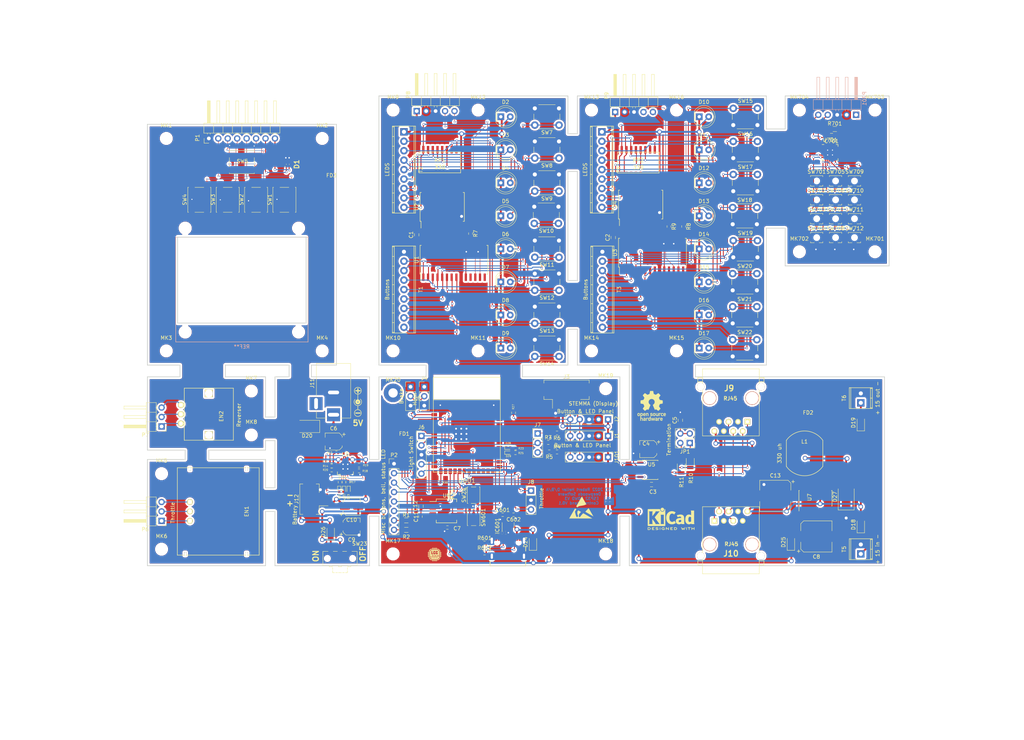
<source format=kicad_pcb>
(kicad_pcb (version 4) (host pcbnew 4.0.7+dfsg1-1ubuntu2)
  (layers (0 F.Cu signal) (31 B.Cu signal) (34 B.Paste user) (35 F.Paste user) (36 B.SilkS user) (37 F.SilkS user) (38 B.Mask user) (39 F.Mask user) (44 Edge.Cuts user))
  (net 0 "")
  (net 1 GND)
  (net 2 +3V3)
  (net 3 "Net-(C5-Pad1)")
  (net 4 "Net-(C6-Pad1)")
  (net 5 +5V)
  (net 6 "Net-(C8-Pad1)")
  (net 7 "Net-(C9-Pad1)")
  (net 8 "Net-(C10-Pad1)")
  (net 9 "Net-(C11-Pad1)")
  (net 10 +12V)
  (net 11 VBUS)
  (net 12 /RST)
  (net 13 /Brake)
  (net 14 /Horn)
  (net 15 "Net-(D1-Pad1)")
  (net 16 "Net-(D1-Pad3)")
  (net 17 +BATT)
  (net 18 "Net-(D2-Pad2)")
  (net 19 "Net-(D3-Pad2)")
  (net 20 "Net-(D4-Pad2)")
  (net 21 "Net-(D5-Pad2)")
  (net 22 "Net-(D6-Pad2)")
  (net 23 "Net-(D7-Pad2)")
  (net 24 "Net-(D8-Pad2)")
  (net 25 "Net-(D9-Pad2)")
  (net 26 "Net-(D10-Pad2)")
  (net 27 "Net-(D11-Pad2)")
  (net 28 "Net-(D12-Pad2)")
  (net 29 "Net-(D13-Pad2)")
  (net 30 "Net-(D14-Pad2)")
  (net 31 "Net-(D15-Pad2)")
  (net 32 "Net-(D16-Pad2)")
  (net 33 "Net-(D17-Pad2)")
  (net 34 "Net-(D18-Pad1)")
  (net 35 "Net-(D19-Pad2)")
  (net 36 "Net-(D21-Pad1)")
  (net 37 "Net-(D22-Pad1)")
  (net 38 "Net-(D23-Pad1)")
  (net 39 "Net-(D26-Pad1)")
  (net 40 "Net-(D27-Pad2)")
  (net 41 "Net-(D28-Pad2)")
  (net 42 "Net-(D29-Pad2)")
  (net 43 "Net-(EN1-Pad1)")
  (net 44 "Net-(EN1-Pad2)")
  (net 45 "Net-(EN1-Pad3)")
  (net 46 /SCL)
  (net 47 /SDA)
  (net 48 /L_Off)
  (net 49 /L_Dim)
  (net 50 /L_Bright)
  (net 51 /L_Ditch)
  (net 52 "Net-(J7-Pad1)")
  (net 53 /Reverser)
  (net 54 "Net-(J7-Pad3)")
  (net 55 /ThrottleB)
  (net 56 /ThrottleA)
  (net 57 "/CAN Transceiver/CANH")
  (net 58 "/CAN Transceiver/CANL")
  (net 59 "Net-(J10-Pad4)")
  (net 60 "Net-(J10-Pad5)")
  (net 61 "Net-(J11-Pad3)")
  (net 62 "Net-(JP1-Pad1)")
  (net 63 "Net-(JP1-Pad2)")
  (net 64 "Net-(MK20-Pad1)")
  (net 65 "Net-(P1-Pad2)")
  (net 66 "Net-(P1-Pad3)")
  (net 67 "Net-(P1-Pad4)")
  (net 68 "Net-(P1-Pad5)")
  (net 69 "Net-(P1-Pad6)")
  (net 70 /Button_A)
  (net 71 /Button_B)
  (net 72 /Button_C)
  (net 73 /Button_D)
  (net 74 /Bell)
  (net 75 "Net-(P2-Pad7)")
  (net 76 "Net-(P2-Pad8)")
  (net 77 "Net-(EN2-Pad3)")
  (net 78 "Net-(EN2-Pad2)")
  (net 79 "Net-(EN2-Pad1)")
  (net 80 "Net-(P8-Pad4)")
  (net 81 "Net-(P8-Pad5)")
  (net 82 "Net-(P9-Pad4)")
  (net 83 "Net-(P9-Pad5)")
  (net 84 /Status_G)
  (net 85 /Status_R)
  (net 86 "Net-(R4-Pad2)")
  (net 87 "Net-(R7-Pad2)")
  (net 88 "Net-(R8-Pad2)")
  (net 89 "Net-(R9-Pad2)")
  (net 90 "Net-(R12-Pad1)")
  (net 91 "Net-(R14-Pad1)")
  (net 92 "Net-(R15-Pad1)")
  (net 93 "Net-(R16-Pad1)")
  (net 94 "Net-(R17-Pad1)")
  (net 95 "Net-(R18-Pad1)")
  (net 96 "Net-(R19-Pad1)")
  (net 97 "Net-(R20-Pad1)")
  (net 98 "Net-(RP1-Pad1)")
  (net 99 "Net-(RP1-Pad2)")
  (net 100 "Net-(RP1-Pad3)")
  (net 101 "Net-(RP1-Pad4)")
  (net 102 "Net-(RP1-Pad5)")
  (net 103 "Net-(RP1-Pad6)")
  (net 104 "Net-(RP1-Pad7)")
  (net 105 "Net-(RP1-Pad8)")
  (net 106 "Net-(RP2-Pad1)")
  (net 107 "Net-(RP2-Pad2)")
  (net 108 "Net-(RP2-Pad3)")
  (net 109 "Net-(RP2-Pad4)")
  (net 110 "Net-(RP2-Pad5)")
  (net 111 "Net-(RP2-Pad6)")
  (net 112 "Net-(RP2-Pad7)")
  (net 113 "Net-(RP2-Pad8)")
  (net 114 "Net-(SW7-Pad1)")
  (net 115 "Net-(SW8-Pad1)")
  (net 116 "Net-(SW9-Pad1)")
  (net 117 "Net-(SW10-Pad1)")
  (net 118 "Net-(SW11-Pad1)")
  (net 119 "Net-(SW12-Pad1)")
  (net 120 "Net-(SW13-Pad1)")
  (net 121 "Net-(SW14-Pad1)")
  (net 122 "Net-(SW15-Pad1)")
  (net 123 "Net-(SW16-Pad1)")
  (net 124 "Net-(SW17-Pad1)")
  (net 125 "Net-(SW18-Pad1)")
  (net 126 "Net-(SW19-Pad1)")
  (net 127 "Net-(SW20-Pad1)")
  (net 128 "Net-(SW21-Pad1)")
  (net 129 "Net-(SW22-Pad1)")
  (net 130 "Net-(SW23-Pad3)")
  (net 131 "Net-(U1-Pad19)")
  (net 132 "Net-(U1-Pad20)")
  (net 133 "Net-(U1-Pad21)")
  (net 134 "Net-(U1-Pad22)")
  (net 135 "Net-(U1-Pad23)")
  (net 136 "Net-(U1-Pad24)")
  (net 137 "Net-(U1-Pad25)")
  (net 138 "Net-(U1-Pad26)")
  (net 139 "Net-(U1-Pad27)")
  (net 140 "Net-(U1-Pad28)")
  (net 141 "Net-(U3-Pad19)")
  (net 142 "Net-(U3-Pad20)")
  (net 143 "Net-(U3-Pad21)")
  (net 144 "Net-(U3-Pad22)")
  (net 145 "Net-(U3-Pad23)")
  (net 146 "Net-(U3-Pad24)")
  (net 147 "Net-(U3-Pad25)")
  (net 148 "Net-(U3-Pad26)")
  (net 149 "Net-(U3-Pad27)")
  (net 150 "Net-(U3-Pad28)")
  (net 151 /CAN_TX)
  (net 152 /CAN_RX)
  (net 153 "Net-(U5-Pad5)")
  (net 154 "Net-(U5-Pad8)")
  (net 155 "Net-(U7-Pad1)")
  (net 156 "Net-(U7-Pad2)")
  (net 157 "Net-(U7-Pad7)")
  (net 158 "Net-(U7-Pad8)")
  (net 159 "Net-(U7-Pad9)")
  (net 160 "Net-(U7-Pad11)")
  (net 161 "Net-(U7-Pad13)")
  (net 162 "Net-(U7-Pad14)")
  (net 163 "Net-(U8-Pad3)")
  (net 164 "Net-(U8-Pad5)")
  (net 165 "Net-(U8-Pad7)")
  (net 166 "/Processor Section/D-")
  (net 167 "/Processor Section/D+")
  (net 168 "/Processor Section/IO38(Act2)")
  (net 169 "/Processor Section/IO37(Act1)")
  (net 170 "Net-(IC601-Pad1)")
  (net 171 "Net-(IC601-Pad3)")
  (net 172 "Net-(J601-PadA8)")
  (net 173 "Net-(J601-PadB5)")
  (net 174 "Net-(J601-PadA5)")
  (net 175 "Net-(J601-PadB8)")
  (net 176 "Net-(SW601-Pad1)")
  (net 177 "Net-(U601-Pad16)")
  (net 178 "Net-(U601-Pad24)")
  (net 179 "Net-(U601-Pad25)")
  (net 180 "Net-(U601-Pad26)")
  (net 181 "Net-(U601-Pad32)")
  (net 182 "Net-(U601-Pad33)")
  (net 183 "Net-(U601-Pad34)")
  (net 184 "Net-(U601-Pad35)")
  (net 185 "Net-(U601-Pad36)")
  (net 186 "Net-(U601-Pad37)")
  (net 187 "Net-(U601-Pad39)")
  (net 188 "Net-(P701-Pad1)")
  (net 189 "/Keypad Panel/SCL")
  (net 190 "/Keypad Panel/SDA")
  (net 191 "Net-(R701-Pad1)")
  (net 192 "Net-(SW701-Pad1)")
  (net 193 "Net-(SW701-Pad2)")
  (net 194 "Net-(SW702-Pad1)")
  (net 195 "Net-(SW703-Pad1)")
  (net 196 "Net-(SW704-Pad1)")
  (net 197 "Net-(SW705-Pad2)")
  (net 198 "Net-(SW709-Pad2)")
  (net 199 "Net-(U701-Pad1)")
  (net 200 "Net-(U701-Pad2)")
  (net 201 "Net-(U701-Pad3)")
  (net 202 "Net-(U701-Pad4)")
  (net 203 "Net-(U701-Pad13)")
  (net 204 "Net-(U701-Pad14)")
  (net 205 "Net-(U701-Pad15)")
  (net 206 "Net-(U701-Pad16)")
  (net 207 "Net-(U701-Pad17)")
  (net 208 "Net-(U701-Pad18)")
  (net 209 "Net-(U701-Pad24)")
  (module LEDs:LED_0402 (layer F.Cu) (at 147.786 120.015)
    (fp_text reference D28 (at 0 -1.2) (layer F.SilkS) (effects (font (size 0.5 0.5) (thickness 0.075))))
    (fp_text value ACT2)
    (pad 2 smd rect (at 0.55 0 180) (size 0.6 0.7) (layers F.Cu F.Paste F.Mask) (net 41 "Net-(D28-Pad2)"))
    (pad 1 smd rect (at -0.55 0 180) (size 0.6 0.7) (layers F.Cu F.Paste F.Mask) (net 168 "/Processor Section/IO38(Act2)"))
  )
  (module Capacitors_SMD:CP_Elec_4x5.7 (layer F.Cu) (at 105.686 135.89)
    (fp_text reference C10 (at 0 3.54) (layer F.SilkS))
    (fp_text value 4.7uf)
    (fp_text user + (at -2.77 2.01) (layer F.SilkS))
    (pad 1 smd rect (at -1.8 0 180) (size 2.6 1.6) (layers F.Cu F.Paste F.Mask) (net 8 "Net-(C10-Pad1)"))
    (pad 2 smd rect (at 1.8 0 180) (size 2.6 1.6) (layers F.Cu F.Paste F.Mask) (net 1 GND))
  )
  (module Capacitors_SMD:C_0603 (layer F.Cu) (at 123.19 62.75 90)
    (fp_text reference C1 (at 0 -1.5 90) (layer F.SilkS))
    (fp_text value ".1 uf")
    (pad 2 smd rect (at 0.75 0 90) (size 0.8 0.75) (layers F.Cu F.Paste F.Mask) (net 2 +3V3))
    (pad 1 smd rect (at -0.75 0 90) (size 0.8 0.75) (layers F.Cu F.Paste F.Mask) (net 1 GND))
  )
  (module Capacitors_SMD:C_0603 (layer F.Cu) (at 176.022 63.488 90)
    (fp_text reference C2 (at 0 -1.5 90) (layer F.SilkS))
    (fp_text value ".1 uf")
    (pad 2 smd rect (at 0.75 0 90) (size 0.8 0.75) (layers F.Cu F.Paste F.Mask) (net 2 +3V3))
    (pad 1 smd rect (at -0.75 0 90) (size 0.8 0.75) (layers F.Cu F.Paste F.Mask) (net 1 GND))
  )
  (module Capacitors_SMD:C_0603 (layer F.Cu) (at 186.309 129.921)
    (fp_text reference C3 (at 0.381 1.9685) (layer F.SilkS))
    (fp_text value ".1 uf")
    (pad 2 smd rect (at 0.75 0) (size 0.8 0.75) (layers F.Cu F.Paste F.Mask) (net 1 GND))
    (pad 1 smd rect (at -0.75 0) (size 0.8 0.75) (layers F.Cu F.Paste F.Mask) (net 2 +3V3))
  )
  (module Capacitors_SMD:CP_Elec_4x5.7 (layer F.Cu) (at 185.442 120.396 180)
    (fp_text reference C4 (at 0.5935 1.4605 180) (layer F.SilkS))
    (fp_text value "15 uf 63V")
    (fp_text user + (at -2.77 2.01 180) (layer F.SilkS))
    (pad 1 smd rect (at -1.8 0) (size 2.6 1.6) (layers F.Cu F.Paste F.Mask) (net 2 +3V3))
    (pad 2 smd rect (at 1.8 0) (size 2.6 1.6) (layers F.Cu F.Paste F.Mask) (net 1 GND))
  )
  (module Capacitors_SMD:C_0603 (layer F.Cu) (at 194.056 112.637 90)
    (fp_text reference C5 (at 0 -1.5 90) (layer F.SilkS))
    (fp_text value "47 nf")
    (pad 2 smd rect (at 0.75 0 90) (size 0.8 0.75) (layers F.Cu F.Paste F.Mask) (net 1 GND))
    (pad 1 smd rect (at -0.75 0 90) (size 0.8 0.75) (layers F.Cu F.Paste F.Mask) (net 3 "Net-(C5-Pad1)"))
  )
  (module Capacitors_SMD:CP_Elec_4x5.7 (layer F.Cu) (at 100.86 118.364 180)
    (fp_text reference C6 (at 0 3.54 180) (layer F.SilkS))
    (fp_text value 10uf)
    (fp_text user + (at -2.77 2.01 180) (layer F.SilkS))
    (pad 1 smd rect (at -1.8 0) (size 2.6 1.6) (layers F.Cu F.Paste F.Mask) (net 4 "Net-(C6-Pad1)"))
    (pad 2 smd rect (at 1.8 0) (size 2.6 1.6) (layers F.Cu F.Paste F.Mask) (net 1 GND))
  )
  (module Capacitors_SMD:C_0402 (layer F.Cu) (at 131.445 141.478)
    (fp_text reference C7 (at 2.6035 0.254) (layer F.SilkS))
    (fp_text value .1uf)
    (pad 1 smd rect (at -0.55 0) (size 0.6 0.5) (layers F.Cu F.Paste F.Mask) (net 1 GND))
    (pad 2 smd rect (at 0.55 0) (size 0.6 0.5) (layers F.Cu F.Paste F.Mask) (net 5 +5V))
  )
  (module Capacitors_SMD:CP_Elec_8x10 (layer F.Cu) (at 230.632 143.891)
    (fp_text reference C8 (at 0 5.45) (layer F.SilkS))
    (fp_text value "220 uf 25V")
    (fp_text user + (at -4.78 3.9) (layer F.SilkS))
    (pad 1 smd rect (at -3.05 0 180) (size 4 2.5) (layers F.Cu F.Paste F.Mask) (net 6 "Net-(C8-Pad1)"))
    (pad 2 smd rect (at 3.05 0 180) (size 4 2.5) (layers F.Cu F.Paste F.Mask) (net 1 GND))
  )
  (module Capacitors_SMD:CP_Elec_4x5.7 (layer F.Cu) (at 105.686 141.224)
    (fp_text reference C9 (at 0 3.54) (layer F.SilkS))
    (fp_text value 4.7uf)
    (fp_text user + (at -2.77 2.01) (layer F.SilkS))
    (pad 1 smd rect (at -1.8 0 180) (size 2.6 1.6) (layers F.Cu F.Paste F.Mask) (net 7 "Net-(C9-Pad1)"))
    (pad 2 smd rect (at 1.8 0 180) (size 2.6 1.6) (layers F.Cu F.Paste F.Mask) (net 1 GND))
  )
  (module Capacitors_SMD:C_0402 (layer F.Cu) (at 124.206 138.557 90)
    (fp_text reference C11 (at -0.0635 -1.2065 90) (layer F.SilkS))
    (fp_text value 470pf)
    (pad 1 smd rect (at -0.55 0 90) (size 0.6 0.5) (layers F.Cu F.Paste F.Mask) (net 9 "Net-(C11-Pad1)"))
    (pad 2 smd rect (at 0.55 0 90) (size 0.6 0.5) (layers F.Cu F.Paste F.Mask) (net 1 GND))
  )
  (module MyCaps:C_0603_POL (layer F.Cu) (at 124.333 135.751 270)
    (fp_text reference C12 (at -0.115 1.524 270) (layer F.SilkS))
    (fp_text value 1uf)
    (fp_text user + (at -1.8288 -0.0635 270) (layer F.SilkS) (effects (font (size 0.75 0.75))))
    (pad 2 smd rect (at 0.75 0 270) (size 0.8 0.75) (layers F.Cu F.Paste F.Mask) (net 1 GND))
    (pad 1 smd rect (at -0.75 0 270) (size 0.8 0.75) (layers F.Cu F.Paste F.Mask) (net 2 +3V3))
  )
  (module Capacitors_SMD:CP_Elec_8x10 (layer F.Cu) (at 219.583 132.969 180)
    (fp_text reference C13 (at 0 5.45 180) (layer F.SilkS))
    (fp_text value "22 uf 100V")
    (fp_text user + (at -4.78 3.9 180) (layer F.SilkS))
    (pad 1 smd rect (at -3.05 0) (size 4 2.5) (layers F.Cu F.Paste F.Mask) (net 10 +12V))
    (pad 2 smd rect (at 3.05 0) (size 4 2.5) (layers F.Cu F.Paste F.Mask) (net 1 GND))
  )
  (module Capacitors_SMD:C_0402 (layer F.Cu) (at 135.763 131.445 90)
    (fp_text reference C29 (at 0.042 0.762 90) (layer F.SilkS) (effects (font (size 0.5 0.5) (thickness 0.075))))
    (fp_text value 1uf)
    (pad 1 smd rect (at -0.55 0 90) (size 0.6 0.5) (layers F.Cu F.Paste F.Mask) (net 12 /RST))
    (pad 2 smd rect (at 0.55 0 90) (size 0.6 0.5) (layers F.Cu F.Paste F.Mask) (net 1 GND))
  )
  (module APHB1608CGKSURKC:APHB1608CGKSURKC (layer F.Cu) (at 88.55 43.78 270)
    (fp_text reference D1 (at 0 -2.382 270) (layer F.SilkS) (effects (font (size 1.27 1.27) (thickness 0.254))))
    (fp_text value Status hide)
    (pad 1 smd rect (at 0.6 0.35) (size 0.4 0.5) (layers F.Cu F.Paste F.Mask) (net 15 "Net-(D1-Pad1)"))
    (pad 2 smd rect (at -0.6 0.35) (size 0.4 0.5) (layers F.Cu F.Paste F.Mask) (net 1 GND))
    (pad 3 smd rect (at 0.6 -0.35) (size 0.4 0.5) (layers F.Cu F.Paste F.Mask) (net 16 "Net-(D1-Pad3)"))
    (pad 4 smd rect (at -0.6 -0.35) (size 0.4 0.5) (layers F.Cu F.Paste F.Mask) (net 1 GND))
  )
  (module LEDs:LED_D5.0mm (layer F.Cu) (at 145.796 30.988)
    (fp_text reference D2 (at 1.27 -3.96) (layer F.SilkS))
    (fp_text value LED)
    (pad 1 thru_hole rect (at 0 0) (size 1.8 1.8) (drill 0.9) (layers *.Cu *.Mask) (net 17 +BATT))
    (pad 2 thru_hole circle (at 2.54 0) (size 1.8 1.8) (drill 0.9) (layers *.Cu *.Mask) (net 18 "Net-(D2-Pad2)"))
  )
  (module LEDs:LED_D5.0mm (layer F.Cu) (at 145.796 39.878)
    (fp_text reference D3 (at 1.27 -3.96) (layer F.SilkS))
    (fp_text value LED)
    (pad 1 thru_hole rect (at 0 0) (size 1.8 1.8) (drill 0.9) (layers *.Cu *.Mask) (net 17 +BATT))
    (pad 2 thru_hole circle (at 2.54 0) (size 1.8 1.8) (drill 0.9) (layers *.Cu *.Mask) (net 19 "Net-(D3-Pad2)"))
  )
  (module LEDs:LED_D5.0mm (layer F.Cu) (at 145.796 48.768)
    (fp_text reference D4 (at 1.27 -3.96) (layer F.SilkS))
    (fp_text value LED)
    (pad 1 thru_hole rect (at 0 0) (size 1.8 1.8) (drill 0.9) (layers *.Cu *.Mask) (net 17 +BATT))
    (pad 2 thru_hole circle (at 2.54 0) (size 1.8 1.8) (drill 0.9) (layers *.Cu *.Mask) (net 20 "Net-(D4-Pad2)"))
  )
  (module LEDs:LED_D5.0mm (layer F.Cu) (at 145.796 57.658)
    (fp_text reference D5 (at 1.27 -3.96) (layer F.SilkS))
    (fp_text value LED)
    (pad 1 thru_hole rect (at 0 0) (size 1.8 1.8) (drill 0.9) (layers *.Cu *.Mask) (net 17 +BATT))
    (pad 2 thru_hole circle (at 2.54 0) (size 1.8 1.8) (drill 0.9) (layers *.Cu *.Mask) (net 21 "Net-(D5-Pad2)"))
  )
  (module LEDs:LED_D5.0mm (layer F.Cu) (at 145.796 66.548)
    (fp_text reference D6 (at 1.27 -3.96) (layer F.SilkS))
    (fp_text value LED)
    (pad 1 thru_hole rect (at 0 0) (size 1.8 1.8) (drill 0.9) (layers *.Cu *.Mask) (net 17 +BATT))
    (pad 2 thru_hole circle (at 2.54 0) (size 1.8 1.8) (drill 0.9) (layers *.Cu *.Mask) (net 22 "Net-(D6-Pad2)"))
  )
  (module LEDs:LED_D5.0mm (layer F.Cu) (at 145.796 75.438)
    (fp_text reference D7 (at 1.27 -3.96) (layer F.SilkS))
    (fp_text value LED)
    (pad 1 thru_hole rect (at 0 0) (size 1.8 1.8) (drill 0.9) (layers *.Cu *.Mask) (net 17 +BATT))
    (pad 2 thru_hole circle (at 2.54 0) (size 1.8 1.8) (drill 0.9) (layers *.Cu *.Mask) (net 23 "Net-(D7-Pad2)"))
  )
  (module LEDs:LED_D5.0mm (layer F.Cu) (at 145.796 84.328)
    (fp_text reference D8 (at 1.27 -3.96) (layer F.SilkS))
    (fp_text value LED)
    (pad 1 thru_hole rect (at 0 0) (size 1.8 1.8) (drill 0.9) (layers *.Cu *.Mask) (net 17 +BATT))
    (pad 2 thru_hole circle (at 2.54 0) (size 1.8 1.8) (drill 0.9) (layers *.Cu *.Mask) (net 24 "Net-(D8-Pad2)"))
  )
  (module LEDs:LED_D5.0mm (layer F.Cu) (at 145.796 93.218)
    (fp_text reference D9 (at 1.27 -3.96) (layer F.SilkS))
    (fp_text value LED)
    (pad 1 thru_hole rect (at 0 0) (size 1.8 1.8) (drill 0.9) (layers *.Cu *.Mask) (net 17 +BATT))
    (pad 2 thru_hole circle (at 2.54 0) (size 1.8 1.8) (drill 0.9) (layers *.Cu *.Mask) (net 25 "Net-(D9-Pad2)"))
  )
  (module LEDs:LED_D5.0mm (layer F.Cu) (at 199.136 30.988)
    (fp_text reference D10 (at 1.27 -3.96) (layer F.SilkS))
    (fp_text value LED)
    (pad 1 thru_hole rect (at 0 0) (size 1.8 1.8) (drill 0.9) (layers *.Cu *.Mask) (net 17 +BATT))
    (pad 2 thru_hole circle (at 2.54 0) (size 1.8 1.8) (drill 0.9) (layers *.Cu *.Mask) (net 26 "Net-(D10-Pad2)"))
  )
  (module LEDs:LED_D5.0mm (layer F.Cu) (at 199.136 39.878)
    (fp_text reference D11 (at 1.27 -3.96) (layer F.SilkS))
    (fp_text value LED)
    (pad 1 thru_hole rect (at 0 0) (size 1.8 1.8) (drill 0.9) (layers *.Cu *.Mask) (net 17 +BATT))
    (pad 2 thru_hole circle (at 2.54 0) (size 1.8 1.8) (drill 0.9) (layers *.Cu *.Mask) (net 27 "Net-(D11-Pad2)"))
  )
  (module LEDs:LED_D5.0mm (layer F.Cu) (at 199.136 48.768)
    (fp_text reference D12 (at 1.27 -3.96) (layer F.SilkS))
    (fp_text value LED)
    (pad 1 thru_hole rect (at 0 0) (size 1.8 1.8) (drill 0.9) (layers *.Cu *.Mask) (net 17 +BATT))
    (pad 2 thru_hole circle (at 2.54 0) (size 1.8 1.8) (drill 0.9) (layers *.Cu *.Mask) (net 28 "Net-(D12-Pad2)"))
  )
  (module LEDs:LED_D5.0mm (layer F.Cu) (at 199.136 57.658)
    (fp_text reference D13 (at 1.27 -3.96) (layer F.SilkS))
    (fp_text value LED)
    (pad 1 thru_hole rect (at 0 0) (size 1.8 1.8) (drill 0.9) (layers *.Cu *.Mask) (net 17 +BATT))
    (pad 2 thru_hole circle (at 2.54 0) (size 1.8 1.8) (drill 0.9) (layers *.Cu *.Mask) (net 29 "Net-(D13-Pad2)"))
  )
  (module LEDs:LED_D5.0mm (layer F.Cu) (at 199.136 66.548)
    (fp_text reference D14 (at 1.27 -3.96) (layer F.SilkS))
    (fp_text value LED)
    (pad 1 thru_hole rect (at 0 0) (size 1.8 1.8) (drill 0.9) (layers *.Cu *.Mask) (net 17 +BATT))
    (pad 2 thru_hole circle (at 2.54 0) (size 1.8 1.8) (drill 0.9) (layers *.Cu *.Mask) (net 30 "Net-(D14-Pad2)"))
  )
  (module LEDs:LED_D5.0mm (layer F.Cu) (at 199.136 75.438)
    (fp_text reference D15 (at 1.27 -3.96) (layer F.SilkS))
    (fp_text value LED)
    (pad 1 thru_hole rect (at 0 0) (size 1.8 1.8) (drill 0.9) (layers *.Cu *.Mask) (net 17 +BATT))
    (pad 2 thru_hole circle (at 2.54 0) (size 1.8 1.8) (drill 0.9) (layers *.Cu *.Mask) (net 31 "Net-(D15-Pad2)"))
  )
  (module LEDs:LED_D5.0mm (layer F.Cu) (at 199.136 84.328)
    (fp_text reference D16 (at 1.27 -3.96) (layer F.SilkS))
    (fp_text value LED)
    (pad 1 thru_hole rect (at 0 0) (size 1.8 1.8) (drill 0.9) (layers *.Cu *.Mask) (net 17 +BATT))
    (pad 2 thru_hole circle (at 2.54 0) (size 1.8 1.8) (drill 0.9) (layers *.Cu *.Mask) (net 32 "Net-(D16-Pad2)"))
  )
  (module LEDs:LED_D5.0mm (layer F.Cu) (at 199.136 93.218)
    (fp_text reference D17 (at 1.27 -3.96) (layer F.SilkS))
    (fp_text value LED)
    (pad 1 thru_hole rect (at 0 0) (size 1.8 1.8) (drill 0.9) (layers *.Cu *.Mask) (net 17 +BATT))
    (pad 2 thru_hole circle (at 2.54 0) (size 1.8 1.8) (drill 0.9) (layers *.Cu *.Mask) (net 33 "Net-(D17-Pad2)"))
  )
  (module Diodes_SMD:D_PowerDI-123 (layer F.Cu) (at 242.57 140.715 90)
    (fp_text reference D18 (at 0 -2 90) (layer F.SilkS))
    (fp_text value DFLS240-7)
    (pad 1 smd rect (at -0.85 0 270) (size 2.4 1.5) (layers F.Cu F.Paste F.Mask) (net 34 "Net-(D18-Pad1)"))
    (pad 2 smd rect (at 1.525 0 270) (size 1.05 1.5) (layers F.Cu F.Paste F.Mask) (net 10 +12V))
  )
  (module Diodes_SMD:D_PowerDI-123 (layer F.Cu) (at 242.57 113.285 90)
    (fp_text reference D19 (at 0 -2 90) (layer F.SilkS))
    (fp_text value DFLS240-7)
    (pad 1 smd rect (at -0.85 0 270) (size 2.4 1.5) (layers F.Cu F.Paste F.Mask) (net 10 +12V))
    (pad 2 smd rect (at 1.525 0 270) (size 1.05 1.5) (layers F.Cu F.Paste F.Mask) (net 35 "Net-(D19-Pad2)"))
  )
  (module Diodes_SMD:D_SMA (layer F.Cu) (at 93.726 114.3 180)
    (fp_text reference D20 (at 0 -2.5 180) (layer F.SilkS))
    (fp_text value SMAJ5.0A/TR13)
    (pad 1 smd rect (at -2 0 180) (size 2.5 1.8) (layers F.Cu F.Paste F.Mask) (net 4 "Net-(C6-Pad1)"))
    (pad 2 smd rect (at 2 0 180) (size 2.5 1.8) (layers F.Cu F.Paste F.Mask) (net 1 GND))
  )
  (module LEDs:LED_0402 (layer F.Cu) (at 102.362 131.318 270)
    (fp_text reference D21 (at 1.7145 -0.0635 270) (layer F.SilkS) (effects (font (size 0.5 0.5) (thickness 0.075))))
    (fp_text value LED)
    (pad 2 smd rect (at 0.55 0 90) (size 0.6 0.7) (layers F.Cu F.Paste F.Mask) (net 4 "Net-(C6-Pad1)"))
    (pad 1 smd rect (at -0.55 0 90) (size 0.6 0.7) (layers F.Cu F.Paste F.Mask) (net 36 "Net-(D21-Pad1)"))
  )
  (module LEDs:LED_0402 (layer F.Cu) (at 103.632 131.318 270)
    (fp_text reference D22 (at 1.7145 -0.0635 270) (layer F.SilkS) (effects (font (size 0.5 0.5) (thickness 0.075))))
    (fp_text value LED)
    (pad 2 smd rect (at 0.55 0 90) (size 0.6 0.7) (layers F.Cu F.Paste F.Mask) (net 4 "Net-(C6-Pad1)"))
    (pad 1 smd rect (at -0.55 0 90) (size 0.6 0.7) (layers F.Cu F.Paste F.Mask) (net 37 "Net-(D22-Pad1)"))
  )
  (module LEDs:LED_0402 (layer F.Cu) (at 104.902 131.318 270)
    (fp_text reference D23 (at 1.905 0.0635 270) (layer F.SilkS) (effects (font (size 0.5 0.5) (thickness 0.075))))
    (fp_text value LED)
    (pad 2 smd rect (at 0.55 0 90) (size 0.6 0.7) (layers F.Cu F.Paste F.Mask) (net 4 "Net-(C6-Pad1)"))
    (pad 1 smd rect (at -0.55 0 90) (size 0.6 0.7) (layers F.Cu F.Paste F.Mask) (net 38 "Net-(D23-Pad1)"))
  )
  (module Diodes_SMD:D_PowerDI-123 (layer F.Cu) (at 154.432 145.415 90)
    (fp_text reference D24 (at 0 -2 90) (layer F.SilkS))
    (fp_text value DFLS240-7)
    (pad 1 smd rect (at -0.85 0 270) (size 2.4 1.5) (layers F.Cu F.Paste F.Mask) (net 5 +5V))
    (pad 2 smd rect (at 1.525 0 270) (size 1.05 1.5) (layers F.Cu F.Paste F.Mask) (net 11 VBUS))
  )
  (module Diodes_SMD:D_PowerDI-123 (layer F.Cu) (at 223.774 145.415 90)
    (fp_text reference D25 (at 0 -2 90) (layer F.SilkS))
    (fp_text value DFLS240-7)
    (pad 1 smd rect (at -0.85 0 270) (size 2.4 1.5) (layers F.Cu F.Paste F.Mask) (net 5 +5V))
    (pad 2 smd rect (at 1.525 0 270) (size 1.05 1.5) (layers F.Cu F.Paste F.Mask) (net 6 "Net-(C8-Pad1)"))
  )
  (module Diodes_SMD:D_PowerDI-123 (layer F.Cu) (at 100.076 142.66 90)
    (fp_text reference D26 (at 0 -2 90) (layer F.SilkS))
    (fp_text value DFLS240-7)
    (pad 1 smd rect (at -0.85 0 270) (size 2.4 1.5) (layers F.Cu F.Paste F.Mask) (net 39 "Net-(D26-Pad1)"))
    (pad 2 smd rect (at 1.525 0 270) (size 1.05 1.5) (layers F.Cu F.Paste F.Mask) (net 7 "Net-(C9-Pad1)"))
  )
  (module Diodes_SMD:D_SMB (layer F.Cu) (at 238.633 133.223 90)
    (fp_text reference D27 (at 0 -3 90) (layer F.SilkS))
    (fp_text value SB160-E3/54)
    (pad 1 smd rect (at -2.15 0 90) (size 2.5 2.3) (layers F.Cu F.Paste F.Mask) (net 1 GND))
    (pad 2 smd rect (at 2.15 0 90) (size 2.5 2.3) (layers F.Cu F.Paste F.Mask) (net 40 "Net-(D27-Pad2)"))
  )
  (module LEDs:LED_0402 (layer F.Cu) (at 147.786 121.3485)
    (fp_text reference D29 (at 0.042 0.9525) (layer F.SilkS) (effects (font (size 0.5 0.5) (thickness 0.075))))
    (fp_text value ACT1)
    (pad 2 smd rect (at 0.55 0 180) (size 0.6 0.7) (layers F.Cu F.Paste F.Mask) (net 42 "Net-(D29-Pad2)"))
    (pad 1 smd rect (at -0.55 0 180) (size 0.6 0.7) (layers F.Cu F.Paste F.Mask) (net 169 "/Processor Section/IO37(Act1)"))
  )
  (module Pin_Headers:Pin_Header_Straight_1x05_Pitch2.54mm (layer F.Cu) (at 174.625 116.84 270)
    (fp_text reference J1 (at 0 -2.33 270) (layer F.SilkS))
    (fp_text value "Button & LED Panel" (at 2.54 6.8326 360) (layer F.SilkS))
    (pad 1 thru_hole rect (at 0 0 270) (size 1.7 1.7) (drill 1) (layers *.Cu *.Mask) (net 5 +5V))
    (pad 2 thru_hole oval (at 0 2.54 270) (size 1.7 1.7) (drill 1) (layers *.Cu *.Mask) (net 2 +3V3))
    (pad 3 thru_hole oval (at 0 5.08 270) (size 1.7 1.7) (drill 1) (layers *.Cu *.Mask) (net 1 GND))
    (pad 4 thru_hole oval (at 0 7.62 270) (size 1.7 1.7) (drill 1) (layers *.Cu *.Mask) (net 46 /SCL))
    (pad 5 thru_hole oval (at 0 10.16 270) (size 1.7 1.7) (drill 1) (layers *.Cu *.Mask) (net 47 /SDA))
  )
  (module Pin_Headers:Pin_Header_Straight_1x05_Pitch2.54mm (layer F.Cu) (at 174.625 112.395 270)
    (fp_text reference J2 (at 0 -2.33 270) (layer F.SilkS))
    (fp_text value "Button & LED Panel" (at -2.159 6.0706 360) (layer F.SilkS))
    (pad 1 thru_hole rect (at 0 0 270) (size 1.7 1.7) (drill 1) (layers *.Cu *.Mask) (net 5 +5V))
    (pad 2 thru_hole oval (at 0 2.54 270) (size 1.7 1.7) (drill 1) (layers *.Cu *.Mask) (net 2 +3V3))
    (pad 3 thru_hole oval (at 0 5.08 270) (size 1.7 1.7) (drill 1) (layers *.Cu *.Mask) (net 1 GND))
    (pad 4 thru_hole oval (at 0 7.62 270) (size 1.7 1.7) (drill 1) (layers *.Cu *.Mask) (net 46 /SCL))
    (pad 5 thru_hole oval (at 0 10.16 270) (size 1.7 1.7) (drill 1) (layers *.Cu *.Mask) (net 47 /SDA))
  )
  (module Connectors_JST:JST_PH_B4B-PH-SM4-TB_04x2.00mm_Straight (layer F.Cu) (at 163.465 105.555)
    (fp_text reference J3 (at 0 -4.625) (layer F.SilkS))
    (fp_text value "STEMMA (Display)" (at 7.223 2.5982 180) (layer F.SilkS))
    (pad 1 smd rect (at -3 1.125) (size 1 5.5) (layers F.Cu F.Paste F.Mask) (net 1 GND))
    (pad 2 smd rect (at -1 1.125) (size 1 5.5) (layers F.Cu F.Paste F.Mask) (net 5 +5V))
    (pad 3 smd rect (at 1 1.125) (size 1 5.5) (layers F.Cu F.Paste F.Mask) (net 47 /SDA))
    (pad 4 smd rect (at 3 1.125) (size 1 5.5) (layers F.Cu F.Paste F.Mask) (net 46 /SCL))
    (pad "" smd rect (at -5.4 -1.125) (size 1.6 3) (layers F.Cu F.Paste F.Mask))
    (pad "" smd rect (at 5.4 -1.125) (size 1.6 3) (layers F.Cu F.Paste F.Mask))
  )
  (module Pin_Headers:Pin_Header_Straight_1x03_Pitch2.54mm (layer F.Cu) (at 125.222 103.632)
    (fp_text reference J4 (at 0 -2.33) (layer F.SilkS))
    (fp_text value Horn (at -2.54 3.3147 90) (layer F.SilkS))
    (pad 1 thru_hole rect (at 0 0) (size 1.7 1.7) (drill 1) (layers *.Cu *.Mask) (net 2 +3V3))
    (pad 2 thru_hole oval (at 0 2.54) (size 1.7 1.7) (drill 1) (layers *.Cu *.Mask) (net 14 /Horn))
    (pad 3 thru_hole oval (at 0 5.08) (size 1.7 1.7) (drill 1) (layers *.Cu *.Mask) (net 1 GND))
  )
  (module Pin_Headers:Pin_Header_Straight_1x03_Pitch2.54mm (layer F.Cu) (at 121.539 103.632)
    (fp_text reference J5 (at 2.2225 3.175 90) (layer F.SilkS))
    (fp_text value Brake (at -2.4892 2.54 90) (layer F.SilkS))
    (pad 1 thru_hole rect (at 0 0) (size 1.7 1.7) (drill 1) (layers *.Cu *.Mask) (net 2 +3V3))
    (pad 2 thru_hole oval (at 0 2.54) (size 1.7 1.7) (drill 1) (layers *.Cu *.Mask) (net 13 /Brake))
    (pad 3 thru_hole oval (at 0 5.08) (size 1.7 1.7) (drill 1) (layers *.Cu *.Mask) (net 1 GND))
  )
  (module Pin_Headers:Pin_Header_Straight_1x05_Pitch2.54mm (layer F.Cu) (at 124.46 116.84)
    (fp_text reference J6 (at 0 -2.33) (layer F.SilkS))
    (fp_text value "Light Switch" (at -2.7686 4.6228 90) (layer F.SilkS))
    (pad 1 thru_hole rect (at 0 0) (size 1.7 1.7) (drill 1) (layers *.Cu *.Mask) (net 48 /L_Off))
    (pad 2 thru_hole oval (at 0 2.54) (size 1.7 1.7) (drill 1) (layers *.Cu *.Mask) (net 49 /L_Dim))
    (pad 3 thru_hole oval (at 0 5.08) (size 1.7 1.7) (drill 1) (layers *.Cu *.Mask) (net 1 GND))
    (pad 4 thru_hole oval (at 0 7.62) (size 1.7 1.7) (drill 1) (layers *.Cu *.Mask) (net 50 /L_Bright))
    (pad 5 thru_hole oval (at 0 10.16) (size 1.7 1.7) (drill 1) (layers *.Cu *.Mask) (net 51 /L_Ditch))
  )
  (module Pin_Headers:Pin_Header_Straight_1x03_Pitch2.54mm (layer F.Cu) (at 155.702 116.205)
    (fp_text reference J7 (at 0 -2.33) (layer F.SilkS))
    (fp_text value Reverser)
    (pad 1 thru_hole rect (at 0 0) (size 1.7 1.7) (drill 1) (layers *.Cu *.Mask) (net 52 "Net-(J7-Pad1)"))
    (pad 2 thru_hole oval (at 0 2.54) (size 1.7 1.7) (drill 1) (layers *.Cu *.Mask) (net 53 /Reverser))
    (pad 3 thru_hole oval (at 0 5.08) (size 1.7 1.7) (drill 1) (layers *.Cu *.Mask) (net 54 "Net-(J7-Pad3)"))
  )
  (module Pin_Headers:Pin_Header_Straight_1x03_Pitch2.54mm (layer F.Cu) (at 153.924 131.572)
    (fp_text reference J8 (at 0 -2.33) (layer F.SilkS))
    (fp_text value Throttle (at 2.8194 2.0828 90) (layer F.SilkS))
    (pad 1 thru_hole rect (at 0 0) (size 1.7 1.7) (drill 1) (layers *.Cu *.Mask) (net 55 /ThrottleB))
    (pad 2 thru_hole oval (at 0 2.54) (size 1.7 1.7) (drill 1) (layers *.Cu *.Mask) (net 1 GND))
    (pad 3 thru_hole oval (at 0 5.08) (size 1.7 1.7) (drill 1) (layers *.Cu *.Mask) (net 56 /ThrottleA))
  )
  (module RJ45-8N-S:RJ45_8N-S (layer F.Cu) (at 207.645 106.68 180)
    (fp_text reference J9 (at 0.4826 2.6416 180) (layer F.SilkS) (effects (font (thickness 0.3048))))
    (fp_text value RJ45 (at 0.14224 -0.1016 180) (layer F.SilkS) (effects (font (size 1.00076 1.00076) (thickness 0.2032))))
    (pad "" np_thru_hole circle (at 5.715 0 180) (size 3.64998 3.64998) (drill 3.2512) (layers *.Cu *.SilkS *.Mask))
    (pad "" np_thru_hole circle (at -5.715 0 180) (size 3.64998 3.64998) (drill 3.2512) (layers *.Cu *.SilkS *.Mask))
    (pad 1 thru_hole rect (at -4.445 -6.35 180) (size 1.50114 1.50114) (drill 0.89916) (layers *.Cu *.Mask F.SilkS) (net 57 "/CAN Transceiver/CANH"))
    (pad 2 thru_hole circle (at -3.175 -8.89 180) (size 1.50114 1.50114) (drill 0.89916) (layers *.Cu *.Mask F.SilkS) (net 58 "/CAN Transceiver/CANL"))
    (pad 3 thru_hole circle (at -1.905 -6.35 180) (size 1.50114 1.50114) (drill 0.89916) (layers *.Cu *.Mask F.SilkS) (net 1 GND))
    (pad 4 thru_hole circle (at -0.635 -8.89 180) (size 1.50114 1.50114) (drill 0.89916) (layers *.Cu *.Mask F.SilkS) (net 59 "Net-(J10-Pad4)"))
    (pad 5 thru_hole circle (at 0.635 -6.35 180) (size 1.50114 1.50114) (drill 0.89916) (layers *.Cu *.Mask F.SilkS) (net 60 "Net-(J10-Pad5)"))
    (pad 6 thru_hole circle (at 1.905 -8.89 180) (size 1.50114 1.50114) (drill 0.89916) (layers *.Cu *.Mask F.SilkS) (net 1 GND))
    (pad 7 thru_hole circle (at 3.175 -6.35 180) (size 1.50114 1.50114) (drill 0.89916) (layers *.Cu *.Mask F.SilkS) (net 1 GND))
    (pad 8 thru_hole circle (at 4.445 -8.89 180) (size 1.50114 1.50114) (drill 0.89916) (layers *.Cu *.Mask F.SilkS) (net 10 +12V))
    (pad "" thru_hole circle (at -8.128 3.048 180) (size 1.9304 1.9304) (drill 1.9304) (layers *.Cu *.Mask F.SilkS))
    (pad "" thru_hole circle (at 8.128 3.048 180) (size 1.9304 1.9304) (drill 1.9304) (layers *.Cu *.Mask F.SilkS))
  )
  (module RJ45-8N-S:RJ45_8N-S (layer F.Cu) (at 207.645 146.05)
    (fp_text reference J10 (at 0.0254 2.4384) (layer F.SilkS) (effects (font (thickness 0.3048))))
    (fp_text value RJ45 (at 0.14224 -0.1016) (layer F.SilkS) (effects (font (size 1.00076 1.00076) (thickness 0.2032))))
    (pad "" np_thru_hole circle (at 5.715 0) (size 3.64998 3.64998) (drill 3.2512) (layers *.Cu *.SilkS *.Mask))
    (pad "" np_thru_hole circle (at -5.715 0) (size 3.64998 3.64998) (drill 3.2512) (layers *.Cu *.SilkS *.Mask))
    (pad 1 thru_hole rect (at -4.445 -6.35) (size 1.50114 1.50114) (drill 0.89916) (layers *.Cu *.Mask F.SilkS) (net 57 "/CAN Transceiver/CANH"))
    (pad 2 thru_hole circle (at -3.175 -8.89) (size 1.50114 1.50114) (drill 0.89916) (layers *.Cu *.Mask F.SilkS) (net 58 "/CAN Transceiver/CANL"))
    (pad 3 thru_hole circle (at -1.905 -6.35) (size 1.50114 1.50114) (drill 0.89916) (layers *.Cu *.Mask F.SilkS) (net 1 GND))
    (pad 4 thru_hole circle (at -0.635 -8.89) (size 1.50114 1.50114) (drill 0.89916) (layers *.Cu *.Mask F.SilkS) (net 59 "Net-(J10-Pad4)"))
    (pad 5 thru_hole circle (at 0.635 -6.35) (size 1.50114 1.50114) (drill 0.89916) (layers *.Cu *.Mask F.SilkS) (net 60 "Net-(J10-Pad5)"))
    (pad 6 thru_hole circle (at 1.905 -8.89) (size 1.50114 1.50114) (drill 0.89916) (layers *.Cu *.Mask F.SilkS) (net 1 GND))
    (pad 7 thru_hole circle (at 3.175 -6.35) (size 1.50114 1.50114) (drill 0.89916) (layers *.Cu *.Mask F.SilkS) (net 1 GND))
    (pad 8 thru_hole circle (at 4.445 -8.89) (size 1.50114 1.50114) (drill 0.89916) (layers *.Cu *.Mask F.SilkS) (net 10 +12V))
    (pad "" thru_hole circle (at -8.128 3.048) (size 1.9304 1.9304) (drill 1.9304) (layers *.Cu *.Mask F.SilkS))
    (pad "" thru_hole circle (at 8.128 3.048) (size 1.9304 1.9304) (drill 1.9304) (layers *.Cu *.Mask F.SilkS))
  )
  (module Connectors:BARREL_JACK (layer F.Cu) (at 100.838 111.156 270)
    (fp_text reference J11 (at -8.45 5.75 450) (layer F.SilkS))
    (fp_text value Barrel_Jack)
    (pad 1 thru_hole rect (at 0 0 270) (size 3.5 3.5) (drill oval 1 3) (layers *.Cu *.Mask) (net 4 "Net-(C6-Pad1)"))
    (pad 2 thru_hole rect (at -6 0 270) (size 3.5 3.5) (drill oval 1 3) (layers *.Cu *.Mask) (net 1 GND))
    (pad 3 thru_hole rect (at -3 4.7 270) (size 3.5 3.5) (drill oval 3 1) (layers *.Cu *.Mask) (net 61 "Net-(J11-Pad3)"))
  )
  (module Connectors_JST:JST_PH_B2B-PH-SM4-TB_02x2.00mm_Straight (layer F.Cu) (at 95.504 133.858 90)
    (fp_text reference J12 (at 0 -4.625 90) (layer F.SilkS))
    (fp_text value Battery (at -4.2672 -5.08 90) (layer F.SilkS))
    (pad 1 smd rect (at -1 1.125 90) (size 1 5.5) (layers F.Cu F.Paste F.Mask) (net 8 "Net-(C10-Pad1)"))
    (pad 2 smd rect (at 1 1.125 90) (size 1 5.5) (layers F.Cu F.Paste F.Mask) (net 1 GND))
    (pad "" smd rect (at -3.4 -1.125 90) (size 1.6 3) (layers F.Cu F.Paste F.Mask))
    (pad "" smd rect (at 3.4 -1.125 90) (size 1.6 3) (layers F.Cu F.Paste F.Mask))
  )
  (module Pin_Headers:Pin_Header_Straight_2x02_Pitch2.54mm (layer F.Cu) (at 196.596 118.745 180)
    (fp_text reference JP1 (at 1.27 -2.33 180) (layer F.SilkS))
    (fp_text value Termination (at 5.6388 0.889 270) (layer F.SilkS))
    (pad 1 thru_hole rect (at 0 0 180) (size 1.7 1.7) (drill 1) (layers *.Cu *.Mask) (net 62 "Net-(JP1-Pad1)"))
    (pad 2 thru_hole oval (at 2.54 0 180) (size 1.7 1.7) (drill 1) (layers *.Cu *.Mask) (net 63 "Net-(JP1-Pad2)"))
    (pad 3 thru_hole oval (at 0 2.54 180) (size 1.7 1.7) (drill 1) (layers *.Cu *.Mask) (net 3 "Net-(C5-Pad1)"))
    (pad 4 thru_hole oval (at 2.54 2.54 180) (size 1.7 1.7) (drill 1) (layers *.Cu *.Mask) (net 3 "Net-(C5-Pad1)"))
  )
  (module SRN1060:SRN1060 (layer F.Cu) (at 227.457 121.539)
    (fp_text reference L1 (at -0.01524 -3.1623) (layer F.SilkS))
    (fp_text value "330 uh" (at -6.731 0 90) (layer F.SilkS))
    (pad 1 smd rect (at -3.3 0) (size 3.5 10.2) (layers F.Cu F.Paste F.Mask) (net 6 "Net-(C8-Pad1)"))
    (pad 2 smd rect (at 3.3 0) (size 3.5 10.2) (layers F.Cu F.Paste F.Mask) (net 40 "Net-(D27-Pad2)"))
  )
  (module Mounting_Holes:MountingHole_2.5mm (layer F.Cu) (at 55.88 36.83)
    (fp_text reference MK1 (at 0 -3.5) (layer F.SilkS))
    (fp_text value Mounting_Hole)
    (pad 1 np_thru_hole circle (at 0 0) (size 2.5 2.5) (drill 2.5) (layers *.Cu *.Mask))
  )
  (module Mounting_Holes:MountingHole_2.5mm (layer F.Cu) (at 97.79 36.83)
    (fp_text reference MK2 (at 0 -3.5) (layer F.SilkS))
    (fp_text value Mounting_Hole)
    (pad 1 np_thru_hole circle (at 0 0) (size 2.5 2.5) (drill 2.5) (layers *.Cu *.Mask))
  )
  (module Mounting_Holes:MountingHole_2.5mm (layer F.Cu) (at 55.88 93.98)
    (fp_text reference MK3 (at 0 -3.5) (layer F.SilkS))
    (fp_text value Mounting_Hole)
    (pad 1 np_thru_hole circle (at 0 0) (size 2.5 2.5) (drill 2.5) (layers *.Cu *.Mask))
  )
  (module Mounting_Holes:MountingHole_2.5mm (layer F.Cu) (at 97.79 93.98)
    (fp_text reference MK4 (at 0 -3.5) (layer F.SilkS))
    (fp_text value Mounting_Hole)
    (pad 1 np_thru_hole circle (at 0 0) (size 2.5 2.5) (drill 2.5) (layers *.Cu *.Mask))
  )
  (module Mounting_Holes:MountingHole_2.5mm (layer F.Cu) (at 54.61 127)
    (fp_text reference MK5 (at 0 -3.5) (layer F.SilkS))
    (fp_text value Mounting_Hole)
    (pad 1 np_thru_hole circle (at 0 0) (size 2.5 2.5) (drill 2.5) (layers *.Cu *.Mask))
  )
  (module Mounting_Holes:MountingHole_2.5mm (layer F.Cu) (at 54.61 147.32)
    (fp_text reference MK6 (at 0 -3.5) (layer F.SilkS))
    (fp_text value Mounting_Hole)
    (pad 1 np_thru_hole circle (at 0 0) (size 2.5 2.5) (drill 2.5) (layers *.Cu *.Mask))
  )
  (module Mounting_Holes:MountingHole_2.5mm (layer F.Cu) (at 78.74 104.775)
    (fp_text reference MK7 (at 0 -3.5) (layer F.SilkS))
    (fp_text value Mounting_Hole)
    (pad 1 np_thru_hole circle (at 0 0) (size 2.5 2.5) (drill 2.5) (layers *.Cu *.Mask))
  )
  (module Mounting_Holes:MountingHole_2.5mm (layer F.Cu) (at 78.74 116.586)
    (fp_text reference MK8 (at 0 -3.5) (layer F.SilkS))
    (fp_text value Mounting_Hole)
    (pad 1 np_thru_hole circle (at 0 0) (size 2.5 2.5) (drill 2.5) (layers *.Cu *.Mask))
  )
  (module Mounting_Holes:MountingHole_2.5mm (layer F.Cu) (at 116.84 29.21)
    (fp_text reference MK9 (at 0 -3.5) (layer F.SilkS))
    (fp_text value Mounting_Hole)
    (pad 1 np_thru_hole circle (at 0 0) (size 2.5 2.5) (drill 2.5) (layers *.Cu *.Mask))
  )
  (module Mounting_Holes:MountingHole_2.5mm (layer F.Cu) (at 116.84 93.98)
    (fp_text reference MK10 (at 0 -3.5) (layer F.SilkS))
    (fp_text value Mounting_Hole)
    (pad 1 np_thru_hole circle (at 0 0) (size 2.5 2.5) (drill 2.5) (layers *.Cu *.Mask))
  )
  (module Mounting_Holes:MountingHole_2.5mm (layer F.Cu) (at 139.7 93.98)
    (fp_text reference MK11 (at 0 -3.5) (layer F.SilkS))
    (fp_text value Mounting_Hole)
    (pad 1 np_thru_hole circle (at 0 0) (size 2.5 2.5) (drill 2.5) (layers *.Cu *.Mask))
  )
  (module Mounting_Holes:MountingHole_2.5mm (layer F.Cu) (at 139.7 29.21)
    (fp_text reference MK12 (at 0 -3.5) (layer F.SilkS))
    (fp_text value Mounting_Hole)
    (pad 1 np_thru_hole circle (at 0 0) (size 2.5 2.5) (drill 2.5) (layers *.Cu *.Mask))
  )
  (module Mounting_Holes:MountingHole_2.5mm (layer F.Cu) (at 170.18 29.21)
    (fp_text reference MK13 (at 0 -3.5) (layer F.SilkS))
    (fp_text value Mounting_Hole)
    (pad 1 np_thru_hole circle (at 0 0) (size 2.5 2.5) (drill 2.5) (layers *.Cu *.Mask))
  )
  (module Mounting_Holes:MountingHole_2.5mm (layer F.Cu) (at 170.18 93.98)
    (fp_text reference MK14 (at 0 -3.5) (layer F.SilkS))
    (fp_text value Mounting_Hole)
    (pad 1 np_thru_hole circle (at 0 0) (size 2.5 2.5) (drill 2.5) (layers *.Cu *.Mask))
  )
  (module Mounting_Holes:MountingHole_2.5mm (layer F.Cu) (at 193.04 93.98)
    (fp_text reference MK15 (at 0 -3.5) (layer F.SilkS))
    (fp_text value Mounting_Hole)
    (pad 1 np_thru_hole circle (at 0 0) (size 2.5 2.5) (drill 2.5) (layers *.Cu *.Mask))
  )
  (module Mounting_Holes:MountingHole_2.5mm (layer F.Cu) (at 193.04 29.21)
    (fp_text reference MK16 (at 0 -3.5) (layer F.SilkS))
    (fp_text value Mounting_Hole)
    (pad 1 np_thru_hole circle (at 0 0) (size 2.5 2.5) (drill 2.5) (layers *.Cu *.Mask))
  )
  (module Mounting_Holes:MountingHole_2.5mm (layer F.Cu) (at 116.84 148.59)
    (fp_text reference MK17 (at 0 -3.5) (layer F.SilkS))
    (fp_text value Mounting_Hole)
    (pad 1 np_thru_hole circle (at 0 0) (size 2.5 2.5) (drill 2.5) (layers *.Cu *.Mask))
  )
  (module Mounting_Holes:MountingHole_2.5mm (layer F.Cu) (at 173.99 148.59)
    (fp_text reference MK18 (at 0 -3.5) (layer F.SilkS))
    (fp_text value Mounting_Hole)
    (pad 1 np_thru_hole circle (at 0 0) (size 2.5 2.5) (drill 2.5) (layers *.Cu *.Mask))
  )
  (module Mounting_Holes:MountingHole_2.5mm (layer F.Cu) (at 173.99 104.14)
    (fp_text reference MK19 (at 0 -3.5) (layer F.SilkS))
    (fp_text value Mounting_Hole)
    (pad 1 np_thru_hole circle (at 0 0) (size 2.5 2.5) (drill 2.5) (layers *.Cu *.Mask))
  )
  (module Mounting_Holes:MountingHole_2.5mm_Pad (layer F.Cu) (at 116.84 105.283)
    (fp_text reference MK20 (at 0 -3.5) (layer F.SilkS))
    (fp_text value Mounting_Hole_PAD)
    (pad 1 thru_hole circle (at 0 0) (size 5 5) (drill 2.5) (layers *.Cu *.Mask) (net 64 "Net-(MK20-Pad1)"))
  )
  (module Pin_Headers:Pin_Header_Angled_1x08_Pitch2.54mm (layer F.Cu) (at 67.31 36.83 90)
    (fp_text reference P1 (at 0.1524 -3.048 90) (layer F.SilkS))
    (fp_text value CONN_8)
    (pad 1 thru_hole rect (at 0 0 90) (size 1.7 1.7) (drill 1) (layers *.Cu *.Mask) (net 1 GND))
    (pad 2 thru_hole oval (at 0 2.54 90) (size 1.7 1.7) (drill 1) (layers *.Cu *.Mask) (net 65 "Net-(P1-Pad2)"))
    (pad 3 thru_hole oval (at 0 5.08 90) (size 1.7 1.7) (drill 1) (layers *.Cu *.Mask) (net 66 "Net-(P1-Pad3)"))
    (pad 4 thru_hole oval (at 0 7.62 90) (size 1.7 1.7) (drill 1) (layers *.Cu *.Mask) (net 67 "Net-(P1-Pad4)"))
    (pad 5 thru_hole oval (at 0 10.16 90) (size 1.7 1.7) (drill 1) (layers *.Cu *.Mask) (net 68 "Net-(P1-Pad5)"))
    (pad 6 thru_hole oval (at 0 12.7 90) (size 1.7 1.7) (drill 1) (layers *.Cu *.Mask) (net 69 "Net-(P1-Pad6)"))
    (pad 7 thru_hole oval (at 0 15.24 90) (size 1.7 1.7) (drill 1) (layers *.Cu *.Mask) (net 15 "Net-(D1-Pad1)"))
    (pad 8 thru_hole oval (at 0 17.78 90) (size 1.7 1.7) (drill 1) (layers *.Cu *.Mask) (net 16 "Net-(D1-Pad3)"))
  )
  (module Pin_Headers:Pin_Header_Straight_1x08_Pitch2.54mm (layer F.Cu) (at 117.094 124.333)
    (fp_text reference P2 (at 0 -2.33) (layer F.SilkS))
    (fp_text value "Misc buttons, bell, status LED" (at -2.8956 7.5692 90) (layer F.SilkS))
    (pad 1 thru_hole rect (at 0 0) (size 1.7 1.7) (drill 1) (layers *.Cu *.Mask) (net 1 GND))
    (pad 2 thru_hole oval (at 0 2.54) (size 1.7 1.7) (drill 1) (layers *.Cu *.Mask) (net 70 /Button_A))
    (pad 3 thru_hole oval (at 0 5.08) (size 1.7 1.7) (drill 1) (layers *.Cu *.Mask) (net 71 /Button_B))
    (pad 4 thru_hole oval (at 0 7.62) (size 1.7 1.7) (drill 1) (layers *.Cu *.Mask) (net 72 /Button_C))
    (pad 5 thru_hole oval (at 0 10.16) (size 1.7 1.7) (drill 1) (layers *.Cu *.Mask) (net 73 /Button_D))
    (pad 6 thru_hole oval (at 0 12.7) (size 1.7 1.7) (drill 1) (layers *.Cu *.Mask) (net 74 /Bell))
    (pad 7 thru_hole oval (at 0 15.24) (size 1.7 1.7) (drill 1) (layers *.Cu *.Mask) (net 75 "Net-(P2-Pad7)"))
    (pad 8 thru_hole oval (at 0 17.78) (size 1.7 1.7) (drill 1) (layers *.Cu *.Mask) (net 76 "Net-(P2-Pad8)"))
  )
  (module Pin_Headers:Pin_Header_Angled_1x03_Pitch2.54mm (layer F.Cu) (at 54.61 139.7 180)
    (fp_text reference P6 (at 4.385 -2.27 180) (layer F.SilkS))
    (fp_text value CONN_3)
    (pad 1 thru_hole rect (at 0 0 180) (size 1.7 1.7) (drill 1) (layers *.Cu *.Mask) (net 45 "Net-(EN1-Pad3)"))
    (pad 2 thru_hole oval (at 0 2.54 180) (size 1.7 1.7) (drill 1) (layers *.Cu *.Mask) (net 44 "Net-(EN1-Pad2)"))
    (pad 3 thru_hole oval (at 0 5.08 180) (size 1.7 1.7) (drill 1) (layers *.Cu *.Mask) (net 43 "Net-(EN1-Pad1)"))
  )
  (module Pin_Headers:Pin_Header_Angled_1x03_Pitch2.54mm (layer F.Cu) (at 54.61 114.3 180)
    (fp_text reference P7 (at 4.385 -2.27 180) (layer F.SilkS))
    (fp_text value CONN_3)
    (pad 1 thru_hole rect (at 0 0 180) (size 1.7 1.7) (drill 1) (layers *.Cu *.Mask) (net 77 "Net-(EN2-Pad3)"))
    (pad 2 thru_hole oval (at 0 2.54 180) (size 1.7 1.7) (drill 1) (layers *.Cu *.Mask) (net 78 "Net-(EN2-Pad2)"))
    (pad 3 thru_hole oval (at 0 5.08 180) (size 1.7 1.7) (drill 1) (layers *.Cu *.Mask) (net 79 "Net-(EN2-Pad1)"))
  )
  (module Pin_Headers:Pin_Header_Angled_1x05_Pitch2.54mm (layer F.Cu) (at 123.19 29.464 90)
    (fp_text reference P8 (at 4.385 -2.27 90) (layer F.SilkS))
    (fp_text value CONN_5)
    (pad 1 thru_hole rect (at 0 0 90) (size 1.7 1.7) (drill 1) (layers *.Cu *.Mask) (net 17 +BATT))
    (pad 2 thru_hole oval (at 0 2.54 90) (size 1.7 1.7) (drill 1) (layers *.Cu *.Mask) (net 2 +3V3))
    (pad 3 thru_hole oval (at 0 5.08 90) (size 1.7 1.7) (drill 1) (layers *.Cu *.Mask) (net 1 GND))
    (pad 4 thru_hole oval (at 0 7.62 90) (size 1.7 1.7) (drill 1) (layers *.Cu *.Mask) (net 80 "Net-(P8-Pad4)"))
    (pad 5 thru_hole oval (at 0 10.16 90) (size 1.7 1.7) (drill 1) (layers *.Cu *.Mask) (net 81 "Net-(P8-Pad5)"))
  )
  (module Pin_Headers:Pin_Header_Angled_1x05_Pitch2.54mm (layer F.Cu) (at 176.53 29.718 90)
    (fp_text reference P9 (at 4.385 -2.27 90) (layer F.SilkS))
    (fp_text value CONN_5)
    (pad 1 thru_hole rect (at 0 0 90) (size 1.7 1.7) (drill 1) (layers *.Cu *.Mask) (net 17 +BATT))
    (pad 2 thru_hole oval (at 0 2.54 90) (size 1.7 1.7) (drill 1) (layers *.Cu *.Mask) (net 2 +3V3))
    (pad 3 thru_hole oval (at 0 5.08 90) (size 1.7 1.7) (drill 1) (layers *.Cu *.Mask) (net 1 GND))
    (pad 4 thru_hole oval (at 0 7.62 90) (size 1.7 1.7) (drill 1) (layers *.Cu *.Mask) (net 82 "Net-(P9-Pad4)"))
    (pad 5 thru_hole oval (at 0 10.16 90) (size 1.7 1.7) (drill 1) (layers *.Cu *.Mask) (net 83 "Net-(P9-Pad5)"))
  )
  (module Resistors_SMD:R_0603 (layer F.Cu) (at 120.396 139.573)
    (fp_text reference R1 (at 0 -1.45) (layer F.SilkS))
    (fp_text value "220 Ohms")
    (pad 1 smd rect (at -0.75 0) (size 0.5 0.9) (layers F.Cu F.Paste F.Mask) (net 75 "Net-(P2-Pad7)"))
    (pad 2 smd rect (at 0.75 0) (size 0.5 0.9) (layers F.Cu F.Paste F.Mask) (net 84 /Status_G))
  )
  (module Resistors_SMD:R_0603 (layer F.Cu) (at 120.396 142.113)
    (fp_text reference R2 (at 0 1.905) (layer F.SilkS))
    (fp_text value "220 Ohms")
    (pad 1 smd rect (at -0.75 0) (size 0.5 0.9) (layers F.Cu F.Paste F.Mask) (net 76 "Net-(P2-Pad8)"))
    (pad 2 smd rect (at 0.75 0) (size 0.5 0.9) (layers F.Cu F.Paste F.Mask) (net 85 /Status_R))
  )
  (module Resistors_SMD:R_0402 (layer F.Cu) (at 158.554 118.618)
    (fp_text reference R3 (at 0 -1.35) (layer F.SilkS))
    (fp_text value "100K Ohms")
    (pad 1 smd rect (at -0.45 0) (size 0.4 0.6) (layers F.Cu F.Paste F.Mask) (net 53 /Reverser))
    (pad 2 smd rect (at 0.45 0) (size 0.4 0.6) (layers F.Cu F.Paste F.Mask) (net 1 GND))
  )
  (module Resistors_SMD:R_0402 (layer F.Cu) (at 160.909 121.158)
    (fp_text reference R4 (at 0 -1.35) (layer F.SilkS))
    (fp_text value "100K Ohms")
    (pad 1 smd rect (at -0.45 0) (size 0.4 0.6) (layers F.Cu F.Paste F.Mask) (net 2 +3V3))
    (pad 2 smd rect (at 0.45 0) (size 0.4 0.6) (layers F.Cu F.Paste F.Mask) (net 86 "Net-(R4-Pad2)"))
  )
  (module Resistors_SMD:R_0402 (layer F.Cu) (at 158.819 121.158 180)
    (fp_text reference R5 (at 0 -1.35 180) (layer F.SilkS))
    (fp_text value "100K Ohms")
    (pad 1 smd rect (at -0.45 0 180) (size 0.4 0.6) (layers F.Cu F.Paste F.Mask) (net 2 +3V3))
    (pad 2 smd rect (at 0.45 0 180) (size 0.4 0.6) (layers F.Cu F.Paste F.Mask) (net 54 "Net-(J7-Pad3)"))
  )
  (module Resistors_SMD:R_0402 (layer F.Cu) (at 160.909 116.078 180)
    (fp_text reference R6 (at 0 -1.35 180) (layer F.SilkS))
    (fp_text value "100K Ohms")
    (pad 1 smd rect (at -0.45 0 180) (size 0.4 0.6) (layers F.Cu F.Paste F.Mask) (net 86 "Net-(R4-Pad2)"))
    (pad 2 smd rect (at 0.45 0 180) (size 0.4 0.6) (layers F.Cu F.Paste F.Mask) (net 52 "Net-(J7-Pad1)"))
  )
  (module Resistors_SMD:R_0402 (layer F.Cu) (at 137.668 62.426 270)
    (fp_text reference R7 (at 0 -1.35 270) (layer F.SilkS))
    (fp_text value 10K)
    (pad 1 smd rect (at -0.45 0 270) (size 0.4 0.6) (layers F.Cu F.Paste F.Mask) (net 2 +3V3))
    (pad 2 smd rect (at 0.45 0 270) (size 0.4 0.6) (layers F.Cu F.Paste F.Mask) (net 87 "Net-(R7-Pad2)"))
  )
  (module Resistors_SMD:R_0402 (layer F.Cu) (at 194.945 60.51 270)
    (fp_text reference R8 (at 0 -1.35 270) (layer F.SilkS))
    (fp_text value 10K)
    (pad 1 smd rect (at -0.45 0 270) (size 0.4 0.6) (layers F.Cu F.Paste F.Mask) (net 2 +3V3))
    (pad 2 smd rect (at 0.45 0 270) (size 0.4 0.6) (layers F.Cu F.Paste F.Mask) (net 88 "Net-(R8-Pad2)"))
  )
  (module Resistors_SMD:R_0402 (layer F.Cu) (at 191.008 60.521 270)
    (fp_text reference R9 (at 0 -1.35 270) (layer F.SilkS))
    (fp_text value 10K)
    (pad 1 smd rect (at -0.45 0 270) (size 0.4 0.6) (layers F.Cu F.Paste F.Mask) (net 2 +3V3))
    (pad 2 smd rect (at 0.45 0 270) (size 0.4 0.6) (layers F.Cu F.Paste F.Mask) (net 89 "Net-(R9-Pad2)"))
  )
  (module Resistors_SMD:R_1206 (layer F.Cu) (at 196.723 123.878 90)
    (fp_text reference R10 (at -4.3285 0.1905 90) (layer F.SilkS))
    (fp_text value "60 Ohms")
    (pad 1 smd rect (at -1.45 0 90) (size 0.9 1.7) (layers F.Cu F.Paste F.Mask) (net 57 "/CAN Transceiver/CANH"))
    (pad 2 smd rect (at 1.45 0 90) (size 0.9 1.7) (layers F.Cu F.Paste F.Mask) (net 62 "Net-(JP1-Pad1)"))
  )
  (module Resistors_SMD:R_1206 (layer F.Cu) (at 194.31 125.349 90)
    (fp_text reference R11 (at -3.937 0.0635 90) (layer F.SilkS))
    (fp_text value "60 Ohms")
    (pad 1 smd rect (at -1.45 0 90) (size 0.9 1.7) (layers F.Cu F.Paste F.Mask) (net 58 "/CAN Transceiver/CANL"))
    (pad 2 smd rect (at 1.45 0 90) (size 0.9 1.7) (layers F.Cu F.Paste F.Mask) (net 63 "Net-(JP1-Pad2)"))
  )
  (module Resistors_SMD:R_0402 (layer F.Cu) (at 101.6 121.412)
    (fp_text reference R12 (at -1.8288 -0.0508) (layer F.SilkS) (effects (font (size 0.5 0.5) (thickness 0.075))))
    (fp_text value 330K)
    (pad 1 smd rect (at -0.45 0) (size 0.4 0.6) (layers F.Cu F.Paste F.Mask) (net 90 "Net-(R12-Pad1)"))
    (pad 2 smd rect (at 0.45 0) (size 0.4 0.6) (layers F.Cu F.Paste F.Mask) (net 4 "Net-(C6-Pad1)"))
  )
  (module Resistors_SMD:R_0402 (layer F.Cu) (at 100.33 123.698 180)
    (fp_text reference R13 (at 1.7272 -0.0508 180) (layer F.SilkS) (effects (font (size 0.5 0.5) (thickness 0.075))))
    (fp_text value 110K)
    (pad 1 smd rect (at -0.45 0 180) (size 0.4 0.6) (layers F.Cu F.Paste F.Mask) (net 90 "Net-(R12-Pad1)"))
    (pad 2 smd rect (at 0.45 0 180) (size 0.4 0.6) (layers F.Cu F.Paste F.Mask) (net 1 GND))
  )
  (module Resistors_SMD:R_0402 (layer F.Cu) (at 100.33 124.968 180)
    (fp_text reference R14 (at 1.6764 0 180) (layer F.SilkS) (effects (font (size 0.5 0.5) (thickness 0.075))))
    (fp_text value 10K)
    (pad 1 smd rect (at -0.45 0 180) (size 0.4 0.6) (layers F.Cu F.Paste F.Mask) (net 91 "Net-(R14-Pad1)"))
    (pad 2 smd rect (at 0.45 0 180) (size 0.4 0.6) (layers F.Cu F.Paste F.Mask) (net 4 "Net-(C6-Pad1)"))
  )
  (module Resistors_SMD:R_0402 (layer F.Cu) (at 102.616 129.286 270)
    (fp_text reference R15 (at -1.524 0.127 270) (layer F.SilkS) (effects (font (size 0.5 0.5) (thickness 0.075))))
    (fp_text value 470)
    (pad 1 smd rect (at -0.45 0 270) (size 0.4 0.6) (layers F.Cu F.Paste F.Mask) (net 92 "Net-(R15-Pad1)"))
    (pad 2 smd rect (at 0.45 0 270) (size 0.4 0.6) (layers F.Cu F.Paste F.Mask) (net 36 "Net-(D21-Pad1)"))
  )
  (module Resistors_SMD:R_0402 (layer F.Cu) (at 103.632 129.286 270)
    (fp_text reference R16 (at -1.27 0 360) (layer F.SilkS) (effects (font (size 0.5 0.5) (thickness 0.075))))
    (fp_text value 470)
    (pad 1 smd rect (at -0.45 0 270) (size 0.4 0.6) (layers F.Cu F.Paste F.Mask) (net 93 "Net-(R16-Pad1)"))
    (pad 2 smd rect (at 0.45 0 270) (size 0.4 0.6) (layers F.Cu F.Paste F.Mask) (net 37 "Net-(D22-Pad1)"))
  )
  (module Resistors_SMD:R_0402 (layer F.Cu) (at 104.648 129.286 270)
    (fp_text reference R17 (at 0 -1.35 360) (layer F.SilkS) (effects (font (size 0.5 0.5) (thickness 0.075))))
    (fp_text value 470)
    (pad 1 smd rect (at -0.45 0 270) (size 0.4 0.6) (layers F.Cu F.Paste F.Mask) (net 94 "Net-(R17-Pad1)"))
    (pad 2 smd rect (at 0.45 0 270) (size 0.4 0.6) (layers F.Cu F.Paste F.Mask) (net 38 "Net-(D23-Pad1)"))
  )
  (module Resistors_SMD:R_0402 (layer F.Cu) (at 107.696 126.238)
    (fp_text reference R18 (at 1.6256 0.0508) (layer F.SilkS) (effects (font (size 0.5 0.5) (thickness 0.075))))
    (fp_text value 5K)
    (pad 1 smd rect (at -0.45 0) (size 0.4 0.6) (layers F.Cu F.Paste F.Mask) (net 95 "Net-(R18-Pad1)"))
    (pad 2 smd rect (at 0.45 0) (size 0.4 0.6) (layers F.Cu F.Paste F.Mask) (net 1 GND))
  )
  (module Resistors_SMD:R_0402 (layer F.Cu) (at 107.696 124.714)
    (fp_text reference R19 (at 1.778 0.0508) (layer F.SilkS) (effects (font (size 0.5 0.5) (thickness 0.075))))
    (fp_text value 2K)
    (pad 1 smd rect (at -0.45 0) (size 0.4 0.6) (layers F.Cu F.Paste F.Mask) (net 96 "Net-(R19-Pad1)"))
    (pad 2 smd rect (at 0.45 0) (size 0.4 0.6) (layers F.Cu F.Paste F.Mask) (net 1 GND))
  )
  (module Resistors_SMD:R_0402 (layer F.Cu) (at 100.33 125.984 180)
    (fp_text reference R20 (at 1.6764 0 180) (layer F.SilkS) (effects (font (size 0.5 0.5) (thickness 0.075))))
    (fp_text value 10K)
    (pad 1 smd rect (at -0.45 0 180) (size 0.4 0.6) (layers F.Cu F.Paste F.Mask) (net 97 "Net-(R20-Pad1)"))
    (pad 2 smd rect (at 0.45 0 180) (size 0.4 0.6) (layers F.Cu F.Paste F.Mask) (net 1 GND))
  )
  (module Resistors_SMD:R_0402 (layer F.Cu) (at 149.791 120.0785 180)
    (fp_text reference R23 (at -1.466 -0.127 180) (layer F.SilkS) (effects (font (size 0.5 0.5) (thickness 0.075))))
    (fp_text value 270)
    (pad 1 smd rect (at -0.45 0 180) (size 0.4 0.6) (layers F.Cu F.Paste F.Mask) (net 2 +3V3))
    (pad 2 smd rect (at 0.45 0 180) (size 0.4 0.6) (layers F.Cu F.Paste F.Mask) (net 41 "Net-(D28-Pad2)"))
  )
  (module Resistors_SMD:R_0402 (layer F.Cu) (at 149.7275 121.3485 180)
    (fp_text reference R25 (at -1.466 -0.127 180) (layer F.SilkS) (effects (font (size 0.5 0.5) (thickness 0.075))))
    (fp_text value 270)
    (pad 1 smd rect (at -0.45 0 180) (size 0.4 0.6) (layers F.Cu F.Paste F.Mask) (net 2 +3V3))
    (pad 2 smd rect (at 0.45 0 180) (size 0.4 0.6) (layers F.Cu F.Paste F.Mask) (net 42 "Net-(D29-Pad2)"))
  )
  (module Resistors_SMD:R_0402 (layer F.Cu) (at 149.225 110.617 270)
    (fp_text reference R27 (at -1.582 0.0635 450) (layer F.SilkS) (effects (font (size 0.5 0.5) (thickness 0.075))))
    (fp_text value 2.4K)
    (pad 1 smd rect (at -0.45 0 270) (size 0.4 0.6) (layers F.Cu F.Paste F.Mask) (net 2 +3V3))
    (pad 2 smd rect (at 0.45 0 270) (size 0.4 0.6) (layers F.Cu F.Paste F.Mask) (net 47 /SDA))
  )
  (module Resistors_SMD:R_0402 (layer F.Cu) (at 129.101 129.413 180)
    (fp_text reference R30 (at -1.72 0 180) (layer F.SilkS) (effects (font (size 0.5 0.5) (thickness 0.075))))
    (fp_text value 2.4K)
    (pad 1 smd rect (at -0.45 0 180) (size 0.4 0.6) (layers F.Cu F.Paste F.Mask) (net 46 /SCL))
    (pad 2 smd rect (at 0.45 0 180) (size 0.4 0.6) (layers F.Cu F.Paste F.Mask) (net 2 +3V3))
  )
  (module 48xxP:4816P (layer F.Cu) (at 129.413 43.286)
    (fp_text reference RP1 (at 0 -0.635) (layer F.SilkS))
    (fp_text value 330 (at 0 1.27) (layer F.SilkS))
    (pad 1 smd rect (at -4.445 3.45) (size 0.63 2) (layers F.Cu F.Paste F.Mask) (net 98 "Net-(RP1-Pad1)"))
    (pad 2 smd rect (at -3.175 3.45) (size 0.63 2) (layers F.Cu F.Paste F.Mask) (net 99 "Net-(RP1-Pad2)"))
    (pad 3 smd rect (at -1.905 3.45) (size 0.63 2) (layers F.Cu F.Paste F.Mask) (net 100 "Net-(RP1-Pad3)"))
    (pad 4 smd rect (at -0.635 3.45) (size 0.63 2) (layers F.Cu F.Paste F.Mask) (net 101 "Net-(RP1-Pad4)"))
    (pad 5 smd rect (at 0.635 3.45) (size 0.63 2) (layers F.Cu F.Paste F.Mask) (net 102 "Net-(RP1-Pad5)"))
    (pad 6 smd rect (at 1.905 3.45) (size 0.63 2) (layers F.Cu F.Paste F.Mask) (net 103 "Net-(RP1-Pad6)"))
    (pad 7 smd rect (at 3.175 3.45) (size 0.63 2) (layers F.Cu F.Paste F.Mask) (net 104 "Net-(RP1-Pad7)"))
    (pad 8 smd rect (at 4.445 3.45) (size 0.63 2) (layers F.Cu F.Paste F.Mask) (net 105 "Net-(RP1-Pad8)"))
    (pad 9 smd rect (at 4.445 -3.45) (size 0.63 2) (layers F.Cu F.Paste F.Mask) (net 25 "Net-(D9-Pad2)"))
    (pad 10 smd rect (at 3.175 -3.45) (size 0.63 2) (layers F.Cu F.Paste F.Mask) (net 24 "Net-(D8-Pad2)"))
    (pad 11 smd rect (at 1.905 -3.45) (size 0.63 2) (layers F.Cu F.Paste F.Mask) (net 23 "Net-(D7-Pad2)"))
    (pad 12 smd rect (at 0.635 -3.45) (size 0.63 2) (layers F.Cu F.Paste F.Mask) (net 22 "Net-(D6-Pad2)"))
    (pad 13 smd rect (at -0.635 -3.45) (size 0.63 2) (layers F.Cu F.Paste F.Mask) (net 21 "Net-(D5-Pad2)"))
    (pad 14 smd rect (at -1.905 -3.45) (size 0.63 2) (layers F.Cu F.Paste F.Mask) (net 20 "Net-(D4-Pad2)"))
    (pad 15 smd rect (at -3.175 -3.45) (size 0.63 2) (layers F.Cu F.Paste F.Mask) (net 19 "Net-(D3-Pad2)"))
    (pad 16 smd rect (at -4.445 -3.45) (size 0.63 2) (layers F.Cu F.Paste F.Mask) (net 18 "Net-(D2-Pad2)"))
  )
  (module 48xxP:4816P (layer F.Cu) (at 182.753 43.328)
    (fp_text reference RP2 (at 0 -0.635) (layer F.SilkS))
    (fp_text value 330 (at 0 1.27) (layer F.SilkS))
    (pad 1 smd rect (at -4.445 3.45) (size 0.63 2) (layers F.Cu F.Paste F.Mask) (net 106 "Net-(RP2-Pad1)"))
    (pad 2 smd rect (at -3.175 3.45) (size 0.63 2) (layers F.Cu F.Paste F.Mask) (net 107 "Net-(RP2-Pad2)"))
    (pad 3 smd rect (at -1.905 3.45) (size 0.63 2) (layers F.Cu F.Paste F.Mask) (net 108 "Net-(RP2-Pad3)"))
    (pad 4 smd rect (at -0.635 3.45) (size 0.63 2) (layers F.Cu F.Paste F.Mask) (net 109 "Net-(RP2-Pad4)"))
    (pad 5 smd rect (at 0.635 3.45) (size 0.63 2) (layers F.Cu F.Paste F.Mask) (net 110 "Net-(RP2-Pad5)"))
    (pad 6 smd rect (at 1.905 3.45) (size 0.63 2) (layers F.Cu F.Paste F.Mask) (net 111 "Net-(RP2-Pad6)"))
    (pad 7 smd rect (at 3.175 3.45) (size 0.63 2) (layers F.Cu F.Paste F.Mask) (net 112 "Net-(RP2-Pad7)"))
    (pad 8 smd rect (at 4.445 3.45) (size 0.63 2) (layers F.Cu F.Paste F.Mask) (net 113 "Net-(RP2-Pad8)"))
    (pad 9 smd rect (at 4.445 -3.45) (size 0.63 2) (layers F.Cu F.Paste F.Mask) (net 33 "Net-(D17-Pad2)"))
    (pad 10 smd rect (at 3.175 -3.45) (size 0.63 2) (layers F.Cu F.Paste F.Mask) (net 32 "Net-(D16-Pad2)"))
    (pad 11 smd rect (at 1.905 -3.45) (size 0.63 2) (layers F.Cu F.Paste F.Mask) (net 31 "Net-(D15-Pad2)"))
    (pad 12 smd rect (at 0.635 -3.45) (size 0.63 2) (layers F.Cu F.Paste F.Mask) (net 30 "Net-(D14-Pad2)"))
    (pad 13 smd rect (at -0.635 -3.45) (size 0.63 2) (layers F.Cu F.Paste F.Mask) (net 29 "Net-(D13-Pad2)"))
    (pad 14 smd rect (at -1.905 -3.45) (size 0.63 2) (layers F.Cu F.Paste F.Mask) (net 28 "Net-(D12-Pad2)"))
    (pad 15 smd rect (at -3.175 -3.45) (size 0.63 2) (layers F.Cu F.Paste F.Mask) (net 27 "Net-(D11-Pad2)"))
    (pad 16 smd rect (at -4.445 -3.45) (size 0.63 2) (layers F.Cu F.Paste F.Mask) (net 26 "Net-(D10-Pad2)"))
  )
  (module Buttons_Switches_SMD:SW_SPST_EVQQ2 (layer F.Cu) (at 87.63 53.34 90)
    (fp_text reference SW1 (at 0.05 -3.95 90) (layer F.SilkS))
    (fp_text value A)
    (pad 1 smd rect (at 3.4 -2 90) (size 3.2 1) (layers F.Cu F.Paste F.Mask) (net 1 GND))
    (pad 1 smd rect (at -3.4 -2 90) (size 3.2 1) (layers F.Cu F.Paste F.Mask) (net 1 GND))
    (pad 2 smd rect (at -3.4 2 90) (size 3.2 1) (layers F.Cu F.Paste F.Mask) (net 65 "Net-(P1-Pad2)"))
    (pad 2 smd rect (at 3.4 2 90) (size 3.2 1) (layers F.Cu F.Paste F.Mask) (net 65 "Net-(P1-Pad2)"))
  )
  (module Buttons_Switches_SMD:SW_SPST_EVQQ2 (layer F.Cu) (at 80.01 53.34 90)
    (fp_text reference SW2 (at 0.05 -3.95 90) (layer F.SilkS))
    (fp_text value B)
    (pad 1 smd rect (at 3.4 -2 90) (size 3.2 1) (layers F.Cu F.Paste F.Mask) (net 1 GND))
    (pad 1 smd rect (at -3.4 -2 90) (size 3.2 1) (layers F.Cu F.Paste F.Mask) (net 1 GND))
    (pad 2 smd rect (at -3.4 2 90) (size 3.2 1) (layers F.Cu F.Paste F.Mask) (net 66 "Net-(P1-Pad3)"))
    (pad 2 smd rect (at 3.4 2 90) (size 3.2 1) (layers F.Cu F.Paste F.Mask) (net 66 "Net-(P1-Pad3)"))
  )
  (module Buttons_Switches_SMD:SW_SPST_EVQQ2 (layer F.Cu) (at 72.39 53.34 90)
    (fp_text reference SW3 (at 0.05 -3.95 90) (layer F.SilkS))
    (fp_text value C)
    (pad 1 smd rect (at 3.4 -2 90) (size 3.2 1) (layers F.Cu F.Paste F.Mask) (net 1 GND))
    (pad 1 smd rect (at -3.4 -2 90) (size 3.2 1) (layers F.Cu F.Paste F.Mask) (net 1 GND))
    (pad 2 smd rect (at -3.4 2 90) (size 3.2 1) (layers F.Cu F.Paste F.Mask) (net 67 "Net-(P1-Pad4)"))
    (pad 2 smd rect (at 3.4 2 90) (size 3.2 1) (layers F.Cu F.Paste F.Mask) (net 67 "Net-(P1-Pad4)"))
  )
  (module Buttons_Switches_SMD:SW_SPST_EVQQ2 (layer F.Cu) (at 64.77 53.34 90)
    (fp_text reference SW4 (at 0.05 -3.95 90) (layer F.SilkS))
    (fp_text value D)
    (pad 1 smd rect (at 3.4 -2 90) (size 3.2 1) (layers F.Cu F.Paste F.Mask) (net 1 GND))
    (pad 1 smd rect (at -3.4 -2 90) (size 3.2 1) (layers F.Cu F.Paste F.Mask) (net 1 GND))
    (pad 2 smd rect (at -3.4 2 90) (size 3.2 1) (layers F.Cu F.Paste F.Mask) (net 68 "Net-(P1-Pad5)"))
    (pad 2 smd rect (at 3.4 2 90) (size 3.2 1) (layers F.Cu F.Paste F.Mask) (net 68 "Net-(P1-Pad5)"))
  )
  (module Buttons_Switches_SMD:SW_SPST_EVQQ2 (layer F.Cu) (at 76.2 43.18)
    (fp_text reference SW5 (at 0.1524 -0.2032) (layer F.SilkS))
    (fp_text value Bell)
    (pad 1 smd rect (at 3.4 -2) (size 3.2 1) (layers F.Cu F.Paste F.Mask) (net 1 GND))
    (pad 1 smd rect (at -3.4 -2) (size 3.2 1) (layers F.Cu F.Paste F.Mask) (net 1 GND))
    (pad 2 smd rect (at -3.4 2) (size 3.2 1) (layers F.Cu F.Paste F.Mask) (net 69 "Net-(P1-Pad6)"))
    (pad 2 smd rect (at 3.4 2) (size 3.2 1) (layers F.Cu F.Paste F.Mask) (net 69 "Net-(P1-Pad6)"))
  )
  (module Buttons_Switches_THT:SW_PUSH_6mm (layer F.Cu) (at 161.44 33.238 180)
    (fp_text reference SW7 (at 3.25 -2 180) (layer F.SilkS))
    (fp_text value SW_PUSH_SMALL)
    (pad 2 thru_hole circle (at 0 4.5 270) (size 2 2) (drill 1.1) (layers *.Cu *.Mask) (net 1 GND))
    (pad 1 thru_hole circle (at 0 0 270) (size 2 2) (drill 1.1) (layers *.Cu *.Mask) (net 114 "Net-(SW7-Pad1)"))
    (pad 2 thru_hole circle (at 6.5 4.5 270) (size 2 2) (drill 1.1) (layers *.Cu *.Mask) (net 1 GND))
    (pad 1 thru_hole circle (at 6.5 0 270) (size 2 2) (drill 1.1) (layers *.Cu *.Mask) (net 114 "Net-(SW7-Pad1)"))
  )
  (module Buttons_Switches_THT:SW_PUSH_6mm (layer F.Cu) (at 161.44 42.128 180)
    (fp_text reference SW8 (at 3.25 -2 180) (layer F.SilkS))
    (fp_text value SW_PUSH_SMALL)
    (pad 2 thru_hole circle (at 0 4.5 270) (size 2 2) (drill 1.1) (layers *.Cu *.Mask) (net 1 GND))
    (pad 1 thru_hole circle (at 0 0 270) (size 2 2) (drill 1.1) (layers *.Cu *.Mask) (net 115 "Net-(SW8-Pad1)"))
    (pad 2 thru_hole circle (at 6.5 4.5 270) (size 2 2) (drill 1.1) (layers *.Cu *.Mask) (net 1 GND))
    (pad 1 thru_hole circle (at 6.5 0 270) (size 2 2) (drill 1.1) (layers *.Cu *.Mask) (net 115 "Net-(SW8-Pad1)"))
  )
  (module Buttons_Switches_THT:SW_PUSH_6mm (layer F.Cu) (at 161.44 51.018 180)
    (fp_text reference SW9 (at 3.25 -2 180) (layer F.SilkS))
    (fp_text value SW_PUSH_SMALL)
    (pad 2 thru_hole circle (at 0 4.5 270) (size 2 2) (drill 1.1) (layers *.Cu *.Mask) (net 1 GND))
    (pad 1 thru_hole circle (at 0 0 270) (size 2 2) (drill 1.1) (layers *.Cu *.Mask) (net 116 "Net-(SW9-Pad1)"))
    (pad 2 thru_hole circle (at 6.5 4.5 270) (size 2 2) (drill 1.1) (layers *.Cu *.Mask) (net 1 GND))
    (pad 1 thru_hole circle (at 6.5 0 270) (size 2 2) (drill 1.1) (layers *.Cu *.Mask) (net 116 "Net-(SW9-Pad1)"))
  )
  (module Buttons_Switches_THT:SW_PUSH_6mm (layer F.Cu) (at 161.29 59.69 180)
    (fp_text reference SW10 (at 3.25 -2 180) (layer F.SilkS))
    (fp_text value SW_PUSH_SMALL)
    (pad 2 thru_hole circle (at 0 4.5 270) (size 2 2) (drill 1.1) (layers *.Cu *.Mask) (net 1 GND))
    (pad 1 thru_hole circle (at 0 0 270) (size 2 2) (drill 1.1) (layers *.Cu *.Mask) (net 117 "Net-(SW10-Pad1)"))
    (pad 2 thru_hole circle (at 6.5 4.5 270) (size 2 2) (drill 1.1) (layers *.Cu *.Mask) (net 1 GND))
    (pad 1 thru_hole circle (at 6.5 0 270) (size 2 2) (drill 1.1) (layers *.Cu *.Mask) (net 117 "Net-(SW10-Pad1)"))
  )
  (module Buttons_Switches_THT:SW_PUSH_6mm (layer F.Cu) (at 161.44 68.798 180)
    (fp_text reference SW11 (at 3.25 -2 180) (layer F.SilkS))
    (fp_text value SW_PUSH_SMALL)
    (pad 2 thru_hole circle (at 0 4.5 270) (size 2 2) (drill 1.1) (layers *.Cu *.Mask) (net 1 GND))
    (pad 1 thru_hole circle (at 0 0 270) (size 2 2) (drill 1.1) (layers *.Cu *.Mask) (net 118 "Net-(SW11-Pad1)"))
    (pad 2 thru_hole circle (at 6.5 4.5 270) (size 2 2) (drill 1.1) (layers *.Cu *.Mask) (net 1 GND))
    (pad 1 thru_hole circle (at 6.5 0 270) (size 2 2) (drill 1.1) (layers *.Cu *.Mask) (net 118 "Net-(SW11-Pad1)"))
  )
  (module Buttons_Switches_THT:SW_PUSH_6mm (layer F.Cu) (at 161.44 77.688 180)
    (fp_text reference SW12 (at 3.25 -2 180) (layer F.SilkS))
    (fp_text value SW_PUSH_SMALL)
    (pad 2 thru_hole circle (at 0 4.5 270) (size 2 2) (drill 1.1) (layers *.Cu *.Mask) (net 1 GND))
    (pad 1 thru_hole circle (at 0 0 270) (size 2 2) (drill 1.1) (layers *.Cu *.Mask) (net 119 "Net-(SW12-Pad1)"))
    (pad 2 thru_hole circle (at 6.5 4.5 270) (size 2 2) (drill 1.1) (layers *.Cu *.Mask) (net 1 GND))
    (pad 1 thru_hole circle (at 6.5 0 270) (size 2 2) (drill 1.1) (layers *.Cu *.Mask) (net 119 "Net-(SW12-Pad1)"))
  )
  (module Buttons_Switches_THT:SW_PUSH_6mm (layer F.Cu) (at 161.44 86.578 180)
    (fp_text reference SW13 (at 3.25 -2 180) (layer F.SilkS))
    (fp_text value SW_PUSH_SMALL)
    (pad 2 thru_hole circle (at 0 4.5 270) (size 2 2) (drill 1.1) (layers *.Cu *.Mask) (net 1 GND))
    (pad 1 thru_hole circle (at 0 0 270) (size 2 2) (drill 1.1) (layers *.Cu *.Mask) (net 120 "Net-(SW13-Pad1)"))
    (pad 2 thru_hole circle (at 6.5 4.5 270) (size 2 2) (drill 1.1) (layers *.Cu *.Mask) (net 1 GND))
    (pad 1 thru_hole circle (at 6.5 0 270) (size 2 2) (drill 1.1) (layers *.Cu *.Mask) (net 120 "Net-(SW13-Pad1)"))
  )
  (module Buttons_Switches_THT:SW_PUSH_6mm (layer F.Cu) (at 161.44 95.468 180)
    (fp_text reference SW14 (at 3.25 -2 180) (layer F.SilkS))
    (fp_text value SW_PUSH_SMALL)
    (pad 2 thru_hole circle (at 0 4.5 270) (size 2 2) (drill 1.1) (layers *.Cu *.Mask) (net 1 GND))
    (pad 1 thru_hole circle (at 0 0 270) (size 2 2) (drill 1.1) (layers *.Cu *.Mask) (net 121 "Net-(SW14-Pad1)"))
    (pad 2 thru_hole circle (at 6.5 4.5 270) (size 2 2) (drill 1.1) (layers *.Cu *.Mask) (net 1 GND))
    (pad 1 thru_hole circle (at 6.5 0 270) (size 2 2) (drill 1.1) (layers *.Cu *.Mask) (net 121 "Net-(SW14-Pad1)"))
  )
  (module Buttons_Switches_THT:SW_PUSH_6mm (layer F.Cu) (at 208.28 28.738)
    (fp_text reference SW15 (at 3.25 -2) (layer F.SilkS))
    (fp_text value SW_PUSH_SMALL)
    (pad 2 thru_hole circle (at 0 4.5 90) (size 2 2) (drill 1.1) (layers *.Cu *.Mask) (net 1 GND))
    (pad 1 thru_hole circle (at 0 0 90) (size 2 2) (drill 1.1) (layers *.Cu *.Mask) (net 122 "Net-(SW15-Pad1)"))
    (pad 2 thru_hole circle (at 6.5 4.5 90) (size 2 2) (drill 1.1) (layers *.Cu *.Mask) (net 1 GND))
    (pad 1 thru_hole circle (at 6.5 0 90) (size 2 2) (drill 1.1) (layers *.Cu *.Mask) (net 122 "Net-(SW15-Pad1)"))
  )
  (module Buttons_Switches_THT:SW_PUSH_6mm (layer F.Cu) (at 208.28 37.628)
    (fp_text reference SW16 (at 3.25 -2) (layer F.SilkS))
    (fp_text value SW_PUSH_SMALL)
    (pad 2 thru_hole circle (at 0 4.5 90) (size 2 2) (drill 1.1) (layers *.Cu *.Mask) (net 1 GND))
    (pad 1 thru_hole circle (at 0 0 90) (size 2 2) (drill 1.1) (layers *.Cu *.Mask) (net 123 "Net-(SW16-Pad1)"))
    (pad 2 thru_hole circle (at 6.5 4.5 90) (size 2 2) (drill 1.1) (layers *.Cu *.Mask) (net 1 GND))
    (pad 1 thru_hole circle (at 6.5 0 90) (size 2 2) (drill 1.1) (layers *.Cu *.Mask) (net 123 "Net-(SW16-Pad1)"))
  )
  (module Buttons_Switches_THT:SW_PUSH_6mm (layer F.Cu) (at 208.28 46.518)
    (fp_text reference SW17 (at 3.25 -2) (layer F.SilkS))
    (fp_text value SW_PUSH_SMALL)
    (pad 2 thru_hole circle (at 0 4.5 90) (size 2 2) (drill 1.1) (layers *.Cu *.Mask) (net 1 GND))
    (pad 1 thru_hole circle (at 0 0 90) (size 2 2) (drill 1.1) (layers *.Cu *.Mask) (net 124 "Net-(SW17-Pad1)"))
    (pad 2 thru_hole circle (at 6.5 4.5 90) (size 2 2) (drill 1.1) (layers *.Cu *.Mask) (net 1 GND))
    (pad 1 thru_hole circle (at 6.5 0 90) (size 2 2) (drill 1.1) (layers *.Cu *.Mask) (net 124 "Net-(SW17-Pad1)"))
  )
  (module Buttons_Switches_THT:SW_PUSH_6mm (layer F.Cu) (at 208.13 55.408)
    (fp_text reference SW18 (at 3.25 -2) (layer F.SilkS))
    (fp_text value SW_PUSH_SMALL)
    (pad 2 thru_hole circle (at 0 4.5 90) (size 2 2) (drill 1.1) (layers *.Cu *.Mask) (net 1 GND))
    (pad 1 thru_hole circle (at 0 0 90) (size 2 2) (drill 1.1) (layers *.Cu *.Mask) (net 125 "Net-(SW18-Pad1)"))
    (pad 2 thru_hole circle (at 6.5 4.5 90) (size 2 2) (drill 1.1) (layers *.Cu *.Mask) (net 1 GND))
    (pad 1 thru_hole circle (at 6.5 0 90) (size 2 2) (drill 1.1) (layers *.Cu *.Mask) (net 125 "Net-(SW18-Pad1)"))
  )
  (module Buttons_Switches_THT:SW_PUSH_6mm (layer F.Cu) (at 208.28 64.298)
    (fp_text reference SW19 (at 3.25 -2) (layer F.SilkS))
    (fp_text value SW_PUSH_SMALL)
    (pad 2 thru_hole circle (at 0 4.5 90) (size 2 2) (drill 1.1) (layers *.Cu *.Mask) (net 1 GND))
    (pad 1 thru_hole circle (at 0 0 90) (size 2 2) (drill 1.1) (layers *.Cu *.Mask) (net 126 "Net-(SW19-Pad1)"))
    (pad 2 thru_hole circle (at 6.5 4.5 90) (size 2 2) (drill 1.1) (layers *.Cu *.Mask) (net 1 GND))
    (pad 1 thru_hole circle (at 6.5 0 90) (size 2 2) (drill 1.1) (layers *.Cu *.Mask) (net 126 "Net-(SW19-Pad1)"))
  )
  (module Buttons_Switches_THT:SW_PUSH_6mm (layer F.Cu) (at 208.13 73.188)
    (fp_text reference SW20 (at 3.25 -2) (layer F.SilkS))
    (fp_text value SW_PUSH_SMALL)
    (pad 2 thru_hole circle (at 0 4.5 90) (size 2 2) (drill 1.1) (layers *.Cu *.Mask) (net 1 GND))
    (pad 1 thru_hole circle (at 0 0 90) (size 2 2) (drill 1.1) (layers *.Cu *.Mask) (net 127 "Net-(SW20-Pad1)"))
    (pad 2 thru_hole circle (at 6.5 4.5 90) (size 2 2) (drill 1.1) (layers *.Cu *.Mask) (net 1 GND))
    (pad 1 thru_hole circle (at 6.5 0 90) (size 2 2) (drill 1.1) (layers *.Cu *.Mask) (net 127 "Net-(SW20-Pad1)"))
  )
  (module Buttons_Switches_THT:SW_PUSH_6mm (layer F.Cu) (at 208.13 82.078)
    (fp_text reference SW21 (at 3.25 -2) (layer F.SilkS))
    (fp_text value SW_PUSH_SMALL)
    (pad 2 thru_hole circle (at 0 4.5 90) (size 2 2) (drill 1.1) (layers *.Cu *.Mask) (net 1 GND))
    (pad 1 thru_hole circle (at 0 0 90) (size 2 2) (drill 1.1) (layers *.Cu *.Mask) (net 128 "Net-(SW21-Pad1)"))
    (pad 2 thru_hole circle (at 6.5 4.5 90) (size 2 2) (drill 1.1) (layers *.Cu *.Mask) (net 1 GND))
    (pad 1 thru_hole circle (at 6.5 0 90) (size 2 2) (drill 1.1) (layers *.Cu *.Mask) (net 128 "Net-(SW21-Pad1)"))
  )
  (module Buttons_Switches_THT:SW_PUSH_6mm (layer F.Cu) (at 208.13 90.968)
    (fp_text reference SW22 (at 3.25 -2) (layer F.SilkS))
    (fp_text value SW_PUSH_SMALL)
    (pad 2 thru_hole circle (at 0 4.5 90) (size 2 2) (drill 1.1) (layers *.Cu *.Mask) (net 1 GND))
    (pad 1 thru_hole circle (at 0 0 90) (size 2 2) (drill 1.1) (layers *.Cu *.Mask) (net 129 "Net-(SW22-Pad1)"))
    (pad 2 thru_hole circle (at 6.5 4.5 90) (size 2 2) (drill 1.1) (layers *.Cu *.Mask) (net 1 GND))
    (pad 1 thru_hole circle (at 6.5 0 90) (size 2 2) (drill 1.1) (layers *.Cu *.Mask) (net 129 "Net-(SW22-Pad1)"))
  )
  (module Buttons_Switches_SMD:SW_SPDT_CK-JS102011SAQN (layer F.Cu) (at 102.576 149.816)
    (fp_text reference SW23 (at 5.2724 -3.9692) (layer F.SilkS))
    (fp_text value On/Off)
    (pad 1 smd rect (at -2.5 -2.75) (size 1.25 2.5) (layers F.Cu F.Paste F.Mask) (net 39 "Net-(D26-Pad1)"))
    (pad 2 smd rect (at 0 -2.75) (size 1.25 2.5) (layers F.Cu F.Paste F.Mask) (net 5 +5V))
    (pad 3 smd rect (at 2.5 -2.75) (size 1.25 2.5) (layers F.Cu F.Paste F.Mask) (net 130 "Net-(SW23-Pad3)"))
    (pad "" np_thru_hole circle (at -3.4 0) (size 0.9 0.9) (drill 0.9) (layers *.Cu *.Mask))
    (pad "" np_thru_hole circle (at 3.4 0) (size 0.9 0.9) (drill 0.9) (layers *.Cu *.Mask))
  )
  (module Terminal_Blocks:TerminalBlock_Pheonix_MPT-2.54mm_9pol (layer F.Cu) (at 119.761 67.31 270)
    (fp_text reference T1 (at 10.16 -4.50088 270) (layer F.SilkS))
    (fp_text value Buttons (at 10.16 4.50088 270) (layer F.SilkS))
    (pad 4 thru_hole oval (at 7.62 0 90) (size 1.99898 1.99898) (drill 1.09728) (layers *.Cu *.Mask) (net 116 "Net-(SW9-Pad1)"))
    (pad 1 thru_hole rect (at 0 0 90) (size 1.99898 1.99898) (drill 1.09728) (layers *.Cu *.Mask) (net 1 GND))
    (pad 2 thru_hole oval (at 2.54 0 90) (size 1.99898 1.99898) (drill 1.09728) (layers *.Cu *.Mask) (net 114 "Net-(SW7-Pad1)"))
    (pad 3 thru_hole oval (at 5.08 0 90) (size 1.99898 1.99898) (drill 1.09728) (layers *.Cu *.Mask) (net 115 "Net-(SW8-Pad1)"))
    (pad 5 thru_hole oval (at 10.16 0 90) (size 1.99898 1.99898) (drill 1.09728) (layers *.Cu *.Mask) (net 117 "Net-(SW10-Pad1)"))
    (pad 6 thru_hole oval (at 12.7 0 90) (size 1.99898 1.99898) (drill 1.09728) (layers *.Cu *.Mask) (net 118 "Net-(SW11-Pad1)"))
    (pad 7 thru_hole oval (at 15.24 0 90) (size 1.99898 1.99898) (drill 1.09728) (layers *.Cu *.Mask) (net 119 "Net-(SW12-Pad1)"))
    (pad 8 thru_hole oval (at 17.78 0 90) (size 1.99898 1.99898) (drill 1.09728) (layers *.Cu *.Mask) (net 120 "Net-(SW13-Pad1)"))
    (pad 9 thru_hole oval (at 20.32 0 90) (size 1.99898 1.99898) (drill 1.09728) (layers *.Cu *.Mask) (net 121 "Net-(SW14-Pad1)"))
  )
  (module Connectors_Terminal_Blocks:TerminalBlock_Pheonix_MPT-2.54mm_9pol (layer F.Cu) (at 119.761 35.052 270)
    (fp_text reference T2 (at 10.16 -4.50088 270) (layer F.SilkS))
    (fp_text value LEDS (at 10.16 4.50088 270) (layer F.SilkS))
    (pad 4 thru_hole oval (at 7.62 0 90) (size 1.99898 1.99898) (drill 1.09728) (layers *.Cu *.Mask) (net 23 "Net-(D7-Pad2)"))
    (pad 1 thru_hole rect (at 0 0 90) (size 1.99898 1.99898) (drill 1.09728) (layers *.Cu *.Mask) (net 17 +BATT))
    (pad 2 thru_hole oval (at 2.54 0 90) (size 1.99898 1.99898) (drill 1.09728) (layers *.Cu *.Mask) (net 25 "Net-(D9-Pad2)"))
    (pad 3 thru_hole oval (at 5.08 0 90) (size 1.99898 1.99898) (drill 1.09728) (layers *.Cu *.Mask) (net 24 "Net-(D8-Pad2)"))
    (pad 5 thru_hole oval (at 10.16 0 90) (size 1.99898 1.99898) (drill 1.09728) (layers *.Cu *.Mask) (net 22 "Net-(D6-Pad2)"))
    (pad 6 thru_hole oval (at 12.7 0 90) (size 1.99898 1.99898) (drill 1.09728) (layers *.Cu *.Mask) (net 21 "Net-(D5-Pad2)"))
    (pad 7 thru_hole oval (at 15.24 0 90) (size 1.99898 1.99898) (drill 1.09728) (layers *.Cu *.Mask) (net 20 "Net-(D4-Pad2)"))
    (pad 8 thru_hole oval (at 17.78 0 90) (size 1.99898 1.99898) (drill 1.09728) (layers *.Cu *.Mask) (net 19 "Net-(D3-Pad2)"))
    (pad 9 thru_hole oval (at 20.32 0 90) (size 1.99898 1.99898) (drill 1.09728) (layers *.Cu *.Mask) (net 18 "Net-(D2-Pad2)"))
  )
  (module Connectors_Terminal_Blocks:TerminalBlock_Pheonix_MPT-2.54mm_9pol (layer F.Cu) (at 173.101 67.31 270)
    (fp_text reference T3 (at 10.16 -4.50088 270) (layer F.SilkS))
    (fp_text value Buttons (at 10.16 4.50088 270) (layer F.SilkS))
    (pad 4 thru_hole oval (at 7.62 0 90) (size 1.99898 1.99898) (drill 1.09728) (layers *.Cu *.Mask) (net 124 "Net-(SW17-Pad1)"))
    (pad 1 thru_hole rect (at 0 0 90) (size 1.99898 1.99898) (drill 1.09728) (layers *.Cu *.Mask) (net 1 GND))
    (pad 2 thru_hole oval (at 2.54 0 90) (size 1.99898 1.99898) (drill 1.09728) (layers *.Cu *.Mask) (net 122 "Net-(SW15-Pad1)"))
    (pad 3 thru_hole oval (at 5.08 0 90) (size 1.99898 1.99898) (drill 1.09728) (layers *.Cu *.Mask) (net 123 "Net-(SW16-Pad1)"))
    (pad 5 thru_hole oval (at 10.16 0 90) (size 1.99898 1.99898) (drill 1.09728) (layers *.Cu *.Mask) (net 125 "Net-(SW18-Pad1)"))
    (pad 6 thru_hole oval (at 12.7 0 90) (size 1.99898 1.99898) (drill 1.09728) (layers *.Cu *.Mask) (net 126 "Net-(SW19-Pad1)"))
    (pad 7 thru_hole oval (at 15.24 0 90) (size 1.99898 1.99898) (drill 1.09728) (layers *.Cu *.Mask) (net 127 "Net-(SW20-Pad1)"))
    (pad 8 thru_hole oval (at 17.78 0 90) (size 1.99898 1.99898) (drill 1.09728) (layers *.Cu *.Mask) (net 128 "Net-(SW21-Pad1)"))
    (pad 9 thru_hole oval (at 20.32 0 90) (size 1.99898 1.99898) (drill 1.09728) (layers *.Cu *.Mask) (net 129 "Net-(SW22-Pad1)"))
  )
  (module Connectors_Terminal_Blocks:TerminalBlock_Pheonix_MPT-2.54mm_9pol (layer F.Cu) (at 172.974 35.052 270)
    (fp_text reference T4 (at 10.16 -4.50088 270) (layer F.SilkS))
    (fp_text value LEDS (at 10.16 4.50088 270) (layer F.SilkS))
    (pad 4 thru_hole oval (at 7.62 0 90) (size 1.99898 1.99898) (drill 1.09728) (layers *.Cu *.Mask) (net 31 "Net-(D15-Pad2)"))
    (pad 1 thru_hole rect (at 0 0 90) (size 1.99898 1.99898) (drill 1.09728) (layers *.Cu *.Mask) (net 17 +BATT))
    (pad 2 thru_hole oval (at 2.54 0 90) (size 1.99898 1.99898) (drill 1.09728) (layers *.Cu *.Mask) (net 33 "Net-(D17-Pad2)"))
    (pad 3 thru_hole oval (at 5.08 0 90) (size 1.99898 1.99898) (drill 1.09728) (layers *.Cu *.Mask) (net 32 "Net-(D16-Pad2)"))
    (pad 5 thru_hole oval (at 10.16 0 90) (size 1.99898 1.99898) (drill 1.09728) (layers *.Cu *.Mask) (net 30 "Net-(D14-Pad2)"))
    (pad 6 thru_hole oval (at 12.7 0 90) (size 1.99898 1.99898) (drill 1.09728) (layers *.Cu *.Mask) (net 29 "Net-(D13-Pad2)"))
    (pad 7 thru_hole oval (at 15.24 0 90) (size 1.99898 1.99898) (drill 1.09728) (layers *.Cu *.Mask) (net 28 "Net-(D12-Pad2)"))
    (pad 8 thru_hole oval (at 17.78 0 90) (size 1.99898 1.99898) (drill 1.09728) (layers *.Cu *.Mask) (net 27 "Net-(D11-Pad2)"))
    (pad 9 thru_hole oval (at 20.32 0 90) (size 1.99898 1.99898) (drill 1.09728) (layers *.Cu *.Mask) (net 26 "Net-(D10-Pad2)"))
  )
  (module Terminal_Blocks:TerminalBlock_Pheonix_MPT-2.54mm_2pol (layer F.Cu) (at 242.57 148.59 90)
    (fp_text reference T5 (at 1.27 -4.50088 90) (layer F.SilkS))
    (fp_text value "+ 15 in -" (at 1.27 4.50088 90) (layer F.SilkS))
    (pad 2 thru_hole oval (at 2.54 0 90) (size 1.99898 1.99898) (drill 1.09728) (layers *.Cu *.Mask) (net 1 GND))
    (pad 1 thru_hole rect (at 0 0 90) (size 1.99898 1.99898) (drill 1.09728) (layers *.Cu *.Mask) (net 34 "Net-(D18-Pad1)"))
  )
  (module Terminal_Blocks:TerminalBlock_Pheonix_MPT-2.54mm_2pol (layer F.Cu) (at 242.57 107.95 90)
    (fp_text reference T6 (at 1.27 -4.50088 90) (layer F.SilkS))
    (fp_text value "+ 15 out -" (at 1.27 4.50088 90) (layer F.SilkS))
    (pad 2 thru_hole oval (at 2.54 0 90) (size 1.99898 1.99898) (drill 1.09728) (layers *.Cu *.Mask) (net 1 GND))
    (pad 1 thru_hole rect (at 0 0 90) (size 1.99898 1.99898) (drill 1.09728) (layers *.Cu *.Mask) (net 35 "Net-(D19-Pad2)"))
  )
  (module Housings_SOIC:SOIC-28W_7.5x17.9mm_Pitch1.27mm (layer F.Cu) (at 133.223 69.468 90)
    (fp_text reference U1 (at 0 -10.05 90) (layer F.SilkS))
    (fp_text value MCP23017)
    (pad 1 smd rect (at -4.7 -8.255 90) (size 2 0.6) (layers F.Cu F.Paste F.Mask) (net 114 "Net-(SW7-Pad1)"))
    (pad 2 smd rect (at -4.7 -6.985 90) (size 2 0.6) (layers F.Cu F.Paste F.Mask) (net 115 "Net-(SW8-Pad1)"))
    (pad 3 smd rect (at -4.7 -5.715 90) (size 2 0.6) (layers F.Cu F.Paste F.Mask) (net 116 "Net-(SW9-Pad1)"))
    (pad 4 smd rect (at -4.7 -4.445 90) (size 2 0.6) (layers F.Cu F.Paste F.Mask) (net 117 "Net-(SW10-Pad1)"))
    (pad 5 smd rect (at -4.7 -3.175 90) (size 2 0.6) (layers F.Cu F.Paste F.Mask) (net 118 "Net-(SW11-Pad1)"))
    (pad 6 smd rect (at -4.7 -1.905 90) (size 2 0.6) (layers F.Cu F.Paste F.Mask) (net 119 "Net-(SW12-Pad1)"))
    (pad 7 smd rect (at -4.7 -0.635 90) (size 2 0.6) (layers F.Cu F.Paste F.Mask) (net 120 "Net-(SW13-Pad1)"))
    (pad 8 smd rect (at -4.7 0.635 90) (size 2 0.6) (layers F.Cu F.Paste F.Mask) (net 121 "Net-(SW14-Pad1)"))
    (pad 9 smd rect (at -4.7 1.905 90) (size 2 0.6) (layers F.Cu F.Paste F.Mask) (net 2 +3V3))
    (pad 10 smd rect (at -4.7 3.175 90) (size 2 0.6) (layers F.Cu F.Paste F.Mask) (net 1 GND))
    (pad 11 smd rect (at -4.7 4.445 90) (size 2 0.6) (layers F.Cu F.Paste F.Mask))
    (pad 12 smd rect (at -4.7 5.715 90) (size 2 0.6) (layers F.Cu F.Paste F.Mask) (net 80 "Net-(P8-Pad4)"))
    (pad 13 smd rect (at -4.7 6.985 90) (size 2 0.6) (layers F.Cu F.Paste F.Mask) (net 81 "Net-(P8-Pad5)"))
    (pad 14 smd rect (at -4.7 8.255 90) (size 2 0.6) (layers F.Cu F.Paste F.Mask))
    (pad 15 smd rect (at 4.7 8.255 90) (size 2 0.6) (layers F.Cu F.Paste F.Mask) (net 1 GND))
    (pad 16 smd rect (at 4.7 6.985 90) (size 2 0.6) (layers F.Cu F.Paste F.Mask) (net 1 GND))
    (pad 17 smd rect (at 4.7 5.715 90) (size 2 0.6) (layers F.Cu F.Paste F.Mask) (net 1 GND))
    (pad 18 smd rect (at 4.7 4.445 90) (size 2 0.6) (layers F.Cu F.Paste F.Mask) (net 87 "Net-(R7-Pad2)"))
    (pad 19 smd rect (at 4.7 3.175 90) (size 2 0.6) (layers F.Cu F.Paste F.Mask) (net 131 "Net-(U1-Pad19)"))
    (pad 20 smd rect (at 4.7 1.905 90) (size 2 0.6) (layers F.Cu F.Paste F.Mask) (net 132 "Net-(U1-Pad20)"))
    (pad 21 smd rect (at 4.7 0.635 90) (size 2 0.6) (layers F.Cu F.Paste F.Mask) (net 133 "Net-(U1-Pad21)"))
    (pad 22 smd rect (at 4.7 -0.635 90) (size 2 0.6) (layers F.Cu F.Paste F.Mask) (net 134 "Net-(U1-Pad22)"))
    (pad 23 smd rect (at 4.7 -1.905 90) (size 2 0.6) (layers F.Cu F.Paste F.Mask) (net 135 "Net-(U1-Pad23)"))
    (pad 24 smd rect (at 4.7 -3.175 90) (size 2 0.6) (layers F.Cu F.Paste F.Mask) (net 136 "Net-(U1-Pad24)"))
    (pad 25 smd rect (at 4.7 -4.445 90) (size 2 0.6) (layers F.Cu F.Paste F.Mask) (net 137 "Net-(U1-Pad25)"))
    (pad 26 smd rect (at 4.7 -5.715 90) (size 2 0.6) (layers F.Cu F.Paste F.Mask) (net 138 "Net-(U1-Pad26)"))
    (pad 27 smd rect (at 4.7 -6.985 90) (size 2 0.6) (layers F.Cu F.Paste F.Mask) (net 139 "Net-(U1-Pad27)"))
    (pad 28 smd rect (at 4.7 -8.255 90) (size 2 0.6) (layers F.Cu F.Paste F.Mask) (net 140 "Net-(U1-Pad28)"))
  )
  (module Housings_SOIC:SOIC-18W_7.5x11.6mm_Pitch1.27mm (layer F.Cu) (at 130.048 55.244 90)
    (fp_text reference U2 (at 0 -6.875 90) (layer F.SilkS))
    (fp_text value TBD62083A)
    (pad 1 smd rect (at -4.7 -5.08 90) (size 2 0.6) (layers F.Cu F.Paste F.Mask) (net 140 "Net-(U1-Pad28)"))
    (pad 2 smd rect (at -4.7 -3.81 90) (size 2 0.6) (layers F.Cu F.Paste F.Mask) (net 139 "Net-(U1-Pad27)"))
    (pad 3 smd rect (at -4.7 -2.54 90) (size 2 0.6) (layers F.Cu F.Paste F.Mask) (net 138 "Net-(U1-Pad26)"))
    (pad 4 smd rect (at -4.7 -1.27 90) (size 2 0.6) (layers F.Cu F.Paste F.Mask) (net 137 "Net-(U1-Pad25)"))
    (pad 5 smd rect (at -4.7 0 90) (size 2 0.6) (layers F.Cu F.Paste F.Mask) (net 136 "Net-(U1-Pad24)"))
    (pad 6 smd rect (at -4.7 1.27 90) (size 2 0.6) (layers F.Cu F.Paste F.Mask) (net 135 "Net-(U1-Pad23)"))
    (pad 7 smd rect (at -4.7 2.54 90) (size 2 0.6) (layers F.Cu F.Paste F.Mask) (net 134 "Net-(U1-Pad22)"))
    (pad 8 smd rect (at -4.7 3.81 90) (size 2 0.6) (layers F.Cu F.Paste F.Mask) (net 133 "Net-(U1-Pad21)"))
    (pad 9 smd rect (at -4.7 5.08 90) (size 2 0.6) (layers F.Cu F.Paste F.Mask) (net 1 GND))
    (pad 10 smd rect (at 4.7 5.08 90) (size 2 0.6) (layers F.Cu F.Paste F.Mask) (net 17 +BATT))
    (pad 11 smd rect (at 4.7 3.81 90) (size 2 0.6) (layers F.Cu F.Paste F.Mask) (net 105 "Net-(RP1-Pad8)"))
    (pad 12 smd rect (at 4.7 2.54 90) (size 2 0.6) (layers F.Cu F.Paste F.Mask) (net 104 "Net-(RP1-Pad7)"))
    (pad 13 smd rect (at 4.7 1.27 90) (size 2 0.6) (layers F.Cu F.Paste F.Mask) (net 103 "Net-(RP1-Pad6)"))
    (pad 14 smd rect (at 4.7 0 90) (size 2 0.6) (layers F.Cu F.Paste F.Mask) (net 102 "Net-(RP1-Pad5)"))
    (pad 15 smd rect (at 4.7 -1.27 90) (size 2 0.6) (layers F.Cu F.Paste F.Mask) (net 101 "Net-(RP1-Pad4)"))
    (pad 16 smd rect (at 4.7 -2.54 90) (size 2 0.6) (layers F.Cu F.Paste F.Mask) (net 100 "Net-(RP1-Pad3)"))
    (pad 17 smd rect (at 4.7 -3.81 90) (size 2 0.6) (layers F.Cu F.Paste F.Mask) (net 99 "Net-(RP1-Pad2)"))
    (pad 18 smd rect (at 4.7 -5.08 90) (size 2 0.6) (layers F.Cu F.Paste F.Mask) (net 98 "Net-(RP1-Pad1)"))
  )
  (module Housings_SOIC:SOIC-28W_7.5x17.9mm_Pitch1.27mm (layer F.Cu) (at 186.563 67.565 90)
    (fp_text reference U3 (at 0 -10.05 90) (layer F.SilkS))
    (fp_text value MCP23017)
    (pad 1 smd rect (at -4.7 -8.255 90) (size 2 0.6) (layers F.Cu F.Paste F.Mask) (net 122 "Net-(SW15-Pad1)"))
    (pad 2 smd rect (at -4.7 -6.985 90) (size 2 0.6) (layers F.Cu F.Paste F.Mask) (net 123 "Net-(SW16-Pad1)"))
    (pad 3 smd rect (at -4.7 -5.715 90) (size 2 0.6) (layers F.Cu F.Paste F.Mask) (net 124 "Net-(SW17-Pad1)"))
    (pad 4 smd rect (at -4.7 -4.445 90) (size 2 0.6) (layers F.Cu F.Paste F.Mask) (net 125 "Net-(SW18-Pad1)"))
    (pad 5 smd rect (at -4.7 -3.175 90) (size 2 0.6) (layers F.Cu F.Paste F.Mask) (net 126 "Net-(SW19-Pad1)"))
    (pad 6 smd rect (at -4.7 -1.905 90) (size 2 0.6) (layers F.Cu F.Paste F.Mask) (net 127 "Net-(SW20-Pad1)"))
    (pad 7 smd rect (at -4.7 -0.635 90) (size 2 0.6) (layers F.Cu F.Paste F.Mask) (net 128 "Net-(SW21-Pad1)"))
    (pad 8 smd rect (at -4.7 0.635 90) (size 2 0.6) (layers F.Cu F.Paste F.Mask) (net 129 "Net-(SW22-Pad1)"))
    (pad 9 smd rect (at -4.7 1.905 90) (size 2 0.6) (layers F.Cu F.Paste F.Mask) (net 2 +3V3))
    (pad 10 smd rect (at -4.7 3.175 90) (size 2 0.6) (layers F.Cu F.Paste F.Mask) (net 1 GND))
    (pad 11 smd rect (at -4.7 4.445 90) (size 2 0.6) (layers F.Cu F.Paste F.Mask))
    (pad 12 smd rect (at -4.7 5.715 90) (size 2 0.6) (layers F.Cu F.Paste F.Mask) (net 82 "Net-(P9-Pad4)"))
    (pad 13 smd rect (at -4.7 6.985 90) (size 2 0.6) (layers F.Cu F.Paste F.Mask) (net 83 "Net-(P9-Pad5)"))
    (pad 14 smd rect (at -4.7 8.255 90) (size 2 0.6) (layers F.Cu F.Paste F.Mask))
    (pad 15 smd rect (at 4.7 8.255 90) (size 2 0.6) (layers F.Cu F.Paste F.Mask) (net 88 "Net-(R8-Pad2)"))
    (pad 16 smd rect (at 4.7 6.985 90) (size 2 0.6) (layers F.Cu F.Paste F.Mask) (net 1 GND))
    (pad 17 smd rect (at 4.7 5.715 90) (size 2 0.6) (layers F.Cu F.Paste F.Mask) (net 1 GND))
    (pad 18 smd rect (at 4.7 4.445 90) (size 2 0.6) (layers F.Cu F.Paste F.Mask) (net 89 "Net-(R9-Pad2)"))
    (pad 19 smd rect (at 4.7 3.175 90) (size 2 0.6) (layers F.Cu F.Paste F.Mask) (net 141 "Net-(U3-Pad19)"))
    (pad 20 smd rect (at 4.7 1.905 90) (size 2 0.6) (layers F.Cu F.Paste F.Mask) (net 142 "Net-(U3-Pad20)"))
    (pad 21 smd rect (at 4.7 0.635 90) (size 2 0.6) (layers F.Cu F.Paste F.Mask) (net 143 "Net-(U3-Pad21)"))
    (pad 22 smd rect (at 4.7 -0.635 90) (size 2 0.6) (layers F.Cu F.Paste F.Mask) (net 144 "Net-(U3-Pad22)"))
    (pad 23 smd rect (at 4.7 -1.905 90) (size 2 0.6) (layers F.Cu F.Paste F.Mask) (net 145 "Net-(U3-Pad23)"))
    (pad 24 smd rect (at 4.7 -3.175 90) (size 2 0.6) (layers F.Cu F.Paste F.Mask) (net 146 "Net-(U3-Pad24)"))
    (pad 25 smd rect (at 4.7 -4.445 90) (size 2 0.6) (layers F.Cu F.Paste F.Mask) (net 147 "Net-(U3-Pad25)"))
    (pad 26 smd rect (at 4.7 -5.715 90) (size 2 0.6) (layers F.Cu F.Paste F.Mask) (net 148 "Net-(U3-Pad26)"))
    (pad 27 smd rect (at 4.7 -6.985 90) (size 2 0.6) (layers F.Cu F.Paste F.Mask) (net 149 "Net-(U3-Pad27)"))
    (pad 28 smd rect (at 4.7 -8.255 90) (size 2 0.6) (layers F.Cu F.Paste F.Mask) (net 150 "Net-(U3-Pad28)"))
  )
  (module Housings_SOIC:SOIC-18W_7.5x11.6mm_Pitch1.27mm (layer F.Cu) (at 183.388 54.611 90)
    (fp_text reference U4 (at 0 -6.875 90) (layer F.SilkS))
    (fp_text value TBD62083A)
    (pad 1 smd rect (at -4.7 -5.08 90) (size 2 0.6) (layers F.Cu F.Paste F.Mask) (net 150 "Net-(U3-Pad28)"))
    (pad 2 smd rect (at -4.7 -3.81 90) (size 2 0.6) (layers F.Cu F.Paste F.Mask) (net 149 "Net-(U3-Pad27)"))
    (pad 3 smd rect (at -4.7 -2.54 90) (size 2 0.6) (layers F.Cu F.Paste F.Mask) (net 148 "Net-(U3-Pad26)"))
    (pad 4 smd rect (at -4.7 -1.27 90) (size 2 0.6) (layers F.Cu F.Paste F.Mask) (net 147 "Net-(U3-Pad25)"))
    (pad 5 smd rect (at -4.7 0 90) (size 2 0.6) (layers F.Cu F.Paste F.Mask) (net 146 "Net-(U3-Pad24)"))
    (pad 6 smd rect (at -4.7 1.27 90) (size 2 0.6) (layers F.Cu F.Paste F.Mask) (net 145 "Net-(U3-Pad23)"))
    (pad 7 smd rect (at -4.7 2.54 90) (size 2 0.6) (layers F.Cu F.Paste F.Mask) (net 144 "Net-(U3-Pad22)"))
    (pad 8 smd rect (at -4.7 3.81 90) (size 2 0.6) (layers F.Cu F.Paste F.Mask) (net 143 "Net-(U3-Pad21)"))
    (pad 9 smd rect (at -4.7 5.08 90) (size 2 0.6) (layers F.Cu F.Paste F.Mask) (net 1 GND))
    (pad 10 smd rect (at 4.7 5.08 90) (size 2 0.6) (layers F.Cu F.Paste F.Mask) (net 17 +BATT))
    (pad 11 smd rect (at 4.7 3.81 90) (size 2 0.6) (layers F.Cu F.Paste F.Mask) (net 113 "Net-(RP2-Pad8)"))
    (pad 12 smd rect (at 4.7 2.54 90) (size 2 0.6) (layers F.Cu F.Paste F.Mask) (net 112 "Net-(RP2-Pad7)"))
    (pad 13 smd rect (at 4.7 1.27 90) (size 2 0.6) (layers F.Cu F.Paste F.Mask) (net 111 "Net-(RP2-Pad6)"))
    (pad 14 smd rect (at 4.7 0 90) (size 2 0.6) (layers F.Cu F.Paste F.Mask) (net 110 "Net-(RP2-Pad5)"))
    (pad 15 smd rect (at 4.7 -1.27 90) (size 2 0.6) (layers F.Cu F.Paste F.Mask) (net 109 "Net-(RP2-Pad4)"))
    (pad 16 smd rect (at 4.7 -2.54 90) (size 2 0.6) (layers F.Cu F.Paste F.Mask) (net 108 "Net-(RP2-Pad3)"))
    (pad 17 smd rect (at 4.7 -3.81 90) (size 2 0.6) (layers F.Cu F.Paste F.Mask) (net 107 "Net-(RP2-Pad2)"))
    (pad 18 smd rect (at 4.7 -5.08 90) (size 2 0.6) (layers F.Cu F.Paste F.Mask) (net 106 "Net-(RP2-Pad1)"))
  )
  (module Housings_SOIC:SOIC-8_3.9x4.9mm_Pitch1.27mm (layer F.Cu) (at 185.961 125.984)
    (fp_text reference U5 (at 0.348 -1.4605) (layer F.SilkS))
    (fp_text value TCAN332DR)
    (pad 1 smd rect (at -2.7 -1.905) (size 1.55 0.6) (layers F.Cu F.Paste F.Mask) (net 151 /CAN_TX))
    (pad 2 smd rect (at -2.7 -0.635) (size 1.55 0.6) (layers F.Cu F.Paste F.Mask) (net 1 GND))
    (pad 3 smd rect (at -2.7 0.635) (size 1.55 0.6) (layers F.Cu F.Paste F.Mask) (net 2 +3V3))
    (pad 4 smd rect (at -2.7 1.905) (size 1.55 0.6) (layers F.Cu F.Paste F.Mask) (net 152 /CAN_RX))
    (pad 5 smd rect (at 2.7 1.905) (size 1.55 0.6) (layers F.Cu F.Paste F.Mask) (net 153 "Net-(U5-Pad5)"))
    (pad 6 smd rect (at 2.7 0.635) (size 1.55 0.6) (layers F.Cu F.Paste F.Mask) (net 58 "/CAN Transceiver/CANL"))
    (pad 7 smd rect (at 2.7 -0.635) (size 1.55 0.6) (layers F.Cu F.Paste F.Mask) (net 57 "/CAN Transceiver/CANH"))
    (pad 8 smd rect (at 2.7 -1.905) (size 1.55 0.6) (layers F.Cu F.Paste F.Mask) (net 154 "Net-(U5-Pad8)"))
  )
  (module Housings_DFN_QFN:QFN-20-1EP_4x4mm_Pitch0.5mm (layer F.Cu) (at 104.023 125.105)
    (fp_text reference U6 (at 0 -3.33) (layer F.SilkS))
    (fp_text value MCP73871)
    (pad 1 smd rect (at -1.965 -1) (size 0.73 0.3) (layers F.Cu F.Paste F.Mask) (net 7 "Net-(C9-Pad1)"))
    (pad 2 smd rect (at -1.965 -0.5) (size 0.73 0.3) (layers F.Cu F.Paste F.Mask) (net 90 "Net-(R12-Pad1)"))
    (pad 3 smd rect (at -1.965 0) (size 0.73 0.3) (layers F.Cu F.Paste F.Mask) (net 91 "Net-(R14-Pad1)"))
    (pad 4 smd rect (at -1.965 0.5) (size 0.73 0.3) (layers F.Cu F.Paste F.Mask) (net 91 "Net-(R14-Pad1)"))
    (pad 5 smd rect (at -1.965 1) (size 0.73 0.3) (layers F.Cu F.Paste F.Mask) (net 97 "Net-(R20-Pad1)"))
    (pad 6 smd rect (at -1 1.965 90) (size 0.73 0.3) (layers F.Cu F.Paste F.Mask) (net 92 "Net-(R15-Pad1)"))
    (pad 7 smd rect (at -0.5 1.965 90) (size 0.73 0.3) (layers F.Cu F.Paste F.Mask) (net 93 "Net-(R16-Pad1)"))
    (pad 8 smd rect (at 0 1.965 90) (size 0.73 0.3) (layers F.Cu F.Paste F.Mask) (net 94 "Net-(R17-Pad1)"))
    (pad 9 smd rect (at 0.5 1.965 90) (size 0.73 0.3) (layers F.Cu F.Paste F.Mask) (net 91 "Net-(R14-Pad1)"))
    (pad 10 smd rect (at 1 1.965 90) (size 0.73 0.3) (layers F.Cu F.Paste F.Mask) (net 1 GND))
    (pad 11 smd rect (at 1.965 1) (size 0.73 0.3) (layers F.Cu F.Paste F.Mask) (net 1 GND))
    (pad 12 smd rect (at 1.965 0.5) (size 0.73 0.3) (layers F.Cu F.Paste F.Mask) (net 95 "Net-(R18-Pad1)"))
    (pad 13 smd rect (at 1.965 0) (size 0.73 0.3) (layers F.Cu F.Paste F.Mask) (net 96 "Net-(R19-Pad1)"))
    (pad 14 smd rect (at 1.965 -0.5) (size 0.73 0.3) (layers F.Cu F.Paste F.Mask) (net 8 "Net-(C10-Pad1)"))
    (pad 15 smd rect (at 1.965 -1) (size 0.73 0.3) (layers F.Cu F.Paste F.Mask) (net 8 "Net-(C10-Pad1)"))
    (pad 16 smd rect (at 1 -1.965 90) (size 0.73 0.3) (layers F.Cu F.Paste F.Mask) (net 8 "Net-(C10-Pad1)"))
    (pad 17 smd rect (at 0.5 -1.965 90) (size 0.73 0.3) (layers F.Cu F.Paste F.Mask) (net 91 "Net-(R14-Pad1)"))
    (pad 18 smd rect (at 0 -1.965 90) (size 0.73 0.3) (layers F.Cu F.Paste F.Mask) (net 4 "Net-(C6-Pad1)"))
    (pad 19 smd rect (at -0.5 -1.965 90) (size 0.73 0.3) (layers F.Cu F.Paste F.Mask) (net 4 "Net-(C6-Pad1)"))
    (pad 20 smd rect (at -1 -1.965 90) (size 0.73 0.3) (layers F.Cu F.Paste F.Mask) (net 7 "Net-(C9-Pad1)"))
    (pad 21 smd rect (at 0.625 0.625) (size 1.25 1.25) (layers F.Cu F.Paste F.Mask) (net 1 GND))
    (pad 21 smd rect (at 0.625 -0.625) (size 1.25 1.25) (layers F.Cu F.Paste F.Mask) (net 1 GND))
    (pad 21 smd rect (at -0.625 0.625) (size 1.25 1.25) (layers F.Cu F.Paste F.Mask) (net 1 GND))
    (pad 21 smd rect (at -0.625 -0.625) (size 1.25 1.25) (layers F.Cu F.Paste F.Mask) (net 1 GND))
  )
  (module SOIC_Wide:SOIC-14_7.4x8.7mm_Pitch1.27mm (layer F.Cu) (at 230.378 133.604 90)
    (fp_text reference U7 (at 0.254 -1.5875 90) (layer F.SilkS))
    (fp_text value LM2574HVM-5.0)
    (pad 1 smd rect (at -4.5 -3.81 90) (size 1.5 0.6) (layers F.Cu F.Paste F.Mask) (net 155 "Net-(U7-Pad1)"))
    (pad 2 smd rect (at -4.5 -2.54 90) (size 1.5 0.6) (layers F.Cu F.Paste F.Mask) (net 156 "Net-(U7-Pad2)"))
    (pad 3 smd rect (at -4.5 -1.27 90) (size 1.5 0.6) (layers F.Cu F.Paste F.Mask) (net 6 "Net-(C8-Pad1)"))
    (pad 4 smd rect (at -4.5 0 90) (size 1.5 0.6) (layers F.Cu F.Paste F.Mask) (net 1 GND))
    (pad 5 smd rect (at -4.5 1.27 90) (size 1.5 0.6) (layers F.Cu F.Paste F.Mask) (net 1 GND))
    (pad 6 smd rect (at -4.5 2.54 90) (size 1.5 0.6) (layers F.Cu F.Paste F.Mask) (net 1 GND))
    (pad 7 smd rect (at -4.5 3.81 90) (size 1.5 0.6) (layers F.Cu F.Paste F.Mask) (net 157 "Net-(U7-Pad7)"))
    (pad 8 smd rect (at 4.5 3.81 90) (size 1.5 0.6) (layers F.Cu F.Paste F.Mask) (net 158 "Net-(U7-Pad8)"))
    (pad 9 smd rect (at 4.5 2.54 90) (size 1.5 0.6) (layers F.Cu F.Paste F.Mask) (net 159 "Net-(U7-Pad9)"))
    (pad 10 smd rect (at 4.5 1.27 90) (size 1.5 0.6) (layers F.Cu F.Paste F.Mask) (net 10 +12V))
    (pad 11 smd rect (at 4.5 0 90) (size 1.5 0.6) (layers F.Cu F.Paste F.Mask) (net 160 "Net-(U7-Pad11)"))
    (pad 12 smd rect (at 4.5 -1.27 90) (size 1.5 0.6) (layers F.Cu F.Paste F.Mask) (net 40 "Net-(D27-Pad2)"))
    (pad 13 smd rect (at 4.5 -2.54 90) (size 1.5 0.6) (layers F.Cu F.Paste F.Mask) (net 161 "Net-(U7-Pad13)"))
    (pad 14 smd rect (at 4.5 -3.81 90) (size 1.5 0.6) (layers F.Cu F.Paste F.Mask) (net 162 "Net-(U7-Pad14)"))
  )
  (module Housings_SOIC:SO-8_5.3x6.2mm_Pitch1.27mm (layer F.Cu) (at 131.191 137.033)
    (fp_text reference U8 (at 0 -4.13) (layer F.SilkS))
    (fp_text value TC1263-3.3VOATR)
    (pad 1 smd rect (at -3.7 -1.905) (size 1.75 0.55) (layers F.Cu F.Paste F.Mask) (net 2 +3V3))
    (pad 2 smd rect (at -3.7 -0.635) (size 1.75 0.55) (layers F.Cu F.Paste F.Mask) (net 1 GND))
    (pad 3 smd rect (at -3.7 0.635) (size 1.75 0.55) (layers F.Cu F.Paste F.Mask) (net 163 "Net-(U8-Pad3)"))
    (pad 4 smd rect (at -3.7 1.905) (size 1.75 0.55) (layers F.Cu F.Paste F.Mask) (net 9 "Net-(C11-Pad1)"))
    (pad 5 smd rect (at 3.7 1.905) (size 1.75 0.55) (layers F.Cu F.Paste F.Mask) (net 164 "Net-(U8-Pad5)"))
    (pad 6 smd rect (at 3.7 0.635) (size 1.75 0.55) (layers F.Cu F.Paste F.Mask) (net 5 +5V))
    (pad 7 smd rect (at 3.7 -0.635) (size 1.75 0.55) (layers F.Cu F.Paste F.Mask) (net 165 "Net-(U8-Pad7)"))
    (pad 8 smd rect (at 3.7 -1.905) (size 1.75 0.55) (layers F.Cu F.Paste F.Mask) (net 5 +5V))
  )
  (module Encoders:Series25L-Encoder (layer F.Cu) (at 69.85 137.16 270)
    (fp_text reference EN1 (at 0 -7.62 270) (layer F.SilkS))
    (fp_text value Throttle (at 0.3556 12.2428 270) (layer F.SilkS))
    (pad "" np_thru_hole rect (at -11.43 -7.62 270) (size 0.889 0.508) (drill oval 0.889 0.508) (layers *.Cu *.Mask F.SilkS))
    (pad "" np_thru_hole rect (at 11.43 -7.62 270) (size 0.889 0.508) (drill oval 0.889 0.508) (layers *.Cu *.Mask F.SilkS))
    (pad "" np_thru_hole rect (at -11.43 7.62 270) (size 0.889 0.508) (drill oval 0.889 0.508) (layers *.Cu *.Mask F.SilkS))
    (pad "" np_thru_hole rect (at 11.43 8.89 270) (size 0.889 0.508) (drill oval 0.889 0.508) (layers *.Cu *.Mask F.SilkS))
    (pad 1 thru_hole circle (at -2.54 7.62 270) (size 1.524 1.524) (drill 1.016) (layers *.Cu *.Mask F.SilkS) (net 43 "Net-(EN1-Pad1)"))
    (pad 2 thru_hole circle (at 0 7.62 270) (size 1.524 1.524) (drill 1.016) (layers *.Cu *.Mask F.SilkS) (net 44 "Net-(EN1-Pad2)"))
    (pad 3 thru_hole circle (at 2.54 7.62 270) (size 1.524 1.524) (drill 1.016) (layers *.Cu *.Mask F.SilkS) (net 45 "Net-(EN1-Pad3)"))
  )
  (module Encoders:ALPSEC12C (layer F.Cu) (at 67.31 111.01 270)
    (fp_text reference EN2 (at 0.5468 -3.3528 270) (layer F.SilkS))
    (fp_text value Reverser (at 0.242 -8.0772 270) (layer F.SilkS))
    (pad 2 thru_hole circle (at 0 7.5 270) (size 1.6 1.6) (drill 1.016) (layers *.Cu *.Mask F.SilkS) (net 78 "Net-(EN2-Pad2)"))
    (pad 1 thru_hole circle (at -2.5 7.5 270) (size 1.6 1.6) (drill 1.016) (layers *.Cu *.Mask F.SilkS) (net 79 "Net-(EN2-Pad1)"))
    (pad 3 thru_hole circle (at 2.5 7.5 270) (size 1.6 1.6) (drill 1.016) (layers *.Cu *.Mask F.SilkS) (net 77 "Net-(EN2-Pad3)"))
    (pad "" np_thru_hole rect (at -5.6 0 270) (size 2 2.1) (drill oval 2 2.1) (layers *.Cu *.Mask F.SilkS))
    (pad "" np_thru_hole rect (at 5.6 0 270) (size 2 2.1) (drill oval 2 2.1) (layers *.Cu *.Mask F.SilkS))
  )
  (module AdafruitDisplays:128x64OLEDSTEMMA (layer F.Cu) (at 76.2 77.47 180)
    (fp_text reference REF** (at 0.0381 -15.3797 180) (layer B.SilkS) (effects (justify mirror)))
    (fp_text value 128x64OLEDSTEMMA)
    (pad "" np_thru_hole circle (at -15.24 -11.43 180) (size 2.54 2.54) (drill 2.54) (layers *.Cu))
    (pad "" np_thru_hole circle (at 15.24 -11.43 180) (size 2.54 2.54) (drill 2.54) (layers *.Cu *.Mask))
    (pad "" np_thru_hole circle (at 15.24 16.51 180) (size 2.54 2.54) (drill 2.54) (layers *.Cu *.Mask))
    (pad "" np_thru_hole circle (at -15.24 16.51 180) (size 2.54 2.54) (drill 2.54) (layers *.Cu *.Mask))
  )
  (module DWSLogoBCU:DWSLogoBCU (layer F.Cu) (at 174.879 134.112)
    (fp_text reference "" (at 0 0) (layer F.SilkS))
    (fp_text value "" (at 0 0) (layer F.SilkS))
    (fp_poly (pts (xy 1.397 -1.31826) (xy 0.0635 -1.29286) (xy -1.27 -1.26492) (xy -1.27 -1.01854) (xy -1.2192 -0.79502) (xy -1.12268 -0.6858) (xy -1.04648 -0.61722) (xy -1.0795 -0.5969) (xy -1.16586 -0.52324) (xy -1.18618 -0.42418) (xy -1.15824 -0.28956) (xy -1.12268 -0.26416) (xy -0.9779 -0.26416) (xy -0.97028 -0.20828) (xy -1.016 -0.17018) (xy -1.06934 -0.11176) (xy -0.9779 -0.0889) (xy -0.889 -0.0889) (xy -0.72898 -0.09906) (xy -0.7239 -0.1397) (xy -0.762 -0.17018) (xy -0.83312 -0.23368) (xy -0.75184 -0.254) (xy -0.71882 -0.254) (xy -0.51054 -0.30226) (xy -0.42418 -0.34798) (xy -0.34544 -0.41402) (xy -0.41148 -0.40386) (xy -0.43688 -0.3937) (xy -0.58166 -0.41656) (xy -0.62738 -0.47752) (xy -0.6731 -0.62738) (xy -0.635 -0.67564) (xy -0.58928 -0.67818) (xy -0.54102 -0.62484) (xy -0.5588 -0.57912) (xy -0.56896 -0.5207) (xy -0.52832 -0.53848) (xy -0.47244 -0.65532) (xy -0.48006 -0.75184) (xy -0.4572 -0.90424) (xy -0.30988 -0.9779) (xy -0.09144 -0.95758) (xy 0.04572 -0.86614) (xy 0.0635 -0.77216) (xy 0.09652 -0.66802) (xy 0.15494 -0.65786) (xy 0.22352 -0.63246) (xy 0.21336 -0.59436) (xy 0.0889 -0.51562) (xy 0.0381 -0.508) (xy -0.07366 -0.46482) (xy -0.05588 -0.37338) (xy 0.04318 -0.30734) (xy 0.19304 -0.32512) (xy 0.3429 -0.42926) (xy 0.49276 -0.53594) (xy 0.5969 -0.54864) (xy 0.69088 -0.56896) (xy 0.72898 -0.62992) (xy 0.80772 -0.71882) (xy 0.85598 -0.71374) (xy 0.94488 -0.7366) (xy 0.98298 -0.8001) (xy 1.08966 -0.91694) (xy 1.22428 -0.90678) (xy 1.2954 -0.81788) (xy 1.31318 -0.69088) (xy 1.32842 -0.43434) (xy 1.34112 -0.08382) (xy 1.34874 0.32512) (xy 1.35636 1.35382) (xy 0.84582 1.35382) (xy 0.84582 -0.21082) (xy 0.80518 -0.254) (xy 0.762 -0.21082) (xy 0.80518 -0.17018) (xy 0.84582 -0.21082) (xy 0.84582 1.35382) (xy 0.508 1.35382) (xy 0.508 -0.127) (xy 0.508 -0.381) (xy 0.46482 -0.42418) (xy 0.42418 -0.381) (xy 0.46482 -0.33782) (xy 0.508 -0.381) (xy 0.508 -0.127) (xy 0.46482 -0.17018) (xy 0.42418 -0.127) (xy 0.46482 -0.08382) (xy 0.508 -0.127) (xy 0.508 1.35382) (xy 0.33782 1.35382) (xy 0.33782 0.46482) (xy 0.2921 0.35306) (xy 0.254 0.33782) (xy 0.1778 0.4064) (xy 0.17018 0.46482) (xy 0.21336 0.57912) (xy 0.254 0.59182) (xy 0.32766 0.52324) (xy 0.33782 0.46482) (xy 0.33782 1.35382) (xy 0.32258 1.35382) (xy 0.32258 1.06934) (xy 0.30988 1.04394) (xy 0.20828 1.03378) (xy 0.19812 1.04394) (xy 0.20828 1.09474) (xy 0.254 1.09982) (xy 0.32258 1.06934) (xy 0.32258 1.35382) (xy 0.14986 1.35382) (xy 0.14986 -0.12954) (xy 0.1397 -0.14224) (xy 0.09144 -0.12954) (xy 0.08382 -0.08382) (xy 0.1143 -0.01524) (xy 0.1397 -0.02794) (xy 0.14986 -0.12954) (xy 0.14986 1.35382) (xy 0.06858 1.35382) (xy 0.06858 0.30734) (xy 0.05588 0.28194) (xy -0.04572 0.27178) (xy -0.05588 0.28194) (xy -0.04572 0.33274) (xy 0 0.33782) (xy 0.06858 0.30734) (xy 0.06858 1.35382) (xy 0 1.35382) (xy 0 1.05918) (xy -0.04318 1.016) (xy -0.08382 1.05918) (xy -0.04318 1.09982) (xy 0 1.05918) (xy 0 1.35382) (xy -0.17018 1.35382) (xy -0.17018 -0.29718) (xy -0.21082 -0.33782) (xy -0.254 -0.29718) (xy -0.21082 -0.254) (xy -0.17018 -0.29718) (xy -0.17018 1.35382) (xy -0.18796 1.35382) (xy -0.18796 -0.04572) (xy -0.19812 -0.05588) (xy -0.24892 -0.04572) (xy -0.254 0) (xy -0.22352 0.06858) (xy -0.19812 0.05588) (xy -0.18796 -0.04572) (xy -0.18796 1.35382) (xy -0.37846 1.35382) (xy -0.37846 -0.1524) (xy -0.4699 -0.14478) (xy -0.53086 -0.09652) (xy -0.5842 -0.0254) (xy -0.50038 -0.04318) (xy -0.4826 -0.04826) (xy -0.381 -0.1143) (xy -0.37846 -0.1524) (xy -0.37846 1.35382) (xy -0.6985 1.35382) (xy -0.6985 0.4953) (xy -0.70612 0.44958) (xy -0.75946 0.38354) (xy -0.81534 0.23368) (xy -0.8001 0.16002) (xy -0.78486 0.09652) (xy -0.83312 0.11938) (xy -0.92456 0.24638) (xy -0.89916 0.39116) (xy -0.8255 0.45212) (xy -0.6985 0.4953) (xy -0.6985 1.35382) (xy -0.84582 1.35382) (xy -0.84582 0.59436) (xy -0.90932 0.54864) (xy -0.97282 0.56134) (xy -1.08458 0.6223) (xy -1.09982 0.64262) (xy -1.03124 0.6731) (xy -0.97282 0.67818) (xy -0.86106 0.63246) (xy -0.84582 0.59436) (xy -0.84582 1.35382) (xy -0.93218 1.35382) (xy -0.93218 1.05918) (xy -0.97282 1.016) (xy -1.016 1.05918) (xy -1.016 0.889) (xy -1.05918 0.84582) (xy -1.09982 0.889) (xy -1.05918 0.93218) (xy -1.016 0.889) (xy -1.016 1.05918) (xy -0.97282 1.09982) (xy -0.93218 1.05918) (xy -0.93218 1.35382) (xy -1.11506 1.35382) (xy -1.11506 0.22352) (xy -1.1303 0.19812) (xy -1.22936 0.18796) (xy -1.24206 0.19812) (xy -1.22936 0.24638) (xy -1.18618 0.254) (xy -1.11506 0.22352) (xy -1.11506 1.35382) (xy -1.12014 1.35382) (xy -1.12014 0.37846) (xy -1.1303 0.36576) (xy -1.17856 0.37846) (xy -1.18618 0.42418) (xy -1.1557 0.49276) (xy -1.1303 0.48006) (xy -1.12014 0.37846) (xy -1.12014 1.35382) (xy -1.35382 1.35382) (xy -1.35382 0) (xy -1.35382 -1.35382) (xy 0.02032 -1.33604) (xy 1.397 -1.31826) (xy 1.397 -1.31826)) (layer B.Cu) (width 0.00254))
  )
  (module Fiducials:Fiducial_1mm_Dia_2.54mm_Outer_CopperTop (layer F.Cu) (at 116.4336 115.57)
    (fp_text reference FD1 (at 3.4 0.7) (layer F.SilkS))
    (fp_text value FidMark)
    (pad ~ smd circle (at 0 0) (size 1 1) (layers F.Cu F.Mask) (clearance 0.77))
  )
  (module Fiducials:Fiducial_1mm_Dia_2.54mm_Outer_CopperTop (layer F.Cu) (at 224.9932 109.8804)
    (fp_text reference FD2 (at 3.4 0.7) (layer F.SilkS))
    (fp_text value FidMark)
    (pad ~ smd circle (at 0 0) (size 1 1) (layers F.Cu F.Mask) (clearance 0.77))
  )
  (module Fiducials:Fiducial_1mm_Dia_2.54mm_Outer_CopperTop (layer F.Cu) (at 96.8756 46.0756)
    (fp_text reference FD3 (at 3.4 0.7) (layer F.SilkS))
    (fp_text value FidMark)
    (pad ~ smd circle (at 0 0) (size 1 1) (layers F.Cu F.Mask) (clearance 0.77))
  )
  (module LCC_LOGO:LCC_LOGO_4.5x4.5 (layer F.Cu) (at 128.016 148.717)
    (fp_text reference G*** hide)
    (fp_text value LCC hide)
  )
  (module Symbols:ESD-Logo_6.6x6mm_SilkScreen (layer F.Cu) (at 167.4368 136.0932)
    (fp_text reference REF*** hide)
    (fp_text value ESD-Logo_6.6x6mm_SilkScreen hide)
  )
  (module Symbols:KiCad-Logo2_6mm_SilkScreen (layer F.Cu) (at 191.5668 139.1412)
    (fp_text reference REF*** hide)
    (fp_text value KiCad-Logo2_6mm_SilkScreen hide)
  )
  (module Symbols:OSHW-Logo_7.5x8mm_SilkScreen (layer F.Cu) (at 186.3344 108.7628)
    (fp_text reference REF*** hide)
    (fp_text value OSHW-Logo_7.5x8mm_SilkScreen hide)
  )
  (module Symbols:Symbol_Barrel_Polarity (layer F.Cu) (at 107.2896 107.696 90)
    (fp_text reference REF** hide)
    (fp_text value Symbol_Barrel_Polarity)
  )
  (module Capacitors_SMD:C_0402 (layer F.Cu) (at 146.304 138.049)
    (fp_text reference C601 (at 0 -1.27) (layer F.SilkS))
    (fp_text value 22pf)
    (pad 1 smd rect (at -0.55 0) (size 0.6 0.5) (layers F.Cu F.Paste F.Mask) (net 1 GND))
    (pad 2 smd rect (at 0.55 0) (size 0.6 0.5) (layers F.Cu F.Paste F.Mask) (net 166 "/Processor Section/D-"))
  )
  (module Capacitors_SMD:C_0402 (layer F.Cu) (at 149.225 138.049 180)
    (fp_text reference C602 (at 0 -1.27 180) (layer F.SilkS))
    (fp_text value 22pf)
    (pad 1 smd rect (at -0.55 0 180) (size 0.6 0.5) (layers F.Cu F.Paste F.Mask) (net 1 GND))
    (pad 2 smd rect (at 0.55 0 180) (size 0.6 0.5) (layers F.Cu F.Paste F.Mask) (net 167 "/Processor Section/D+"))
  )
  (module TO_SOT_Packages_SMD:SOT-23-6 (layer F.Cu) (at 147.762 141.054 90)
    (fp_text reference IC601 (at 0 -2.9 90) (layer F.SilkS))
    (fp_text value USBLC6-2SC6)
    (pad 1 smd rect (at -1.1 -0.95 90) (size 1.06 0.65) (layers F.Cu F.Paste F.Mask) (net 170 "Net-(IC601-Pad1)"))
    (pad 2 smd rect (at -1.1 0 90) (size 1.06 0.65) (layers F.Cu F.Paste F.Mask) (net 1 GND))
    (pad 3 smd rect (at -1.1 0.95 90) (size 1.06 0.65) (layers F.Cu F.Paste F.Mask) (net 171 "Net-(IC601-Pad3)"))
    (pad 4 smd rect (at 1.1 0.95 90) (size 1.06 0.65) (layers F.Cu F.Paste F.Mask) (net 167 "/Processor Section/D+"))
    (pad 6 smd rect (at 1.1 -0.95 90) (size 1.06 0.65) (layers F.Cu F.Paste F.Mask) (net 166 "/Processor Section/D-"))
    (pad 5 smd rect (at 1.1 0 90) (size 1.06 0.65) (layers F.Cu F.Paste F.Mask) (net 11 VBUS))
  )
  (module GCT_USB:GCT_USB4105-GF-A (layer F.Cu) (at 147.703 149.214)
    (fp_text reference J601 (at -1.925 -6.335) (layer F.SilkS) (effects (font (thickness 0.015))))
    (fp_text value GCT_USB4105)
    (pad G1 thru_hole oval (at -4.32 0) (size 1 2) (drill oval 0.6 1.4) (layers *.Cu *.Mask) (net 1 GND))
    (pad G2 thru_hole oval (at 4.32 0) (size 1 2) (drill oval 0.6 1.4) (layers *.Cu *.Mask) (net 1 GND))
    (pad G3 thru_hole oval (at -4.32 -4.18) (size 1.05 2.1) (drill oval 0.6 1.7) (layers *.Cu *.Mask) (net 1 GND))
    (pad G4 thru_hole oval (at 4.32 -4.18) (size 1.05 2.1) (drill oval 0.6 1.7) (layers *.Cu *.Mask) (net 1 GND))
    (pad None np_thru_hole circle (at 2.89 -3.68) (size 0.65 0.65) (drill 0.65) (layers *.Cu *.Mask))
    (pad None np_thru_hole circle (at -2.89 -3.68) (size 0.65 0.65) (drill 0.65) (layers *.Cu *.Mask))
    (pad A1/B smd rect (at -3.2 -4.755) (size 0.6 1.15) (layers F.Cu F.Paste F.Mask) (net 1 GND))
    (pad B1/A smd rect (at 3.2 -4.755) (size 0.6 1.15) (layers F.Cu F.Paste F.Mask) (net 1 GND))
    (pad A4/B smd rect (at -2.4 -4.755) (size 0.6 1.15) (layers F.Cu F.Paste F.Mask) (net 11 VBUS))
    (pad B4/A smd rect (at 2.4 -4.755) (size 0.6 1.15) (layers F.Cu F.Paste F.Mask) (net 11 VBUS))
    (pad A7 smd rect (at 0.25 -4.755) (size 0.3 1.15) (layers F.Cu F.Paste F.Mask) (net 170 "Net-(IC601-Pad1)"))
    (pad A6 smd rect (at -0.25 -4.755) (size 0.3 1.15) (layers F.Cu F.Paste F.Mask) (net 171 "Net-(IC601-Pad3)"))
    (pad B6 smd rect (at 0.75 -4.755) (size 0.3 1.15) (layers F.Cu F.Paste F.Mask) (net 171 "Net-(IC601-Pad3)"))
    (pad A8 smd rect (at 1.25 -4.755) (size 0.3 1.15) (layers F.Cu F.Paste F.Mask) (net 172 "Net-(J601-PadA8)"))
    (pad B5 smd rect (at 1.75 -4.755) (size 0.3 1.15) (layers F.Cu F.Paste F.Mask) (net 173 "Net-(J601-PadB5)"))
    (pad B7 smd rect (at -0.75 -4.755) (size 0.3 1.15) (layers F.Cu F.Paste F.Mask) (net 170 "Net-(IC601-Pad1)"))
    (pad A5 smd rect (at -1.25 -4.755) (size 0.3 1.15) (layers F.Cu F.Paste F.Mask) (net 174 "Net-(J601-PadA5)"))
    (pad B8 smd rect (at -1.75 -4.755) (size 0.3 1.15) (layers F.Cu F.Paste F.Mask) (net 175 "Net-(J601-PadB8)"))
  )
  (module Resistors_SMD:R_0402 (layer F.Cu) (at 141.42 145.669)
    (fp_text reference R601 (at 0 -1.35) (layer F.SilkS))
    (fp_text value 5.1K)
    (pad 1 smd rect (at -0.45 0) (size 0.4 0.6) (layers F.Cu F.Paste F.Mask) (net 1 GND))
    (pad 2 smd rect (at 0.45 0) (size 0.4 0.6) (layers F.Cu F.Paste F.Mask) (net 174 "Net-(J601-PadA5)"))
  )
  (module Resistors_SMD:R_0402 (layer F.Cu) (at 141.42 148.336)
    (fp_text reference R602 (at 0 -1.35) (layer F.SilkS))
    (fp_text value 5.1K)
    (pad 1 smd rect (at -0.45 0) (size 0.4 0.6) (layers F.Cu F.Paste F.Mask) (net 1 GND))
    (pad 2 smd rect (at 0.45 0) (size 0.4 0.6) (layers F.Cu F.Paste F.Mask) (net 173 "Net-(J601-PadB5)"))
  )
  (module Resistors_SMD:R_0402 (layer F.Cu) (at 134.112 132.461 90)
    (fp_text reference R24 (at 0 -1.35 90) (layer F.SilkS))
    (fp_text value 10K)
    (pad 1 smd rect (at -0.45 0 90) (size 0.4 0.6) (layers F.Cu F.Paste F.Mask) (net 2 +3V3))
    (pad 2 smd rect (at 0.45 0 90) (size 0.4 0.6) (layers F.Cu F.Paste F.Mask) (net 12 /RST))
  )
  (module ESP32-WROOM:ESP32_S3_WROOM-1 (layer F.Cu) (at 136.665 117.475)
    (fp_text reference U601 (at 0 11.43) (layer F.SilkS) (effects (font (size 1.2 1.2))))
    (fp_text value ESP32_S3_WROOM-1)
    (pad 1 smd rect (at -8.75 -8.89) (size 1.5 0.9) (layers F.Cu F.Paste F.Mask) (net 1 GND))
    (pad 2 smd rect (at -8.75 -7.62) (size 1.5 0.9) (layers F.Cu F.Paste F.Mask) (net 2 +3V3))
    (pad 3 smd rect (at -8.75 -6.35) (size 1.5 0.9) (layers F.Cu F.Paste F.Mask) (net 12 /RST))
    (pad 4 smd rect (at -8.75 -5.08) (size 1.5 0.9) (layers F.Cu F.Paste F.Mask) (net 152 /CAN_RX))
    (pad 5 smd rect (at -8.75 -3.81) (size 1.5 0.9) (layers F.Cu F.Paste F.Mask) (net 151 /CAN_TX))
    (pad 6 smd rect (at -8.75 -2.54) (size 1.5 0.9) (layers F.Cu F.Paste F.Mask) (net 70 /Button_A))
    (pad 7 smd rect (at -8.75 -1.27) (size 1.5 0.9) (layers F.Cu F.Paste F.Mask) (net 71 /Button_B))
    (pad 8 smd rect (at -8.75 0) (size 1.5 0.9) (layers F.Cu F.Paste F.Mask) (net 49 /L_Dim))
    (pad 9 smd rect (at -8.75 1.27) (size 1.5 0.9) (layers F.Cu F.Paste F.Mask) (net 53 /Reverser))
    (pad 10 smd rect (at -8.75 2.54) (size 1.5 0.9) (layers F.Cu F.Paste F.Mask) (net 13 /Brake))
    (pad 11 smd rect (at -8.75 3.81) (size 1.5 0.9) (layers F.Cu F.Paste F.Mask) (net 14 /Horn))
    (pad 12 smd rect (at -8.75 5.08) (size 1.5 0.9) (layers F.Cu F.Paste F.Mask) (net 72 /Button_C))
    (pad 13 smd rect (at -8.75 6.35) (size 1.5 0.9) (layers F.Cu F.Paste F.Mask) (net 166 "/Processor Section/D-"))
    (pad 14 smd rect (at -8.75 7.62) (size 1.5 0.9) (layers F.Cu F.Paste F.Mask) (net 167 "/Processor Section/D+"))
    (pad 15 smd rect (at -6.985 8.87) (size 0.9 1.5) (layers F.Cu F.Paste F.Mask) (net 46 /SCL))
    (pad 16 smd rect (at -5.715 8.87) (size 0.9 1.5) (layers F.Cu F.Paste F.Mask) (net 177 "Net-(U601-Pad16)"))
    (pad 17 smd rect (at -4.445 8.87) (size 0.9 1.5) (layers F.Cu F.Paste F.Mask) (net 73 /Button_D))
    (pad 18 smd rect (at -3.175 8.87) (size 0.9 1.5) (layers F.Cu F.Paste F.Mask) (net 85 /Status_R))
    (pad 19 smd rect (at -1.905 8.87) (size 0.9 1.5) (layers F.Cu F.Paste F.Mask) (net 84 /Status_G))
    (pad 20 smd rect (at -0.635 8.87) (size 0.9 1.5) (layers F.Cu F.Paste F.Mask) (net 56 /ThrottleA))
    (pad 21 smd rect (at 0.635 8.87) (size 0.9 1.5) (layers F.Cu F.Paste F.Mask) (net 55 /ThrottleB))
    (pad 22 smd rect (at 1.905 8.87) (size 0.9 1.5) (layers F.Cu F.Paste F.Mask) (net 48 /L_Off))
    (pad 23 smd rect (at 3.175 8.87) (size 0.9 1.5) (layers F.Cu F.Paste F.Mask) (net 50 /L_Bright))
    (pad 24 smd rect (at 4.445 8.87) (size 0.9 1.5) (layers F.Cu F.Paste F.Mask) (net 178 "Net-(U601-Pad24)"))
    (pad 25 smd rect (at 5.715 8.87) (size 0.9 1.5) (layers F.Cu F.Paste F.Mask) (net 179 "Net-(U601-Pad25)"))
    (pad 26 smd rect (at 6.985 8.87) (size 0.9 1.5) (layers F.Cu F.Paste F.Mask) (net 180 "Net-(U601-Pad26)"))
    (pad 27 smd rect (at 8.75 7.62) (size 1.5 0.9) (layers F.Cu F.Paste F.Mask) (net 176 "Net-(SW601-Pad1)"))
    (pad 28 smd rect (at 8.75 6.35) (size 1.5 0.9) (layers F.Cu F.Paste F.Mask) (net 51 /L_Ditch))
    (pad 29 smd rect (at 8.75 5.08) (size 1.5 0.9) (layers F.Cu F.Paste F.Mask) (net 74 /Bell))
    (pad 30 smd rect (at 8.75 3.81) (size 1.5 0.9) (layers F.Cu F.Paste F.Mask) (net 169 "/Processor Section/IO37(Act1)"))
    (pad 31 smd rect (at 8.75 2.54) (size 1.5 0.9) (layers F.Cu F.Paste F.Mask) (net 168 "/Processor Section/IO38(Act2)"))
    (pad 32 smd rect (at 8.75 1.27) (size 1.5 0.9) (layers F.Cu F.Paste F.Mask) (net 181 "Net-(U601-Pad32)"))
    (pad 33 smd rect (at 8.75 0) (size 1.5 0.9) (layers F.Cu F.Paste F.Mask) (net 182 "Net-(U601-Pad33)"))
    (pad 34 smd rect (at 8.75 -1.27) (size 1.5 0.9) (layers F.Cu F.Paste F.Mask) (net 183 "Net-(U601-Pad34)"))
    (pad 35 smd rect (at 8.75 -2.54) (size 1.5 0.9) (layers F.Cu F.Paste F.Mask) (net 184 "Net-(U601-Pad35)"))
    (pad 36 smd rect (at 8.75 -3.81) (size 1.5 0.9) (layers F.Cu F.Paste F.Mask) (net 185 "Net-(U601-Pad36)"))
    (pad 37 smd rect (at 8.75 -5.08) (size 1.5 0.9) (layers F.Cu F.Paste F.Mask) (net 186 "Net-(U601-Pad37)"))
    (pad 38 smd rect (at 8.75 -6.35) (size 1.5 0.9) (layers F.Cu F.Paste F.Mask) (net 47 /SDA))
    (pad 39 smd rect (at 8.75 -7.62) (size 1.5 0.9) (layers F.Cu F.Paste F.Mask) (net 187 "Net-(U601-Pad39)"))
    (pad 40 smd rect (at 8.75 -8.89) (size 1.5 0.9) (layers F.Cu F.Paste F.Mask) (net 1 GND))
    (pad EPad smd rect (at -1.5 -1.17) (size 3.7 3.7) (layers F.Cu F.Paste F.Mask) (net 1 GND))
    (pad EPad thru_hole circle (at -1.5 -1.17) (size 0.9 0.9) (drill 0.5) (layers *.Cu *.Mask) (net 1 GND))
    (pad EPad thru_hole circle (at -2.9 -1.17) (size 0.9 0.9) (drill 0.5) (layers *.Cu *.Mask) (net 1 GND))
    (pad EPad thru_hole circle (at -0.1 -1.17) (size 0.9 0.9) (drill 0.5) (layers *.Cu *.Mask) (net 1 GND))
    (pad EPad thru_hole circle (at -2.9 -2.57) (size 0.9 0.9) (drill 0.5) (layers *.Cu *.Mask) (net 1 GND))
    (pad EPad thru_hole circle (at -1.5 -2.57) (size 0.9 0.9) (drill 0.5) (layers *.Cu *.Mask) (net 1 GND))
    (pad EPad thru_hole circle (at -0.1 -2.57) (size 0.9 0.9) (drill 0.5) (layers *.Cu *.Mask) (net 1 GND))
    (pad EPad thru_hole circle (at -2.9 0.23) (size 0.9 0.9) (drill 0.5) (layers *.Cu *.Mask) (net 1 GND))
    (pad EPad thru_hole circle (at -1.5 0.23) (size 0.9 0.9) (drill 0.5) (layers *.Cu *.Mask) (net 1 GND))
    (pad EPad thru_hole circle (at -0.1 0.23) (size 0.9 0.9) (drill 0.5) (layers *.Cu *.Mask) (net 1 GND))
  )
  (module Buttons_Switches_SMD:SW_SPST_PTS810 (layer F.Cu) (at 138.489 132.799 90)
    (fp_text reference SW24 (at 0 -2.6 90) (layer F.SilkS))
    (fp_text value RESET)
    (pad 1 smd rect (at -2.075 -1.075 90) (size 1.05 0.65) (layers F.Cu F.Paste F.Mask) (net 1 GND))
    (pad 1 smd rect (at 2.075 -1.075 90) (size 1.05 0.65) (layers F.Cu F.Paste F.Mask) (net 1 GND))
    (pad 2 smd rect (at -2.075 1.075 90) (size 1.05 0.65) (layers F.Cu F.Paste F.Mask) (net 12 /RST))
    (pad 2 smd rect (at 2.075 1.075 90) (size 1.05 0.65) (layers F.Cu F.Paste F.Mask) (net 12 /RST))
  )
  (module Buttons_Switches_SMD:SW_SPST_PTS810 (layer F.Cu) (at 138.498 138.768 270)
    (fp_text reference SW601 (at 0 -2.6 270) (layer F.SilkS))
    (fp_text value BOOT)
    (pad 1 smd rect (at -2.075 -1.075 270) (size 1.05 0.65) (layers F.Cu F.Paste F.Mask) (net 176 "Net-(SW601-Pad1)"))
    (pad 1 smd rect (at 2.075 -1.075 270) (size 1.05 0.65) (layers F.Cu F.Paste F.Mask) (net 176 "Net-(SW601-Pad1)"))
    (pad 2 smd rect (at -2.075 1.075 270) (size 1.05 0.65) (layers F.Cu F.Paste F.Mask) (net 1 GND))
    (pad 2 smd rect (at 2.075 1.075 270) (size 1.05 0.65) (layers F.Cu F.Paste F.Mask) (net 1 GND))
  )
  (module Capacitors_SMD:C_0603 (layer F.Cu) (at 234.696 36.068 180)
    (fp_text reference C701 (at 0 -1.5 180) (layer F.SilkS))
    (fp_text value .1uf)
    (pad 2 smd rect (at 0.75 0 180) (size 0.8 0.75) (layers F.Cu F.Paste F.Mask) (net 2 +3V3))
    (pad 1 smd rect (at -0.75 0 180) (size 0.8 0.75) (layers F.Cu F.Paste F.Mask) (net 1 GND))
  )
  (module Pin_Headers:Pin_Header_Straight_1x05_Pitch2.54mm (layer F.Cu) (at 174.625 122.555 270)
    (fp_text reference J101 (at 0 -2.33 270) (layer F.SilkS))
    (fp_text value "Keypad Panel")
    (pad 1 thru_hole rect (at 0 0 270) (size 1.7 1.7) (drill 1) (layers *.Cu *.Mask) (net 5 +5V))
    (pad 2 thru_hole oval (at 0 2.54 270) (size 1.7 1.7) (drill 1) (layers *.Cu *.Mask) (net 2 +3V3))
    (pad 3 thru_hole oval (at 0 5.08 270) (size 1.7 1.7) (drill 1) (layers *.Cu *.Mask) (net 1 GND))
    (pad 4 thru_hole oval (at 0 7.62 270) (size 1.7 1.7) (drill 1) (layers *.Cu *.Mask) (net 46 /SCL))
    (pad 5 thru_hole oval (at 0 10.16 270) (size 1.7 1.7) (drill 1) (layers *.Cu *.Mask) (net 47 /SDA))
  )
  (module Pin_Headers:Pin_Header_Angled_1x05_Pitch2.54mm (layer B.Cu) (at 241.3 30.48 90)
    (fp_text reference P701 (at 4.385 2.27 90) (layer B.SilkS) (effects (justify mirror)))
    (fp_text value CONN_5)
    (pad 1 thru_hole rect (at 0 0 90) (size 1.7 1.7) (drill 1) (layers *.Cu *.Mask) (net 188 "Net-(P701-Pad1)"))
    (pad 2 thru_hole oval (at 0 -2.54 90) (size 1.7 1.7) (drill 1) (layers *.Cu *.Mask) (net 2 +3V3))
    (pad 3 thru_hole oval (at 0 -5.08 90) (size 1.7 1.7) (drill 1) (layers *.Cu *.Mask) (net 1 GND))
    (pad 4 thru_hole oval (at 0 -7.62 90) (size 1.7 1.7) (drill 1) (layers *.Cu *.Mask) (net 189 "/Keypad Panel/SCL"))
    (pad 5 thru_hole oval (at 0 -10.16 90) (size 1.7 1.7) (drill 1) (layers *.Cu *.Mask) (net 190 "/Keypad Panel/SDA"))
  )
  (module Resistors_SMD:R_0603 (layer F.Cu) (at 235.585 34.29)
    (fp_text reference R701 (at 0 -1.45) (layer F.SilkS))
    (fp_text value 10K)
    (pad 1 smd rect (at -0.75 0) (size 0.5 0.9) (layers F.Cu F.Paste F.Mask) (net 191 "Net-(R701-Pad1)"))
    (pad 2 smd rect (at 0.75 0) (size 0.5 0.9) (layers F.Cu F.Paste F.Mask) (net 2 +3V3))
  )
  (module Buttons_Switches_SMD:SW_SPST_B3U-1100P-B (layer F.Cu) (at 230.71 49.08)
    (fp_text reference SW701 (at 0 -3.3) (layer F.SilkS))
    (fp_text value "\"1\"")
    (pad 1 smd rect (at -1.7 -0.82) (size 0.9 1.7) (layers F.Cu F.Paste F.Mask) (net 192 "Net-(SW701-Pad1)"))
    (pad 2 smd rect (at 1.7 -0.82) (size 0.9 1.7) (layers F.Cu F.Paste F.Mask) (net 193 "Net-(SW701-Pad2)"))
    (pad "" np_thru_hole circle (at 0 -0.82) (size 0.8 0.8) (drill 0.8) (layers *.Cu *.Mask))
    (pad 3 smd rect (at 0 0.82) (size 0.8 1.1) (layers F.Cu F.Paste F.Mask) (net 1 GND))
  )
  (module Buttons_Switches_SMD:SW_SPST_B3U-1100P-B (layer F.Cu) (at 230.71 54.16)
    (fp_text reference SW702 (at 0 -3.3) (layer F.SilkS))
    (fp_text value "\"4\"")
    (pad 1 smd rect (at -1.7 -0.82) (size 0.9 1.7) (layers F.Cu F.Paste F.Mask) (net 194 "Net-(SW702-Pad1)"))
    (pad 2 smd rect (at 1.7 -0.82) (size 0.9 1.7) (layers F.Cu F.Paste F.Mask) (net 193 "Net-(SW701-Pad2)"))
    (pad "" np_thru_hole circle (at 0 -0.82) (size 0.8 0.8) (drill 0.8) (layers *.Cu *.Mask))
    (pad 3 smd rect (at 0 0.82) (size 0.8 1.1) (layers F.Cu F.Paste F.Mask) (net 1 GND))
  )
  (module Buttons_Switches_SMD:SW_SPST_B3U-1100P-B (layer F.Cu) (at 230.71 59.24)
    (fp_text reference SW703 (at 0 -3.3) (layer F.SilkS))
    (fp_text value "\"7\"")
    (pad 1 smd rect (at -1.7 -0.82) (size 0.9 1.7) (layers F.Cu F.Paste F.Mask) (net 195 "Net-(SW703-Pad1)"))
    (pad 2 smd rect (at 1.7 -0.82) (size 0.9 1.7) (layers F.Cu F.Paste F.Mask) (net 193 "Net-(SW701-Pad2)"))
    (pad "" np_thru_hole circle (at 0 -0.82) (size 0.8 0.8) (drill 0.8) (layers *.Cu *.Mask))
    (pad 3 smd rect (at 0 0.82) (size 0.8 1.1) (layers F.Cu F.Paste F.Mask) (net 1 GND))
  )
  (module Buttons_Switches_SMD:SW_SPST_B3U-1100P-B (layer F.Cu) (at 230.71 64.32)
    (fp_text reference SW704 (at 0 -3.3) (layer F.SilkS))
    (fp_text value "\"*\"")
    (pad 1 smd rect (at -1.7 -0.82) (size 0.9 1.7) (layers F.Cu F.Paste F.Mask) (net 196 "Net-(SW704-Pad1)"))
    (pad 2 smd rect (at 1.7 -0.82) (size 0.9 1.7) (layers F.Cu F.Paste F.Mask) (net 193 "Net-(SW701-Pad2)"))
    (pad "" np_thru_hole circle (at 0 -0.82) (size 0.8 0.8) (drill 0.8) (layers *.Cu *.Mask))
    (pad 3 smd rect (at 0 0.82) (size 0.8 1.1) (layers F.Cu F.Paste F.Mask) (net 1 GND))
  )
  (module Buttons_Switches_SMD:SW_SPST_B3U-1100P-B (layer F.Cu) (at 235.79 49.08)
    (fp_text reference SW705 (at 0 -3.3) (layer F.SilkS))
    (fp_text value "\"2\"")
    (pad 1 smd rect (at -1.7 -0.82) (size 0.9 1.7) (layers F.Cu F.Paste F.Mask) (net 192 "Net-(SW701-Pad1)"))
    (pad 2 smd rect (at 1.7 -0.82) (size 0.9 1.7) (layers F.Cu F.Paste F.Mask) (net 197 "Net-(SW705-Pad2)"))
    (pad "" np_thru_hole circle (at 0 -0.82) (size 0.8 0.8) (drill 0.8) (layers *.Cu *.Mask))
    (pad 3 smd rect (at 0 0.82) (size 0.8 1.1) (layers F.Cu F.Paste F.Mask) (net 1 GND))
  )
  (module Buttons_Switches_SMD:SW_SPST_B3U-1100P-B (layer F.Cu) (at 235.79 54.16)
    (fp_text reference SW706 (at 0 -3.3) (layer F.SilkS))
    (fp_text value "\"5\"")
    (pad 1 smd rect (at -1.7 -0.82) (size 0.9 1.7) (layers F.Cu F.Paste F.Mask) (net 194 "Net-(SW702-Pad1)"))
    (pad 2 smd rect (at 1.7 -0.82) (size 0.9 1.7) (layers F.Cu F.Paste F.Mask) (net 197 "Net-(SW705-Pad2)"))
    (pad "" np_thru_hole circle (at 0 -0.82) (size 0.8 0.8) (drill 0.8) (layers *.Cu *.Mask))
    (pad 3 smd rect (at 0 0.82) (size 0.8 1.1) (layers F.Cu F.Paste F.Mask) (net 1 GND))
  )
  (module Buttons_Switches_SMD:SW_SPST_B3U-1100P-B (layer F.Cu) (at 235.79 59.24)
    (fp_text reference SW707 (at 0 -3.3) (layer F.SilkS))
    (fp_text value "\"8\"")
    (pad 1 smd rect (at -1.7 -0.82) (size 0.9 1.7) (layers F.Cu F.Paste F.Mask) (net 195 "Net-(SW703-Pad1)"))
    (pad 2 smd rect (at 1.7 -0.82) (size 0.9 1.7) (layers F.Cu F.Paste F.Mask) (net 197 "Net-(SW705-Pad2)"))
    (pad "" np_thru_hole circle (at 0 -0.82) (size 0.8 0.8) (drill 0.8) (layers *.Cu *.Mask))
    (pad 3 smd rect (at 0 0.82) (size 0.8 1.1) (layers F.Cu F.Paste F.Mask) (net 1 GND))
  )
  (module Buttons_Switches_SMD:SW_SPST_B3U-1100P-B (layer F.Cu) (at 235.79 64.32)
    (fp_text reference SW708 (at 0 -3.3) (layer F.SilkS))
    (fp_text value "\"0\"")
    (pad 1 smd rect (at -1.7 -0.82) (size 0.9 1.7) (layers F.Cu F.Paste F.Mask) (net 196 "Net-(SW704-Pad1)"))
    (pad 2 smd rect (at 1.7 -0.82) (size 0.9 1.7) (layers F.Cu F.Paste F.Mask) (net 197 "Net-(SW705-Pad2)"))
    (pad "" np_thru_hole circle (at 0 -0.82) (size 0.8 0.8) (drill 0.8) (layers *.Cu *.Mask))
    (pad 3 smd rect (at 0 0.82) (size 0.8 1.1) (layers F.Cu F.Paste F.Mask) (net 1 GND))
  )
  (module Buttons_Switches_SMD:SW_SPST_B3U-1100P-B (layer F.Cu) (at 240.87 49.08)
    (fp_text reference SW709 (at 0 -3.3) (layer F.SilkS))
    (fp_text value "\"3\"")
    (pad 1 smd rect (at -1.7 -0.82) (size 0.9 1.7) (layers F.Cu F.Paste F.Mask) (net 192 "Net-(SW701-Pad1)"))
    (pad 2 smd rect (at 1.7 -0.82) (size 0.9 1.7) (layers F.Cu F.Paste F.Mask) (net 198 "Net-(SW709-Pad2)"))
    (pad "" np_thru_hole circle (at 0 -0.82) (size 0.8 0.8) (drill 0.8) (layers *.Cu *.Mask))
    (pad 3 smd rect (at 0 0.82) (size 0.8 1.1) (layers F.Cu F.Paste F.Mask) (net 1 GND))
  )
  (module Buttons_Switches_SMD:SW_SPST_B3U-1100P-B (layer F.Cu) (at 240.87 54.16)
    (fp_text reference SW710 (at 0 -3.3) (layer F.SilkS))
    (fp_text value "\"6\"")
    (pad 1 smd rect (at -1.7 -0.82) (size 0.9 1.7) (layers F.Cu F.Paste F.Mask) (net 194 "Net-(SW702-Pad1)"))
    (pad 2 smd rect (at 1.7 -0.82) (size 0.9 1.7) (layers F.Cu F.Paste F.Mask) (net 198 "Net-(SW709-Pad2)"))
    (pad "" np_thru_hole circle (at 0 -0.82) (size 0.8 0.8) (drill 0.8) (layers *.Cu *.Mask))
    (pad 3 smd rect (at 0 0.82) (size 0.8 1.1) (layers F.Cu F.Paste F.Mask) (net 1 GND))
  )
  (module Buttons_Switches_SMD:SW_SPST_B3U-1100P-B (layer F.Cu) (at 240.87 59.24)
    (fp_text reference SW711 (at 0 -3.3) (layer F.SilkS))
    (fp_text value "\"9\"")
    (pad 1 smd rect (at -1.7 -0.82) (size 0.9 1.7) (layers F.Cu F.Paste F.Mask) (net 195 "Net-(SW703-Pad1)"))
    (pad 2 smd rect (at 1.7 -0.82) (size 0.9 1.7) (layers F.Cu F.Paste F.Mask) (net 198 "Net-(SW709-Pad2)"))
    (pad "" np_thru_hole circle (at 0 -0.82) (size 0.8 0.8) (drill 0.8) (layers *.Cu *.Mask))
    (pad 3 smd rect (at 0 0.82) (size 0.8 1.1) (layers F.Cu F.Paste F.Mask) (net 1 GND))
  )
  (module Buttons_Switches_SMD:SW_SPST_B3U-1100P-B (layer F.Cu) (at 240.87 64.32)
    (fp_text reference SW712 (at 0 -3.3) (layer F.SilkS))
    (fp_text value "\"#\"")
    (pad 1 smd rect (at -1.7 -0.82) (size 0.9 1.7) (layers F.Cu F.Paste F.Mask) (net 196 "Net-(SW704-Pad1)"))
    (pad 2 smd rect (at 1.7 -0.82) (size 0.9 1.7) (layers F.Cu F.Paste F.Mask) (net 198 "Net-(SW709-Pad2)"))
    (pad "" np_thru_hole circle (at 0 -0.82) (size 0.8 0.8) (drill 0.8) (layers *.Cu *.Mask))
    (pad 3 smd rect (at 0 0.82) (size 0.8 1.1) (layers F.Cu F.Paste F.Mask) (net 1 GND))
  )
  (module Housings_DFN_QFN:QFN-24-1EP_4x4mm_Pitch0.5mm (layer F.Cu) (at 234.3 40.625)
    (fp_text reference U701 (at 0 -3.375) (layer F.SilkS))
    (fp_text value TCA8418)
    (pad 1 smd rect (at -1.95 -1.25) (size 0.85 0.3) (layers F.Cu F.Paste F.Mask) (net 199 "Net-(U701-Pad1)"))
    (pad 2 smd rect (at -1.95 -0.75) (size 0.85 0.3) (layers F.Cu F.Paste F.Mask) (net 200 "Net-(U701-Pad2)"))
    (pad 3 smd rect (at -1.95 -0.25) (size 0.85 0.3) (layers F.Cu F.Paste F.Mask) (net 201 "Net-(U701-Pad3)"))
    (pad 4 smd rect (at -1.95 0.25) (size 0.85 0.3) (layers F.Cu F.Paste F.Mask) (net 202 "Net-(U701-Pad4)"))
    (pad 5 smd rect (at -1.95 0.75) (size 0.85 0.3) (layers F.Cu F.Paste F.Mask) (net 196 "Net-(SW704-Pad1)"))
    (pad 6 smd rect (at -1.95 1.25) (size 0.85 0.3) (layers F.Cu F.Paste F.Mask) (net 195 "Net-(SW703-Pad1)"))
    (pad 7 smd rect (at -1.25 1.95 90) (size 0.85 0.3) (layers F.Cu F.Paste F.Mask) (net 194 "Net-(SW702-Pad1)"))
    (pad 8 smd rect (at -0.75 1.95 90) (size 0.85 0.3) (layers F.Cu F.Paste F.Mask) (net 192 "Net-(SW701-Pad1)"))
    (pad 9 smd rect (at -0.25 1.95 90) (size 0.85 0.3) (layers F.Cu F.Paste F.Mask) (net 193 "Net-(SW701-Pad2)"))
    (pad 10 smd rect (at 0.25 1.95 90) (size 0.85 0.3) (layers F.Cu F.Paste F.Mask) (net 197 "Net-(SW705-Pad2)"))
    (pad 11 smd rect (at 0.75 1.95 90) (size 0.85 0.3) (layers F.Cu F.Paste F.Mask))
    (pad 12 smd rect (at 1.25 1.95 90) (size 0.85 0.3) (layers F.Cu F.Paste F.Mask) (net 198 "Net-(SW709-Pad2)"))
    (pad 13 smd rect (at 1.95 1.25) (size 0.85 0.3) (layers F.Cu F.Paste F.Mask) (net 203 "Net-(U701-Pad13)"))
    (pad 14 smd rect (at 1.95 0.75) (size 0.85 0.3) (layers F.Cu F.Paste F.Mask) (net 204 "Net-(U701-Pad14)"))
    (pad 15 smd rect (at 1.95 0.25) (size 0.85 0.3) (layers F.Cu F.Paste F.Mask) (net 205 "Net-(U701-Pad15)"))
    (pad 16 smd rect (at 1.95 -0.25) (size 0.85 0.3) (layers F.Cu F.Paste F.Mask) (net 206 "Net-(U701-Pad16)"))
    (pad 17 smd rect (at 1.95 -0.75) (size 0.85 0.3) (layers F.Cu F.Paste F.Mask) (net 207 "Net-(U701-Pad17)"))
    (pad 18 smd rect (at 1.95 -1.25) (size 0.85 0.3) (layers F.Cu F.Paste F.Mask) (net 208 "Net-(U701-Pad18)"))
    (pad 19 smd rect (at 1.25 -1.95 90) (size 0.85 0.3) (layers F.Cu F.Paste F.Mask) (net 1 GND))
    (pad 20 smd rect (at 0.75 -1.95 90) (size 0.85 0.3) (layers F.Cu F.Paste F.Mask) (net 191 "Net-(R701-Pad1)"))
    (pad 21 smd rect (at 0.25 -1.95 90) (size 0.85 0.3) (layers F.Cu F.Paste F.Mask) (net 2 +3V3))
    (pad 22 smd rect (at -0.25 -1.95 90) (size 0.85 0.3) (layers F.Cu F.Paste F.Mask) (net 190 "/Keypad Panel/SDA"))
    (pad 23 smd rect (at -0.75 -1.95 90) (size 0.85 0.3) (layers F.Cu F.Paste F.Mask) (net 189 "/Keypad Panel/SCL"))
    (pad 24 smd rect (at -1.25 -1.95 90) (size 0.85 0.3) (layers F.Cu F.Paste F.Mask) (net 209 "Net-(U701-Pad24)"))
    (pad 25 smd rect (at 0.65 0.65) (size 1.3 1.3) (layers F.Cu F.Paste F.Mask) (net 1 GND))
    (pad 25 smd rect (at 0.65 -0.65) (size 1.3 1.3) (layers F.Cu F.Paste F.Mask) (net 1 GND))
    (pad 25 smd rect (at -0.65 0.65) (size 1.3 1.3) (layers F.Cu F.Paste F.Mask) (net 1 GND))
    (pad 25 smd rect (at -0.65 -0.65) (size 1.3 1.3) (layers F.Cu F.Paste F.Mask) (net 1 GND))
  )
  (module Mounting_Holes:MountingHole_2.5mm (layer F.Cu) (at 246.38 67.31)
    (fp_text reference MK701 (at 0 -3.5) (layer F.SilkS))
    (fp_text value Mounting_Hole)
    (pad 1 np_thru_hole circle (at 0 0) (size 2.5 2.5) (drill 2.5) (layers *.Cu *.Mask))
  )
  (module Mounting_Holes:MountingHole_2.5mm (layer F.Cu) (at 226.06 67.31)
    (fp_text reference MK702 (at 0 -3.5) (layer F.SilkS))
    (fp_text value Mounting_Hole)
    (pad 1 np_thru_hole circle (at 0 0) (size 2.5 2.5) (drill 2.5) (layers *.Cu *.Mask))
  )
  (module Mounting_Holes:MountingHole_2.5mm (layer F.Cu) (at 246.38 29.21)
    (fp_text reference MK703 (at 0 -3.5) (layer F.SilkS))
    (fp_text value Mounting_Hole)
    (pad 1 np_thru_hole circle (at 0 0) (size 2.5 2.5) (drill 2.5) (layers *.Cu *.Mask))
  )
  (module Mounting_Holes:MountingHole_2.5mm (layer F.Cu) (at 226.06 29.21)
    (fp_text reference MK704 (at 0 -3.5) (layer F.SilkS))
    (fp_text value Mounting_Hole)
    (pad "" np_thru_hole circle (at 0 0) (size 2.5 2.5) (drill 2.5) (layers *.Cu *.Mask))
  )
  (gr_line (start 217.17 60.96) (end 217.17 97.79) (layer Edge.Cuts) (width 0.2))
  (gr_line (start 217.17 34.29) (end 217.17 25.4) (layer Edge.Cuts) (width 0.2))
  (gr_line (start 222.25 34.29) (end 222.25 25.4) (layer Edge.Cuts) (width 0.2))
  (gr_line (start 222.25 60.96) (end 222.25 71.12) (layer Edge.Cuts) (width 0.2))
  (gr_line (start 217.17 60.96) (end 222.25 60.96) (layer Edge.Cuts) (width 0.2))
  (gr_line (start 217.17 34.29) (end 222.25 34.29) (layer Edge.Cuts) (width 0.2))
  (gr_line (start 250.19 71.12) (end 222.25 71.12) (layer Edge.Cuts) (width 0.2))
  (gr_line (start 250.19 25.4) (end 250.19 71.12) (layer Edge.Cuts) (width 0.2))
  (gr_line (start 222.25 25.4) (end 250.19 25.4) (layer Edge.Cuts) (width 0.2))
  (gr_text OFF (at 108.712 148.59 90) (layer F.SilkS) (effects (font (size 1.5 1.5) (thickness 0.3))))
  (gr_text ON (at 96.0628 149.1488 90) (layer F.SilkS) (effects (font (size 1.5 1.5) (thickness 0.3))))
  (gr_text + (at 89.1032 134.9756) (layer F.SilkS) (effects (font (size 1.5 1.5) (thickness 0.3))))
  (gr_text - (at 89.154 132.7404) (layer F.SilkS) (effects (font (size 1.5 1.5) (thickness 0.3))))
  (gr_text 5V (at 107.3912 113.3856) (layer F.SilkS) (effects (font (size 1.5 1.5) (thickness 0.3))))
  (gr_text - (at 107.3912 110.5916) (layer F.SilkS) (effects (font (size 1.5 1.5) (thickness 0.3))))
  (gr_text + (at 107.3912 104.5972) (layer F.SilkS) (effects (font (size 1.5 1.5) (thickness 0.3))))
  (gr_text "(C) 2022 Robert Heller D/B/A \n     Deepwoods Software\n      ESP32 D0WD V3 \n      Control Stand V0.1" (at 175.641 133.096) (layer B.Cu) (effects (font (size 0.75 0.75)) (justify left mirror)))
  (gr_line (start 163.83 45.72) (end 166.37 45.72) (layer Edge.Cuts) (width 0.2))
  (gr_line (start 163.83 75.057) (end 163.83 45.72) (layer Edge.Cuts) (width 0.2))
  (gr_line (start 166.37 75.057) (end 163.83 75.057) (layer Edge.Cuts) (width 0.2))
  (gr_line (start 166.37 45.72) (end 166.37 75.057) (layer Edge.Cuts) (width 0.2))
  (gr_line (start 163.83 35.56) (end 163.83 25.4) (layer Edge.Cuts) (width 0.2))
  (gr_line (start 166.37 35.56) (end 163.83 35.56) (layer Edge.Cuts) (width 0.2))
  (gr_line (start 166.37 25.4) (end 166.37 35.56) (layer Edge.Cuts) (width 0.2))
  (gr_line (start 163.83 88.138) (end 166.37 88.138) (layer Edge.Cuts) (width 0.2))
  (gr_line (start 163.83 97.79) (end 163.83 88.138) (layer Edge.Cuts) (width 0.2))
  (gr_line (start 166.37 97.79) (end 166.37 88.138) (layer Edge.Cuts) (width 0.2))
  (gr_line (start 151.638 100.965) (end 177.8 100.965) (layer Edge.Cuts) (width 0.2))
  (gr_line (start 151.638 97.79) (end 151.638 100.965) (layer Edge.Cuts) (width 0.2))
  (gr_line (start 163.83 97.79) (end 151.638 97.79) (layer Edge.Cuts) (width 0.2))
  (gr_line (start 125.73 97.79) (end 113.03 97.79) (layer Edge.Cuts) (width 0.2))
  (gr_line (start 125.73 100.965) (end 125.73 97.79) (layer Edge.Cuts) (width 0.2))
  (gr_line (start 113.03 100.965) (end 125.73 100.965) (layer Edge.Cuts) (width 0.2))
  (gr_line (start 198.12 100.965) (end 248.92 100.965) (layer Edge.Cuts) (width 0.2))
  (gr_line (start 198.12 97.79) (end 198.12 100.965) (layer Edge.Cuts) (width 0.2))
  (gr_line (start 217.17 97.79) (end 198.12 97.79) (layer Edge.Cuts) (width 0.2))
  (gr_line (start 166.37 25.4) (end 217.17 25.4) (layer Edge.Cuts) (width 0.2))
  (gr_line (start 180.34 97.79) (end 166.37 97.79) (layer Edge.Cuts) (width 0.2))
  (gr_line (start 180.34 100.965) (end 180.34 97.79) (layer Edge.Cuts) (width 0.2))
  (gr_line (start 113.03 25.4) (end 163.83 25.4) (layer Edge.Cuts) (width 0.2))
  (gr_line (start 113.03 97.79) (end 113.03 25.4) (layer Edge.Cuts) (width 0.2))
  (gr_line (start 93.472 63.373) (end 93.472 86.487) (layer Edge.Cuts) (width 0.2))
  (gr_line (start 58.928 63.373) (end 93.472 63.373) (layer Edge.Cuts) (width 0.2))
  (gr_line (start 58.928 86.487) (end 58.928 63.373) (layer Edge.Cuts) (width 0.2))
  (gr_line (start 93.472 86.487) (end 58.928 86.487) (layer Edge.Cuts) (width 0.2))
  (gr_line (start 94.869 100.965) (end 110.49 100.965) (layer Edge.Cuts) (width 0.2))
  (gr_line (start 94.869 97.79) (end 94.869 100.965) (layer Edge.Cuts) (width 0.2))
  (gr_line (start 101.6 97.79) (end 94.869 97.79) (layer Edge.Cuts) (width 0.2))
  (gr_line (start 88.9 100.965) (end 85.09 100.965) (layer Edge.Cuts) (width 0.2))
  (gr_line (start 88.9 97.79) (end 71.755 97.79) (layer Edge.Cuts) (width 0.2))
  (gr_line (start 88.9 97.79) (end 88.9 100.838) (layer Edge.Cuts) (width 0.2))
  (gr_line (start 71.755 100.965) (end 71.755 97.79) (layer Edge.Cuts) (width 0.2))
  (gr_line (start 82.55 100.965) (end 71.755 100.965) (layer Edge.Cuts) (width 0.2))
  (gr_line (start 59.563 100.965) (end 50.8 100.965) (layer Edge.Cuts) (width 0.2))
  (gr_line (start 59.563 97.79) (end 59.563 100.965) (layer Edge.Cuts) (width 0.2))
  (gr_line (start 50.8 97.79) (end 59.563 97.79) (layer Edge.Cuts) (width 0.2))
  (gr_line (start 81.28 100.965) (end 82.423 100.965) (layer Edge.Cuts) (width 0.2))
  (gr_line (start 50.8 33.02) (end 50.8 97.79) (layer Edge.Cuts) (width 0.2))
  (gr_line (start 101.6 33.02) (end 50.8 33.02) (layer Edge.Cuts) (width 0.2))
  (gr_line (start 101.6 97.79) (end 101.6 33.02) (layer Edge.Cuts) (width 0.2))
  (gr_line (start 50.8 120.65) (end 50.8 100.965) (layer Edge.Cuts) (width 0.2))
  (gr_line (start 50.8 123.19) (end 50.8 151.765) (layer Edge.Cuts) (width 0.2))
  (gr_line (start 82.55 123.19) (end 82.55 130.81) (layer Edge.Cuts) (width 0.2))
  (gr_line (start 82.55 118.11) (end 82.55 120.65) (layer Edge.Cuts) (width 0.2))
  (gr_line (start 67.31 123.19) (end 67.31 120.65) (layer Edge.Cuts) (width 0.2))
  (gr_line (start 67.31 123.19) (end 82.55 123.19) (layer Edge.Cuts) (width 0.2))
  (gr_line (start 67.31 120.65) (end 82.55 120.65) (layer Edge.Cuts) (width 0.2))
  (gr_line (start 60.96 123.19) (end 50.8 123.19) (layer Edge.Cuts) (width 0.2))
  (gr_line (start 60.96 120.65) (end 50.8 120.65) (layer Edge.Cuts) (width 0.2))
  (gr_line (start 60.96 123.19) (end 60.96 120.65) (layer Edge.Cuts) (width 0.2))
  (gr_line (start 85.09 118.11) (end 82.55 118.11) (layer Edge.Cuts) (width 0.2))
  (gr_line (start 85.09 130.81) (end 85.09 118.11) (layer Edge.Cuts) (width 0.2))
  (gr_line (start 82.55 130.81) (end 85.09 130.81) (layer Edge.Cuts) (width 0.2))
  (gr_line (start 85.09 111.76) (end 85.09 100.965) (layer Edge.Cuts) (width 0.2))
  (gr_line (start 82.55 111.76) (end 85.09 111.76) (layer Edge.Cuts) (width 0.2))
  (gr_line (start 82.55 100.965) (end 82.55 111.76) (layer Edge.Cuts) (width 0.2))
  (gr_line (start 82.55 151.765) (end 50.8 151.765) (layer Edge.Cuts) (width 0.2))
  (gr_line (start 82.55 137.16) (end 82.55 151.765) (layer Edge.Cuts) (width 0.2))
  (gr_line (start 85.09 151.765) (end 85.09 137.16) (layer Edge.Cuts) (width 0.2))
  (gr_line (start 110.5535 151.765) (end 85.09 151.765) (layer Edge.Cuts) (width 0.2))
  (gr_line (start 82.55 137.16) (end 85.09 137.16) (layer Edge.Cuts) (width 0.2))
  (gr_line (start 180.34 151.765) (end 248.92 151.765) (layer Edge.Cuts) (width 0.2))
  (gr_line (start 113.03 151.765) (end 177.8 151.765) (layer Edge.Cuts) (width 0.2))
  (gr_line (start 177.8 123.19) (end 177.8 100.965) (layer Edge.Cuts) (width 0.2))
  (gr_line (start 180.34 123.19) (end 180.34 100.965) (layer Edge.Cuts) (width 0.2))
  (gr_line (start 177.8 138.43) (end 177.8 151.765) (layer Edge.Cuts) (width 0.2))
  (gr_line (start 180.34 138.43) (end 180.34 151.765) (layer Edge.Cuts) (width 0.2))
  (gr_line (start 177.8 123.19) (end 180.34 123.19) (layer Edge.Cuts) (width 0.2))
  (gr_line (start 177.8 138.43) (end 180.34 138.43) (layer Edge.Cuts) (width 0.2))
  (gr_line (start 110.49 123.19) (end 113.03 123.19) (layer Edge.Cuts) (width 0.2))
  (gr_line (start 110.49 100.969) (end 110.49 123.19) (layer Edge.Cuts) (width 0.2))
  (gr_line (start 113.03 123.19) (end 113.03 100.969) (layer Edge.Cuts) (width 0.2))
  (gr_line (start 110.49 138.43) (end 110.49 151.765) (layer Edge.Cuts) (width 0.2))
  (gr_line (start 113.03 138.43) (end 110.49 138.43) (layer Edge.Cuts) (width 0.2))
  (gr_line (start 113.03 151.765) (end 113.03 138.43) (layer Edge.Cuts) (width 0.2))
  (gr_line (start 248.92 151.765) (end 248.92 100.965) (layer Edge.Cuts) (width 0.2))
  (segment (start 156.591 123.698) (end 156.591 123.825) (width 0.12) (layer F.Cu) (net 0))
  (segment (start 235.47 36.068) (end 235.47 38.595) (width 0.25) (layer F.Cu) (net 1))
  (segment (start 235.47 38.595) (end 235.55 38.675) (width 0.25) (layer F.Cu) (net 1))
  (via (at 234.95 41.275) (size 0.4) (drill 0.3) (layers F.Cu B.Cu) (net 1))
  (via (at 233.65 41.275) (size 0.4) (drill 0.3) (layers F.Cu B.Cu) (net 1))
  (via (at 233.65 39.975) (size 0.4) (drill 0.3) (layers F.Cu B.Cu) (net 1))
  (via (at 234.95 39.975) (size 0.4) (drill 0.3) (layers F.Cu B.Cu) (net 1))
  (segment (start 234.95 41.275) (end 234.95 39.975) (width 0.25) (layer F.Cu) (net 1))
  (segment (start 233.65 41.275) (end 234.95 41.275) (width 0.25) (layer F.Cu) (net 1))
  (segment (start 233.65 39.975) (end 233.65 41.275) (width 0.25) (layer F.Cu) (net 1))
  (segment (start 234.95 39.975) (end 233.65 39.975) (width 0.25) (layer F.Cu) (net 1))
  (segment (start 235.55 38.675) (end 235.55 39.375) (width 0.25) (layer F.Cu) (net 1))
  (segment (start 235.55 39.375) (end 234.95 39.975) (width 0.25) (layer F.Cu) (net 1))
  (segment (start 240.665 66.675) (end 235.585 66.675) (width 0.25) (layer B.Cu) (net 1))
  (segment (start 240.87 65.14) (end 240.87 66.47) (width 0.25) (layer F.Cu) (net 1))
  (segment (start 240.87 66.47) (end 240.665 66.675) (width 0.25) (layer F.Cu) (net 1))
  (via (at 240.665 66.675) (size 0.6) (drill 0.4) (layers F.Cu B.Cu) (net 1))
  (segment (start 235.585 66.675) (end 235.585 65.345) (width 0.25) (layer F.Cu) (net 1))
  (segment (start 235.585 65.345) (end 235.79 65.14) (width 0.25) (layer F.Cu) (net 1))
  (segment (start 230.505 66.675) (end 235.585 66.675) (width 0.25) (layer B.Cu) (net 1))
  (via (at 235.585 66.675) (size 0.6) (drill 0.4) (layers F.Cu B.Cu) (net 1))
  (segment (start 230.71 65.14) (end 230.71 66.47) (width 0.25) (layer F.Cu) (net 1))
  (segment (start 230.71 66.47) (end 230.505 66.675) (width 0.25) (layer F.Cu) (net 1))
  (via (at 230.505 66.675) (size 0.6) (drill 0.4) (layers F.Cu B.Cu) (net 1))
  (segment (start 240.665 61.595) (end 235.585 61.595) (width 0.25) (layer B.Cu) (net 1))
  (segment (start 240.87 60.06) (end 240.87 61.39) (width 0.25) (layer F.Cu) (net 1))
  (segment (start 240.87 61.39) (end 240.665 61.595) (width 0.25) (layer F.Cu) (net 1))
  (via (at 240.665 61.595) (size 0.6) (drill 0.4) (layers F.Cu B.Cu) (net 1))
  (segment (start 235.585 61.595) (end 235.585 60.265) (width 0.25) (layer F.Cu) (net 1))
  (segment (start 235.585 60.265) (end 235.79 60.06) (width 0.25) (layer F.Cu) (net 1))
  (segment (start 230.505 61.595) (end 235.585 61.595) (width 0.25) (layer B.Cu) (net 1))
  (via (at 235.585 61.595) (size 0.6) (drill 0.4) (layers F.Cu B.Cu) (net 1))
  (segment (start 230.71 60.06) (end 230.71 61.39) (width 0.25) (layer F.Cu) (net 1))
  (segment (start 230.71 61.39) (end 230.505 61.595) (width 0.25) (layer F.Cu) (net 1))
  (via (at 230.505 61.595) (size 0.6) (drill 0.4) (layers F.Cu B.Cu) (net 1))
  (segment (start 240.665 56.515) (end 235.585 56.515) (width 0.25) (layer B.Cu) (net 1))
  (segment (start 240.87 54.98) (end 240.87 56.31) (width 0.25) (layer F.Cu) (net 1))
  (segment (start 240.87 56.31) (end 240.665 56.515) (width 0.25) (layer F.Cu) (net 1))
  (via (at 240.665 56.515) (size 0.6) (drill 0.4) (layers F.Cu B.Cu) (net 1))
  (segment (start 235.79 54.98) (end 235.79 56.31) (width 0.25) (layer F.Cu) (net 1))
  (segment (start 235.79 56.31) (end 235.585 56.515) (width 0.25) (layer F.Cu) (net 1))
  (via (at 235.585 56.515) (size 0.6) (drill 0.4) (layers F.Cu B.Cu) (net 1))
  (segment (start 230.505 56.515) (end 235.585 56.515) (width 0.25) (layer B.Cu) (net 1))
  (segment (start 230.71 54.98) (end 230.71 56.31) (width 0.25) (layer F.Cu) (net 1))
  (segment (start 230.71 56.31) (end 230.505 56.515) (width 0.25) (layer F.Cu) (net 1))
  (via (at 230.505 56.515) (size 0.6) (drill 0.4) (layers F.Cu B.Cu) (net 1))
  (segment (start 240.665 51.435) (end 235.585 51.435) (width 0.25) (layer B.Cu) (net 1))
  (segment (start 240.87 49.9) (end 240.87 51.23) (width 0.25) (layer F.Cu) (net 1))
  (segment (start 240.87 51.23) (end 240.665 51.435) (width 0.25) (layer F.Cu) (net 1))
  (via (at 240.665 51.435) (size 0.6) (drill 0.4) (layers F.Cu B.Cu) (net 1))
  (segment (start 235.585 51.435) (end 235.585 50.105) (width 0.25) (layer F.Cu) (net 1))
  (segment (start 235.585 50.105) (end 235.79 49.9) (width 0.25) (layer F.Cu) (net 1))
  (segment (start 230.505 51.435) (end 235.585 51.435) (width 0.25) (layer B.Cu) (net 1))
  (via (at 235.585 51.435) (size 0.6) (drill 0.4) (layers F.Cu B.Cu) (net 1))
  (segment (start 230.71 49.9) (end 230.71 51.23) (width 0.25) (layer F.Cu) (net 1))
  (segment (start 230.71 51.23) (end 230.505 51.435) (width 0.25) (layer F.Cu) (net 1))
  (via (at 230.505 51.435) (size 0.6) (drill 0.4) (layers F.Cu B.Cu) (net 1))
  (segment (start 236.22 30.71) (end 236.22 30.48) (width 0.25) (layer F.Cu) (net 1))
  (segment (start 130.895 141.478) (end 130.895 142.282) (width 0.25) (layer F.Cu) (net 1))
  (segment (start 130.895 142.282) (end 130.683 142.494) (width 0.25) (layer F.Cu) (net 1))
  (via (at 130.683 142.494) (size 0.6) (drill 0.4) (layers F.Cu B.Cu) (net 1))
  (segment (start 129.413 135.89) (end 129.54 135.763) (width 0.25) (layer F.Cu) (net 1))
  (segment (start 129.413 136.398) (end 129.413 135.89) (width 0.25) (layer F.Cu) (net 1))
  (via (at 129.54 135.763) (size 0.6) (drill 0.4) (layers F.Cu B.Cu) (net 1))
  (segment (start 127.491 136.398) (end 129.413 136.398) (width 0.25) (layer F.Cu) (net 1))
  (segment (start 145.754 138.049) (end 145.754 139.234) (width 0.25) (layer F.Cu) (net 1))
  (segment (start 145.754 139.234) (end 145.669 139.319) (width 0.25) (layer F.Cu) (net 1))
  (via (at 145.669 139.319) (size 0.6) (drill 0.4) (layers F.Cu B.Cu) (net 1))
  (segment (start 149.775 138.049) (end 149.775 138.98) (width 0.25) (layer F.Cu) (net 1))
  (segment (start 149.775 138.98) (end 149.86 139.065) (width 0.25) (layer F.Cu) (net 1))
  (via (at 149.86 139.065) (size 0.6) (drill 0.4) (layers F.Cu B.Cu) (net 1))
  (segment (start 137.423 136.693) (end 137.423 137.468) (width 0.25) (layer F.Cu) (net 1))
  (segment (start 137.423 137.468) (end 137.423 140.843) (width 0.25) (layer F.Cu) (net 1))
  (segment (start 135.763 130.895) (end 137.243 130.895) (width 0.25) (layer F.Cu) (net 1))
  (segment (start 137.243 130.895) (end 137.414 130.724) (width 0.25) (layer F.Cu) (net 1))
  (segment (start 147.828 142.450734) (end 147.828 142.874998) (width 0.25) (layer F.Cu) (net 1))
  (segment (start 147.828 142.22) (end 147.828 142.450734) (width 0.25) (layer F.Cu) (net 1))
  (segment (start 147.762 142.154) (end 147.828 142.22) (width 0.25) (layer F.Cu) (net 1))
  (via (at 147.828 142.874998) (size 0.6) (drill 0.4) (layers F.Cu B.Cu) (net 1))
  (segment (start 137.414 134.874) (end 138.303 135.763) (width 0.25) (layer F.Cu) (net 1))
  (via (at 138.303 135.763) (size 0.6) (drill 0.4) (layers F.Cu B.Cu) (net 1))
  (segment (start 137.414 134.874) (end 137.414 136.684) (width 0.25) (layer F.Cu) (net 1))
  (segment (start 137.414 136.684) (end 137.423 136.693) (width 0.25) (layer F.Cu) (net 1))
  (segment (start 135.763 130.895) (end 135.763 130.175) (width 0.25) (layer F.Cu) (net 1))
  (via (at 135.763 130.175) (size 0.6) (drill 0.4) (layers F.Cu B.Cu) (net 1))
  (segment (start 140.97 145.669) (end 140.97 145.119) (width 0.25) (layer F.Cu) (net 1))
  (segment (start 140.97 145.119) (end 141.055 145.034) (width 0.25) (layer F.Cu) (net 1))
  (segment (start 141.055 145.034) (end 142.608 145.034) (width 0.25) (layer F.Cu) (net 1))
  (segment (start 142.608 145.034) (end 143.383 145.034) (width 0.25) (layer F.Cu) (net 1))
  (segment (start 140.97 148.336) (end 140.97 148.436) (width 0.25) (layer F.Cu) (net 1))
  (segment (start 140.97 148.436) (end 141.748 149.214) (width 0.25) (layer F.Cu) (net 1))
  (segment (start 141.748 149.214) (end 142.633 149.214) (width 0.25) (layer F.Cu) (net 1))
  (segment (start 142.633 149.214) (end 143.383 149.214) (width 0.25) (layer F.Cu) (net 1))
  (segment (start 140.97 145.669) (end 140.97 146.219) (width 0.25) (layer F.Cu) (net 1))
  (segment (start 140.97 146.219) (end 140.97 148.336) (width 0.25) (layer F.Cu) (net 1))
  (segment (start 144.503 144.459) (end 143.958 144.459) (width 0.5) (layer F.Cu) (net 1))
  (segment (start 143.958 144.459) (end 143.383 145.034) (width 0.5) (layer F.Cu) (net 1))
  (segment (start 150.903 144.459) (end 151.448 144.459) (width 0.5) (layer F.Cu) (net 1))
  (segment (start 151.448 144.459) (end 152.023 145.034) (width 0.5) (layer F.Cu) (net 1))
  (segment (start 121.539 108.712) (end 125.222 108.712) (width 0.25) (layer B.Cu) (net 1))
  (segment (start 124.333 136.501) (end 124.333 136.476) (width 0.25) (layer F.Cu) (net 1))
  (segment (start 160.465 110.681) (end 160.528 110.744) (width 0.5) (layer F.Cu) (net 1))
  (segment (start 160.465 106.68) (end 160.465 110.681) (width 0.5) (layer F.Cu) (net 1))
  (via (at 160.528 110.744) (size 1.2) (drill 0.8) (layers F.Cu B.Cu) (net 1))
  (segment (start 145.415 108.585) (end 143.891 108.585) (width 0.25) (layer F.Cu) (net 1))
  (via (at 143.891 108.585) (size 0.6) (drill 0.4) (layers F.Cu B.Cu) (net 1))
  (segment (start 127.915 108.585) (end 129.54 108.585) (width 0.25) (layer F.Cu) (net 1))
  (via (at 129.54 108.585) (size 0.6) (drill 0.4) (layers F.Cu B.Cu) (net 1))
  (segment (start 189.738 72.265) (end 189.738 65.28001) (width 0.25) (layer F.Cu) (net 1))
  (via (at 189.60899 65.151) (size 0.6) (drill 0.4) (layers F.Cu B.Cu) (net 1))
  (segment (start 192.278 65.151) (end 189.60899 65.151) (width 0.25) (layer B.Cu) (net 1))
  (segment (start 189.738 65.28001) (end 189.60899 65.151) (width 0.25) (layer F.Cu) (net 1))
  (segment (start 108.146 126.238) (end 108.146 124.714) (width 0.25) (layer F.Cu) (net 1))
  (segment (start 108.146 126.238) (end 108.146 127.058) (width 0.25) (layer F.Cu) (net 1))
  (segment (start 108.146 127.058) (end 107.95 127.254) (width 0.25) (layer F.Cu) (net 1))
  (segment (start 176.022 64.238) (end 174.92351 64.238) (width 0.25) (layer F.Cu) (net 1))
  (segment (start 174.92351 64.238) (end 173.101 66.06051) (width 0.25) (layer F.Cu) (net 1))
  (segment (start 173.101 66.06051) (end 173.101 67.31) (width 0.25) (layer F.Cu) (net 1))
  (segment (start 192.278 62.865) (end 192.278 65.151) (width 0.25) (layer F.Cu) (net 1))
  (via (at 192.278 65.151) (size 0.6) (drill 0.4) (layers F.Cu B.Cu) (net 1))
  (segment (start 193.548 62.865) (end 192.278 62.865) (width 0.25) (layer F.Cu) (net 1))
  (segment (start 188.468 59.311) (end 188.468 56.769) (width 0.5) (layer F.Cu) (net 1))
  (via (at 188.468 56.769) (size 1.2) (drill 0.8) (layers F.Cu B.Cu) (net 1))
  (segment (start 136.525 67.31) (end 139.7 67.31) (width 0.25) (layer B.Cu) (net 1))
  (segment (start 136.398 70.612) (end 136.398 67.437) (width 0.25) (layer F.Cu) (net 1))
  (segment (start 136.398 67.437) (end 136.525 67.31) (width 0.25) (layer F.Cu) (net 1))
  (via (at 136.525 67.31) (size 0.6) (drill 0.4) (layers F.Cu B.Cu) (net 1))
  (segment (start 135.128 59.944) (end 135.128 57.912) (width 0.5) (layer F.Cu) (net 1))
  (segment (start 135.128 57.912) (end 135.255 57.785) (width 0.5) (layer F.Cu) (net 1))
  (via (at 135.255 57.785) (size 1.2) (drill 0.8) (layers F.Cu B.Cu) (net 1))
  (segment (start 123.19 63.5) (end 123.19 63.525) (width 0.25) (layer F.Cu) (net 1))
  (segment (start 123.19 63.525) (end 119.761 66.954) (width 0.25) (layer F.Cu) (net 1))
  (segment (start 119.761 66.954) (end 119.761 67.31) (width 0.25) (layer F.Cu) (net 1))
  (segment (start 136.398 74.168) (end 136.398 70.612) (width 0.25) (layer F.Cu) (net 1))
  (segment (start 140.208 64.768) (end 140.208 66.802) (width 0.25) (layer F.Cu) (net 1))
  (segment (start 140.208 66.802) (end 139.7 67.31) (width 0.25) (layer F.Cu) (net 1))
  (via (at 139.7 67.31) (size 0.6) (drill 0.4) (layers F.Cu B.Cu) (net 1))
  (segment (start 138.938 64.768) (end 140.208 64.768) (width 0.25) (layer F.Cu) (net 1))
  (segment (start 141.478 64.768) (end 140.208 64.768) (width 0.25) (layer F.Cu) (net 1))
  (segment (start 79.6 38.96) (end 79.502 38.862) (width 0.12) (layer F.Cu) (net 1))
  (segment (start 79.6 41.18) (end 79.6 38.96) (width 0.12) (layer F.Cu) (net 1))
  (via (at 79.502 38.862) (size 0.4) (drill 0.3) (layers F.Cu B.Cu) (net 1))
  (segment (start 72.8 41.18) (end 72.8 38.833) (width 0.12) (layer F.Cu) (net 1))
  (segment (start 72.8 38.833) (end 72.898 38.735) (width 0.12) (layer F.Cu) (net 1))
  (via (at 72.898 38.735) (size 0.4) (drill 0.3) (layers F.Cu B.Cu) (net 1))
  (segment (start 88.011 42.037) (end 88.011 42.991) (width 0.25) (layer F.Cu) (net 1))
  (segment (start 88.011 42.991) (end 88.2 43.18) (width 0.25) (layer F.Cu) (net 1))
  (segment (start 88.9 42.037) (end 88.011 42.037) (width 0.25) (layer B.Cu) (net 1))
  (via (at 88.011 42.037) (size 0.6) (drill 0.4) (layers F.Cu B.Cu) (net 1))
  (segment (start 88.9 43.18) (end 88.9 42.037) (width 0.25) (layer F.Cu) (net 1))
  (via (at 88.9 42.037) (size 0.6) (drill 0.4) (layers F.Cu B.Cu) (net 1))
  (segment (start 85.63 53.213) (end 85.63 56.74) (width 0.12) (layer F.Cu) (net 1))
  (segment (start 85.63 49.94) (end 85.63 53.213) (width 0.12) (layer F.Cu) (net 1))
  (via (at 85.63 53.213) (size 0.4) (drill 0.3) (layers F.Cu B.Cu) (net 1))
  (via (at 77.978 53.594) (size 0.4) (drill 0.3) (layers F.Cu B.Cu) (net 1))
  (segment (start 78.01 53.594) (end 78.01 56.74) (width 0.12) (layer F.Cu) (net 1))
  (segment (start 78.01 51.66) (end 78.01 53.594) (width 0.12) (layer F.Cu) (net 1))
  (segment (start 78.01 53.594) (end 77.978 53.594) (width 0.12) (layer F.Cu) (net 1))
  (via (at 77.978 53.594) (size 0.4) (drill 0.3) (layers F.Cu B.Cu) (net 1))
  (segment (start 70.39 53.34) (end 70.39 56.74) (width 0.12) (layer F.Cu) (net 1))
  (segment (start 70.39 51.66) (end 70.39 53.34) (width 0.12) (layer F.Cu) (net 1))
  (via (at 70.39 53.34) (size 0.4) (drill 0.3) (layers F.Cu B.Cu) (net 1))
  (segment (start 62.77 53.213) (end 62.77 56.74) (width 0.12) (layer F.Cu) (net 1))
  (segment (start 62.77 51.66) (end 62.77 53.213) (width 0.12) (layer F.Cu) (net 1))
  (via (at 62.77 53.213) (size 0.4) (drill 0.3) (layers F.Cu B.Cu) (net 1))
  (segment (start 62.77 49.94) (end 62.77 51.66) (width 0.12) (layer F.Cu) (net 1))
  (segment (start 70.39 49.94) (end 70.39 51.66) (width 0.12) (layer F.Cu) (net 1))
  (segment (start 78.01 49.94) (end 78.01 51.66) (width 0.12) (layer F.Cu) (net 1))
  (segment (start 216.533 132.969) (end 216.533 129.923) (width 0.5) (layer F.Cu) (net 1))
  (segment (start 216.533 129.923) (end 216.535 129.921) (width 0.5) (layer F.Cu) (net 1))
  (via (at 216.535 129.921) (size 1.2) (drill 0.8) (layers F.Cu B.Cu) (net 1))
  (segment (start 238.633 138.938) (end 238.633 139.69) (width 0.5) (layer F.Cu) (net 1))
  (segment (start 238.633 135.373) (end 238.633 138.938) (width 0.5) (layer F.Cu) (net 1))
  (via (at 238.633 138.938) (size 1.2) (drill 0.8) (layers F.Cu B.Cu) (net 1))
  (segment (start 238.633 139.69) (end 234.432 143.891) (width 0.5) (layer F.Cu) (net 1))
  (segment (start 234.432 143.891) (end 233.682 143.891) (width 0.5) (layer F.Cu) (net 1))
  (segment (start 230.378 138.104) (end 230.378 141.337) (width 0.5) (layer F.Cu) (net 1))
  (segment (start 230.378 141.337) (end 232.932 143.891) (width 0.5) (layer F.Cu) (net 1))
  (segment (start 232.932 143.891) (end 233.682 143.891) (width 0.5) (layer F.Cu) (net 1))
  (segment (start 231.648 138.104) (end 231.648 141.857) (width 0.5) (layer F.Cu) (net 1))
  (segment (start 231.648 141.857) (end 233.682 143.891) (width 0.5) (layer F.Cu) (net 1))
  (segment (start 232.918 138.104) (end 232.918 143.127) (width 0.5) (layer F.Cu) (net 1))
  (segment (start 232.918 143.127) (end 233.682 143.891) (width 0.5) (layer F.Cu) (net 1))
  (segment (start 194.056 111.887) (end 194.056 110.49) (width 0.25) (layer F.Cu) (net 1))
  (via (at 194.056 110.49) (size 0.6) (drill 0.4) (layers F.Cu B.Cu) (net 1))
  (segment (start 181.483 121.539) (end 181.483 120.65) (width 0.25) (layer F.Cu) (net 1))
  (segment (start 181.483 124.046) (end 181.483 121.539) (width 0.25) (layer F.Cu) (net 1))
  (via (at 181.483 121.539) (size 0.6) (drill 0.4) (layers F.Cu B.Cu) (net 1))
  (segment (start 183.261 125.349) (end 184.286 125.349) (width 0.25) (layer F.Cu) (net 1))
  (segment (start 184.286 125.349) (end 187.059 128.122) (width 0.25) (layer F.Cu) (net 1))
  (segment (start 187.059 128.122) (end 187.059 129.296) (width 0.25) (layer F.Cu) (net 1))
  (segment (start 187.059 129.296) (end 187.059 129.921) (width 0.25) (layer F.Cu) (net 1))
  (segment (start 183.261 125.349) (end 182.786 125.349) (width 0.25) (layer F.Cu) (net 1))
  (segment (start 182.786 125.349) (end 181.483 124.046) (width 0.25) (layer F.Cu) (net 1))
  (segment (start 181.483 120.65) (end 181.737 120.396) (width 0.25) (layer F.Cu) (net 1))
  (segment (start 181.737 120.396) (end 183.642 120.396) (width 0.25) (layer F.Cu) (net 1))
  (segment (start 96.629 132.858) (end 96.629 131.971) (width 0.5) (layer F.Cu) (net 1))
  (segment (start 96.629 131.971) (end 97.282 131.318) (width 0.5) (layer F.Cu) (net 1))
  (via (at 97.282 131.318) (size 1.2) (drill 0.8) (layers F.Cu B.Cu) (net 1))
  (segment (start 107.486 141.224) (end 107.486 143.3) (width 0.5) (layer F.Cu) (net 1))
  (segment (start 107.486 143.3) (end 107.696 143.51) (width 0.5) (layer F.Cu) (net 1))
  (via (at 107.696 143.51) (size 1.2) (drill 0.8) (layers F.Cu B.Cu) (net 1))
  (segment (start 107.486 135.89) (end 107.486 141.224) (width 0.5) (layer F.Cu) (net 1))
  (segment (start 105.918 127.254) (end 107.95 127.254) (width 0.25) (layer B.Cu) (net 1))
  (segment (start 105.988 126.105) (end 105.988 127.184) (width 0.25) (layer F.Cu) (net 1))
  (segment (start 105.988 127.184) (end 105.918 127.254) (width 0.25) (layer F.Cu) (net 1))
  (via (at 105.918 127.254) (size 0.6) (drill 0.4) (layers F.Cu B.Cu) (net 1))
  (segment (start 91.726 114.3) (end 91.726 115.45) (width 0.25) (layer F.Cu) (net 1))
  (segment (start 91.726 115.45) (end 94.64 118.364) (width 0.25) (layer F.Cu) (net 1))
  (segment (start 94.64 118.364) (end 97.51 118.364) (width 0.25) (layer F.Cu) (net 1))
  (segment (start 97.51 118.364) (end 99.06 118.364) (width 0.25) (layer F.Cu) (net 1))
  (segment (start 99.88 120.142) (end 99.88 119.184) (width 0.25) (layer F.Cu) (net 1))
  (segment (start 99.88 123.698) (end 99.88 120.142) (width 0.25) (layer F.Cu) (net 1))
  (via (at 99.88 120.142) (size 0.6) (drill 0.4) (layers F.Cu B.Cu) (net 1))
  (segment (start 99.88 119.184) (end 99.06 118.364) (width 0.25) (layer F.Cu) (net 1))
  (via (at 107.95 127.254) (size 0.6) (drill 0.4) (layers F.Cu B.Cu) (net 1))
  (segment (start 99.88 125.984) (end 99.88 127.196) (width 0.25) (layer F.Cu) (net 1))
  (segment (start 99.88 127.196) (end 99.822 127.254) (width 0.25) (layer F.Cu) (net 1))
  (via (at 99.822 127.254) (size 0.6) (drill 0.4) (layers F.Cu B.Cu) (net 1))
  (segment (start 105.023 127.07) (end 105.023 126.105) (width 0.25) (layer F.Cu) (net 1))
  (segment (start 105.023 126.105) (end 104.648 125.73) (width 0.25) (layer F.Cu) (net 1))
  (segment (start 105.988 126.105) (end 105.023 126.105) (width 0.25) (layer F.Cu) (net 1))
  (via (at 104.648 125.73) (size 0.6) (drill 0.4) (layers F.Cu B.Cu) (net 1))
  (via (at 103.398 125.73) (size 0.6) (drill 0.4) (layers F.Cu B.Cu) (net 1))
  (via (at 103.398 124.48) (size 0.6) (drill 0.4) (layers F.Cu B.Cu) (net 1))
  (via (at 104.648 124.48) (size 0.6) (drill 0.4) (layers F.Cu B.Cu) (net 1))
  (segment (start 125.73 136.398) (end 124.436 136.398) (width 0.25) (layer F.Cu) (net 1))
  (segment (start 127.491 136.398) (end 125.73 136.398) (width 0.25) (layer F.Cu) (net 1))
  (segment (start 159.004 118.618) (end 159.004 117.348) (width 0.12) (layer F.Cu) (net 1))
  (via (at 159.004 117.348) (size 0.4) (drill 0.3) (layers F.Cu B.Cu) (net 1))
  (segment (start 128.091 136.398) (end 127.491 136.398) (width 0.25) (layer F.Cu) (net 1))
  (segment (start 124.333 136.501) (end 124.333 137.88) (width 0.25) (layer F.Cu) (net 1))
  (segment (start 124.333 137.88) (end 124.206 138.007) (width 0.25) (layer F.Cu) (net 1))
  (segment (start 124.436 136.398) (end 124.333 136.501) (width 0.25) (layer F.Cu) (net 1))
  (segment (start 234.55 38.675) (end 234.55 37.446) (width 0.25) (layer F.Cu) (net 2))
  (segment (start 234.55 37.446) (end 233.946 36.842) (width 0.25) (layer F.Cu) (net 2))
  (segment (start 233.946 36.842) (end 233.946 36.693) (width 0.25) (layer F.Cu) (net 2))
  (segment (start 233.946 36.693) (end 233.946 36.068) (width 0.25) (layer F.Cu) (net 2))
  (segment (start 194.945 60.06) (end 194.945 28.857998) (width 0.25) (layer F.Cu) (net 2))
  (segment (start 193.265002 27.178) (end 181.61 27.178) (width 0.25) (layer F.Cu) (net 2))
  (segment (start 194.945 28.857998) (end 193.265002 27.178) (width 0.25) (layer F.Cu) (net 2))
  (segment (start 181.61 27.178) (end 179.919999 28.868001) (width 0.25) (layer F.Cu) (net 2))
  (segment (start 179.919999 28.868001) (end 179.07 29.718) (width 0.25) (layer F.Cu) (net 2))
  (segment (start 150.241 121.412) (end 150.1775 121.3485) (width 0.25) (layer F.Cu) (net 2))
  (segment (start 191.008 59.621) (end 191.447 60.06) (width 0.25) (layer F.Cu) (net 2))
  (segment (start 191.447 60.06) (end 194.945 60.06) (width 0.25) (layer F.Cu) (net 2))
  (segment (start 191.008 60.071) (end 191.008 59.621) (width 0.25) (layer F.Cu) (net 2))
  (segment (start 150.241 121.285) (end 150.1775 121.3485) (width 0.25) (layer F.Cu) (net 2))
  (segment (start 194.056 116.205) (end 194.056 113.387) (width 0.25) (layer F.Cu) (net 3))
  (segment (start 194.056 116.205) (end 196.596 116.205) (width 0.25) (layer F.Cu) (net 3))
  (segment (start 99.06 121.92) (end 98.760001 122.219999) (width 0.25) (layer F.Cu) (net 4))
  (segment (start 98.760001 122.219999) (end 98.760001 125.679999) (width 0.25) (layer F.Cu) (net 4))
  (segment (start 98.760001 125.679999) (end 99.014001 125.933999) (width 0.25) (layer F.Cu) (net 4))
  (segment (start 103.632 122.134) (end 99.274 122.134) (width 0.25) (layer B.Cu) (net 4))
  (segment (start 99.274 122.134) (end 99.06 121.92) (width 0.25) (layer B.Cu) (net 4))
  (via (at 99.06 121.92) (size 0.6) (drill 0.4) (layers F.Cu B.Cu) (net 4))
  (segment (start 103.632 121.92) (end 103.632 121.666) (width 0.25) (layer F.Cu) (net 4))
  (segment (start 103.632 122.416) (end 103.632 121.92) (width 0.25) (layer F.Cu) (net 4))
  (segment (start 103.632 121.92) (end 103.632 122.134) (width 0.25) (layer F.Cu) (net 4))
  (via (at 103.632 122.134) (size 0.6) (drill 0.4) (layers F.Cu B.Cu) (net 4))
  (segment (start 99.356 131.868) (end 99.314 131.826) (width 0.25) (layer B.Cu) (net 4))
  (segment (start 102.87 131.868) (end 99.356 131.868) (width 0.25) (layer B.Cu) (net 4))
  (segment (start 99.014001 131.526001) (end 99.314 131.826) (width 0.25) (layer F.Cu) (net 4))
  (segment (start 99.014001 125.933999) (end 99.014001 131.526001) (width 0.25) (layer F.Cu) (net 4))
  (segment (start 99.88 125.068) (end 99.014001 125.933999) (width 0.25) (layer F.Cu) (net 4))
  (segment (start 99.88 124.968) (end 99.88 125.068) (width 0.25) (layer F.Cu) (net 4))
  (via (at 99.314 131.826) (size 0.6) (drill 0.4) (layers F.Cu B.Cu) (net 4))
  (segment (start 102.87 131.868) (end 102.362 131.868) (width 0.25) (layer F.Cu) (net 4))
  (segment (start 103.632 131.868) (end 102.87 131.868) (width 0.25) (layer F.Cu) (net 4))
  (via (at 102.87 131.868) (size 0.6) (drill 0.4) (layers F.Cu B.Cu) (net 4))
  (segment (start 104.902 131.868) (end 103.632 131.868) (width 0.25) (layer F.Cu) (net 4))
  (segment (start 95.726 114.3) (end 99.694 114.3) (width 0.25) (layer F.Cu) (net 4))
  (segment (start 99.694 114.3) (end 100.838 113.156) (width 0.25) (layer F.Cu) (net 4))
  (segment (start 100.838 113.156) (end 100.838 111.156) (width 0.25) (layer F.Cu) (net 4))
  (segment (start 102.05 121.412) (end 103.378 121.412) (width 0.25) (layer F.Cu) (net 4))
  (segment (start 103.378 121.412) (end 103.632 121.666) (width 0.25) (layer F.Cu) (net 4))
  (segment (start 104.023 123.14) (end 104.023 122.525) (width 0.25) (layer F.Cu) (net 4))
  (segment (start 103.632 122.134) (end 103.632 121.666) (width 0.25) (layer F.Cu) (net 4))
  (segment (start 104.023 122.525) (end 103.632 122.134) (width 0.25) (layer F.Cu) (net 4))
  (segment (start 103.523 123.14) (end 103.523 122.525) (width 0.25) (layer F.Cu) (net 4))
  (segment (start 103.523 122.525) (end 103.632 122.416) (width 0.25) (layer F.Cu) (net 4))
  (segment (start 103.632 120.636) (end 103.632 121.666) (width 0.5) (layer F.Cu) (net 4))
  (segment (start 102.66 118.364) (end 102.66 119.664) (width 0.5) (layer F.Cu) (net 4))
  (segment (start 102.66 119.664) (end 103.632 120.636) (width 0.5) (layer F.Cu) (net 4))
  (segment (start 100.838 111.156) (end 100.838 113.406) (width 0.5) (layer F.Cu) (net 4))
  (segment (start 100.838 113.406) (end 102.66 115.228) (width 0.5) (layer F.Cu) (net 4))
  (segment (start 102.66 115.228) (end 102.66 118.364) (width 0.5) (layer F.Cu) (net 4))
  (segment (start 174.625 122.555) (end 174.625 123.905) (width 0.5) (layer F.Cu) (net 5))
  (segment (start 174.625 123.905) (end 174.625 137.16) (width 0.5) (layer F.Cu) (net 5))
  (segment (start 174.625 116.84) (end 174.625 122.555) (width 0.5) (layer F.Cu) (net 5))
  (segment (start 153.710472 151.003) (end 154.559 151.003) (width 0.5) (layer B.Cu) (net 5))
  (segment (start 135.636 151.003) (end 153.710472 151.003) (width 0.5) (layer B.Cu) (net 5))
  (segment (start 134.874 150.241) (end 135.636 151.003) (width 0.5) (layer B.Cu) (net 5))
  (segment (start 155.407528 151.003) (end 154.559 151.003) (width 0.5) (layer B.Cu) (net 5))
  (segment (start 157.988 151.003) (end 155.407528 151.003) (width 0.5) (layer B.Cu) (net 5))
  (segment (start 158.75 150.241) (end 157.988 151.003) (width 0.5) (layer B.Cu) (net 5))
  (segment (start 154.559 150.368) (end 154.559 151.003) (width 0.5) (layer F.Cu) (net 5))
  (segment (start 154.432 150.241) (end 154.559 150.368) (width 0.5) (layer F.Cu) (net 5))
  (segment (start 154.432 146.265) (end 154.432 150.241) (width 0.5) (layer F.Cu) (net 5))
  (via (at 154.559 151.003) (size 1.2) (drill 0.8) (layers F.Cu B.Cu) (net 5))
  (segment (start 223.901 150.495) (end 223.901 146.392) (width 0.5) (layer F.Cu) (net 5))
  (segment (start 223.901 146.392) (end 223.774 146.265) (width 0.5) (layer F.Cu) (net 5))
  (via (at 223.901 150.495) (size 1.2) (drill 0.8) (layers F.Cu B.Cu) (net 5))
  (segment (start 223.901 150.495) (end 223.869201 150.463201) (width 0.5) (layer B.Cu) (net 5))
  (segment (start 223.869201 150.463201) (end 183.483201 150.463201) (width 0.5) (layer B.Cu) (net 5))
  (segment (start 183.483201 150.463201) (end 182.88 149.86) (width 0.5) (layer B.Cu) (net 5))
  (segment (start 182.88 137.16) (end 182.88 149.86) (width 0.5) (layer F.Cu) (net 5))
  (via (at 182.88 149.86) (size 1.2) (drill 0.8) (layers F.Cu B.Cu) (net 5))
  (via (at 182.88 137.16) (size 1.2) (drill 0.8) (layers F.Cu B.Cu) (net 5))
  (segment (start 174.625 137.16) (end 182.88 137.16) (width 0.5) (layer B.Cu) (net 5))
  (segment (start 114.3 137.16) (end 114.3 143.891) (width 0.5) (layer F.Cu) (net 5))
  (segment (start 114.3 143.891) (end 114.173 144.018) (width 0.5) (layer F.Cu) (net 5))
  (segment (start 134.874 150.241) (end 129.667 145.034) (width 0.5) (layer B.Cu) (net 5))
  (segment (start 129.667 145.034) (end 115.062 145.034) (width 0.5) (layer B.Cu) (net 5))
  (segment (start 115.062 145.034) (end 114.645999 144.617999) (width 0.5) (layer B.Cu) (net 5))
  (segment (start 114.645999 144.617999) (end 114.046 144.018) (width 0.5) (layer B.Cu) (net 5))
  (segment (start 114.3 144.272) (end 114.046 144.018) (width 0.5) (layer F.Cu) (net 5))
  (via (at 114.046 144.018) (size 1.2) (drill 0.8) (layers F.Cu B.Cu) (net 5))
  (segment (start 132.08 142.063) (end 132.08 148.165742) (width 0.25) (layer F.Cu) (net 5))
  (segment (start 131.995 141.978) (end 132.08 142.063) (width 0.25) (layer F.Cu) (net 5))
  (segment (start 132.08 148.165742) (end 132.08 148.590006) (width 0.25) (layer F.Cu) (net 5))
  (segment (start 131.995 141.478) (end 131.995 141.978) (width 0.25) (layer F.Cu) (net 5))
  (segment (start 174.625 137.16) (end 174.625 142.24) (width 0.5) (layer F.Cu) (net 5))
  (via (at 174.625 137.16) (size 1.2) (drill 0.8) (layers F.Cu B.Cu) (net 5))
  (segment (start 97.79 137.16) (end 97.79 144.78) (width 0.5) (layer F.Cu) (net 5))
  (segment (start 102.616 144.78) (end 97.79 144.78) (width 0.5) (layer B.Cu) (net 5))
  (via (at 97.79 144.78) (size 1.2) (drill 0.8) (layers F.Cu B.Cu) (net 5))
  (segment (start 102.87 147.36) (end 102.576 147.066) (width 0.5) (layer F.Cu) (net 5))
  (via (at 97.79 137.16) (size 1.2) (drill 0.8) (layers F.Cu B.Cu) (net 5))
  (segment (start 114.3 137.16) (end 97.79 137.16) (width 0.5) (layer B.Cu) (net 5))
  (via (at 114.3 137.16) (size 1.2) (drill 0.8) (layers F.Cu B.Cu) (net 5))
  (segment (start 102.576 147.066) (end 102.576 144.82) (width 0.5) (layer F.Cu) (net 5))
  (segment (start 102.576 144.82) (end 102.616 144.78) (width 0.5) (layer F.Cu) (net 5))
  (via (at 102.616 144.78) (size 1.2) (drill 0.8) (layers F.Cu B.Cu) (net 5))
  (segment (start 174.625 142.24) (end 174.625 143.51) (width 0.5) (layer F.Cu) (net 5))
  (segment (start 174.625 112.395) (end 174.625 116.84) (width 0.5) (layer F.Cu) (net 5))
  (segment (start 174.625 114.3) (end 174.625 112.395) (width 0.5) (layer F.Cu) (net 5))
  (segment (start 162.465 114.205) (end 174.53 114.205) (width 0.5) (layer B.Cu) (net 5))
  (segment (start 174.53 114.205) (end 174.625 114.3) (width 0.5) (layer B.Cu) (net 5))
  (via (at 174.625 114.3) (size 1.2) (drill 0.8) (layers F.Cu B.Cu) (net 5))
  (via (at 162.465 114.205) (size 1.2) (drill 0.8) (layers F.Cu B.Cu) (net 5))
  (segment (start 162.465 106.68) (end 162.465 114.205) (width 0.5) (layer F.Cu) (net 5))
  (segment (start 132.379999 148.890005) (end 132.08 148.590006) (width 0.25) (layer B.Cu) (net 5))
  (segment (start 133.730994 150.241) (end 132.379999 148.890005) (width 0.25) (layer B.Cu) (net 5))
  (segment (start 134.874 150.241) (end 133.730994 150.241) (width 0.25) (layer B.Cu) (net 5))
  (via (at 132.08 148.590006) (size 0.6) (drill 0.4) (layers F.Cu B.Cu) (net 5))
  (segment (start 132.842 137.414) (end 132.842 137.668) (width 0.25) (layer F.Cu) (net 5))
  (segment (start 132.842 135.128) (end 132.842 137.414) (width 0.25) (layer F.Cu) (net 5))
  (segment (start 132.842 137.414) (end 131.995 138.261) (width 0.25) (layer F.Cu) (net 5))
  (segment (start 131.995 138.261) (end 131.995 141.478) (width 0.25) (layer F.Cu) (net 5))
  (segment (start 132.842 137.668) (end 134.891 137.668) (width 0.25) (layer F.Cu) (net 5))
  (segment (start 134.891 135.128) (end 132.842 135.128) (width 0.25) (layer F.Cu) (net 5))
  (via (at 174.625 143.51) (size 1.2) (drill 0.8) (layers F.Cu B.Cu) (net 5))
  (segment (start 158.75 150.241) (end 158.75 143.51) (width 0.5) (layer F.Cu) (net 5))
  (via (at 158.75 150.241) (size 1.2) (drill 0.8) (layers F.Cu B.Cu) (net 5))
  (segment (start 158.75 143.51) (end 159.598528 143.51) (width 0.5) (layer B.Cu) (net 5))
  (segment (start 159.598528 143.51) (end 174.625 143.51) (width 0.5) (layer B.Cu) (net 5))
  (via (at 158.75 143.51) (size 1.2) (drill 0.8) (layers F.Cu B.Cu) (net 5))
  (segment (start 224.157 121.539) (end 224.157 127.139) (width 0.5) (layer F.Cu) (net 6))
  (segment (start 224.157 127.139) (end 225.867999 128.849999) (width 0.5) (layer F.Cu) (net 6))
  (segment (start 225.867999 128.849999) (end 225.867999 140.426999) (width 0.5) (layer F.Cu) (net 6))
  (segment (start 225.867999 140.426999) (end 227.582 142.141) (width 0.5) (layer F.Cu) (net 6))
  (segment (start 227.582 142.141) (end 227.582 143.891) (width 0.5) (layer F.Cu) (net 6))
  (segment (start 227.582 143.891) (end 223.775 143.891) (width 0.5) (layer F.Cu) (net 6))
  (segment (start 223.775 143.891) (end 223.774 143.89) (width 0.5) (layer F.Cu) (net 6))
  (segment (start 229.108 138.104) (end 229.108 142.365) (width 0.5) (layer F.Cu) (net 6))
  (segment (start 229.108 142.365) (end 227.582 143.891) (width 0.5) (layer F.Cu) (net 6))
  (segment (start 91.948 123.19) (end 91.948 139.446) (width 0.5) (layer F.Cu) (net 7))
  (segment (start 92.456 139.446) (end 92.202 139.7) (width 0.5) (layer B.Cu) (net 7))
  (segment (start 99.822 139.446) (end 92.456 139.446) (width 0.5) (layer B.Cu) (net 7))
  (segment (start 91.948 139.446) (end 92.202 139.7) (width 0.5) (layer F.Cu) (net 7))
  (via (at 92.202 139.7) (size 1.2) (drill 0.8) (layers F.Cu B.Cu) (net 7))
  (segment (start 102.108 123.19) (end 91.948 123.19) (width 0.5) (layer B.Cu) (net 7))
  (via (at 91.948 123.19) (size 1.2) (drill 0.8) (layers F.Cu B.Cu) (net 7))
  (segment (start 100.076 141.135) (end 103.797 141.135) (width 0.5) (layer F.Cu) (net 7))
  (segment (start 103.797 141.135) (end 103.886 141.224) (width 0.5) (layer F.Cu) (net 7))
  (segment (start 99.822 139.446) (end 99.822 140.881) (width 0.5) (layer F.Cu) (net 7))
  (segment (start 99.822 140.881) (end 100.076 141.135) (width 0.5) (layer F.Cu) (net 7))
  (via (at 99.822 139.446) (size 1.2) (drill 0.8) (layers F.Cu B.Cu) (net 7))
  (segment (start 102.319 123.444) (end 102.319 123.401) (width 0.5) (layer F.Cu) (net 7))
  (segment (start 102.319 123.401) (end 102.108 123.19) (width 0.5) (layer F.Cu) (net 7))
  (via (at 102.108 123.19) (size 1.2) (drill 0.8) (layers F.Cu B.Cu) (net 7))
  (segment (start 102.319 123.444) (end 102.058 123.705) (width 0.25) (layer F.Cu) (net 7))
  (segment (start 102.623 123.14) (end 102.319 123.444) (width 0.25) (layer F.Cu) (net 7))
  (segment (start 103.023 123.14) (end 102.623 123.14) (width 0.25) (layer F.Cu) (net 7))
  (segment (start 102.058 123.705) (end 102.058 124.105) (width 0.25) (layer F.Cu) (net 7))
  (segment (start 109.474 123.19) (end 105.918 123.19) (width 0.5) (layer B.Cu) (net 8))
  (via (at 109.474 123.19) (size 1.2) (drill 0.8) (layers F.Cu B.Cu) (net 8))
  (segment (start 109.474 133.009478) (end 109.474 133.858006) (width 0.5) (layer F.Cu) (net 8))
  (segment (start 101.6 133.858) (end 109.473994 133.858) (width 0.5) (layer B.Cu) (net 8))
  (segment (start 109.474 123.19) (end 109.474 133.858006) (width 0.5) (layer F.Cu) (net 8))
  (segment (start 109.473994 133.858) (end 109.474 133.858006) (width 0.5) (layer B.Cu) (net 8))
  (via (at 109.474 133.858006) (size 1.2) (drill 0.8) (layers F.Cu B.Cu) (net 8))
  (segment (start 100.584 134.874) (end 100.568 134.858) (width 0.5) (layer F.Cu) (net 8))
  (segment (start 100.568 134.858) (end 96.629 134.858) (width 0.5) (layer F.Cu) (net 8))
  (segment (start 101.6 133.858) (end 100.584 134.874) (width 0.5) (layer F.Cu) (net 8))
  (segment (start 101.6 133.858) (end 101.854 133.858) (width 0.5) (layer F.Cu) (net 8))
  (segment (start 101.854 133.858) (end 103.886 135.89) (width 0.5) (layer F.Cu) (net 8))
  (via (at 101.6 133.858) (size 1.2) (drill 0.8) (layers F.Cu B.Cu) (net 8))
  (via (at 105.918 123.19) (size 1.2) (drill 0.8) (layers F.Cu B.Cu) (net 8))
  (segment (start 105.918 123.19) (end 105.988 123.26) (width 0.25) (layer F.Cu) (net 8))
  (segment (start 105.988 123.26) (end 105.988 124.105) (width 0.25) (layer F.Cu) (net 8))
  (segment (start 105.473 123.19) (end 105.918 123.19) (width 0.25) (layer F.Cu) (net 8))
  (segment (start 105.023 123.14) (end 105.423 123.14) (width 0.25) (layer F.Cu) (net 8))
  (segment (start 105.423 123.14) (end 105.473 123.19) (width 0.25) (layer F.Cu) (net 8))
  (segment (start 103.632 135.636) (end 103.886 135.89) (width 0.25) (layer F.Cu) (net 8))
  (segment (start 105.988 124.105) (end 105.988 124.605) (width 0.25) (layer F.Cu) (net 8))
  (segment (start 127.491 138.938) (end 124.375 138.938) (width 0.25) (layer F.Cu) (net 9))
  (segment (start 124.375 138.938) (end 124.206 139.107) (width 0.25) (layer F.Cu) (net 9))
  (segment (start 242.57 135.89) (end 242.57 114.135) (width 0.5) (layer F.Cu) (net 10))
  (segment (start 242.57 135.89) (end 242.57 139.19) (width 0.5) (layer F.Cu) (net 10))
  (segment (start 231.648 135.128) (end 241.808 135.128) (width 0.5) (layer B.Cu) (net 10))
  (segment (start 241.808 135.128) (end 242.57 135.89) (width 0.5) (layer B.Cu) (net 10))
  (via (at 242.57 135.89) (size 1.2) (drill 0.8) (layers F.Cu B.Cu) (net 10))
  (segment (start 231.648 135.128) (end 224.663 135.128) (width 0.5) (layer B.Cu) (net 10))
  (segment (start 224.663 135.128) (end 222.631 137.16) (width 0.5) (layer B.Cu) (net 10))
  (segment (start 231.648 129.104) (end 231.648 135.128) (width 0.5) (layer F.Cu) (net 10))
  (via (at 231.648 135.128) (size 1.2) (drill 0.8) (layers F.Cu B.Cu) (net 10))
  (segment (start 222.631 137.16) (end 222.631 132.971) (width 0.5) (layer F.Cu) (net 10))
  (segment (start 222.631 132.971) (end 222.633 132.969) (width 0.5) (layer F.Cu) (net 10))
  (segment (start 212.09 137.16) (end 222.631 137.16) (width 0.5) (layer B.Cu) (net 10))
  (via (at 222.631 137.16) (size 1.2) (drill 0.8) (layers F.Cu B.Cu) (net 10))
  (segment (start 203.581 118.872) (end 203.581 115.951) (width 0.5) (layer F.Cu) (net 10))
  (segment (start 203.581 115.951) (end 203.2 115.57) (width 0.5) (layer F.Cu) (net 10))
  (segment (start 213.36 118.745) (end 203.708 118.745) (width 0.5) (layer B.Cu) (net 10))
  (segment (start 203.708 118.745) (end 203.581 118.872) (width 0.5) (layer B.Cu) (net 10))
  (via (at 203.581 118.872) (size 1.2) (drill 0.8) (layers F.Cu B.Cu) (net 10))
  (segment (start 212.09 137.16) (end 213.36 135.89) (width 0.5) (layer F.Cu) (net 10))
  (segment (start 213.36 135.89) (end 213.36 125.115002) (width 0.5) (layer F.Cu) (net 10))
  (segment (start 213.36 125.115002) (end 213.36 118.745) (width 0.5) (layer F.Cu) (net 10))
  (via (at 213.36 118.745) (size 1.2) (drill 0.8) (layers F.Cu B.Cu) (net 10))
  (segment (start 149.357001 141.223999) (end 147.701 141.223999) (width 0.5) (layer F.Cu) (net 11))
  (segment (start 147.701 141.223999) (end 146.166999 141.223999) (width 0.5) (layer F.Cu) (net 11))
  (segment (start 147.762 139.954) (end 147.762 141.162999) (width 0.25) (layer F.Cu) (net 11))
  (segment (start 147.762 141.162999) (end 147.701 141.223999) (width 0.25) (layer F.Cu) (net 11))
  (segment (start 154.432 142.113) (end 150.246002 142.113) (width 0.5) (layer B.Cu) (net 11))
  (segment (start 150.246002 142.113) (end 150.114 141.980998) (width 0.5) (layer B.Cu) (net 11))
  (via (at 150.114 141.980998) (size 1.2) (drill 0.8) (layers F.Cu B.Cu) (net 11))
  (segment (start 154.432 143.89) (end 154.432 142.113) (width 0.5) (layer F.Cu) (net 11))
  (via (at 154.432 142.113) (size 1.2) (drill 0.8) (layers F.Cu B.Cu) (net 11))
  (segment (start 150.114 143.373) (end 150.114 141.980998) (width 0.5) (layer F.Cu) (net 11))
  (segment (start 150.114 141.980998) (end 149.357001 141.223999) (width 0.5) (layer F.Cu) (net 11))
  (segment (start 146.166999 141.223999) (end 145.203001 142.187997) (width 0.5) (layer F.Cu) (net 11))
  (segment (start 145.203001 142.187997) (end 145.203001 144.359001) (width 0.5) (layer F.Cu) (net 11))
  (segment (start 145.203001 144.359001) (end 145.303 144.459) (width 0.5) (layer F.Cu) (net 11))
  (segment (start 150.103 144.459) (end 150.103 143.384) (width 0.5) (layer F.Cu) (net 11))
  (segment (start 150.103 143.384) (end 150.114 143.373) (width 0.5) (layer F.Cu) (net 11))
  (segment (start 139.564 130.724) (end 139.564 131.499) (width 0.25) (layer F.Cu) (net 12))
  (segment (start 139.564 131.499) (end 139.564 134.874) (width 0.25) (layer F.Cu) (net 12))
  (segment (start 135.763 131.995) (end 137.415 131.995) (width 0.25) (layer F.Cu) (net 12))
  (segment (start 137.415 131.995) (end 137.457 132.037) (width 0.25) (layer F.Cu) (net 12))
  (segment (start 137.457 132.037) (end 138.77 130.724) (width 0.25) (layer F.Cu) (net 12))
  (segment (start 138.77 130.724) (end 139.564 130.724) (width 0.25) (layer F.Cu) (net 12))
  (segment (start 134.112 130.429) (end 134.112 132.011) (width 0.25) (layer F.Cu) (net 12))
  (segment (start 120.941737 130.383001) (end 134.066001 130.383001) (width 0.25) (layer B.Cu) (net 12))
  (segment (start 134.066001 130.383001) (end 134.112 130.429) (width 0.25) (layer B.Cu) (net 12))
  (via (at 134.112 130.429) (size 0.6) (drill 0.4) (layers F.Cu B.Cu) (net 12))
  (segment (start 127.915 111.125) (end 123.063 111.125) (width 0.25) (layer F.Cu) (net 12))
  (segment (start 123.063 111.125) (end 119.253 114.935) (width 0.25) (layer F.Cu) (net 12))
  (segment (start 119.253 114.935) (end 119.253 127.845736) (width 0.25) (layer F.Cu) (net 12))
  (segment (start 119.253 127.845736) (end 119.253 128.27) (width 0.25) (layer F.Cu) (net 12))
  (segment (start 120.941737 130.383001) (end 119.253 128.694264) (width 0.25) (layer B.Cu) (net 12))
  (segment (start 119.253 128.694264) (end 119.253 128.27) (width 0.25) (layer B.Cu) (net 12))
  (via (at 119.253 128.27) (size 0.6) (drill 0.4) (layers F.Cu B.Cu) (net 12))
  (segment (start 135.763 131.995) (end 134.128 131.995) (width 0.25) (layer F.Cu) (net 12))
  (segment (start 134.128 131.995) (end 134.112 132.011) (width 0.25) (layer F.Cu) (net 12))
  (segment (start 121.539 111.125) (end 122.664001 109.999999) (width 0.25) (layer F.Cu) (net 13))
  (segment (start 122.664001 109.999999) (end 122.664001 107.297001) (width 0.25) (layer F.Cu) (net 13))
  (segment (start 122.664001 107.297001) (end 122.388999 107.021999) (width 0.25) (layer F.Cu) (net 13))
  (segment (start 122.388999 107.021999) (end 121.539 106.172) (width 0.25) (layer F.Cu) (net 13))
  (segment (start 130.683 111.887) (end 122.301 111.887) (width 0.25) (layer B.Cu) (net 13))
  (segment (start 122.301 111.887) (end 121.539 111.125) (width 0.25) (layer B.Cu) (net 13))
  (via (at 121.539 111.125) (size 0.6) (drill 0.4) (layers F.Cu B.Cu) (net 13))
  (segment (start 130.81 120.082) (end 130.81 112.014) (width 0.25) (layer F.Cu) (net 13))
  (segment (start 130.81 112.014) (end 130.683 111.887) (width 0.25) (layer F.Cu) (net 13))
  (via (at 130.683 111.887) (size 0.6) (drill 0.4) (layers F.Cu B.Cu) (net 13))
  (segment (start 126.492 120.015) (end 130.743 120.015) (width 0.25) (layer B.Cu) (net 13))
  (segment (start 130.743 120.015) (end 130.81 120.082) (width 0.25) (layer B.Cu) (net 13))
  (via (at 130.81 120.082) (size 0.6) (drill 0.4) (layers F.Cu B.Cu) (net 13))
  (segment (start 127.915 120.015) (end 126.492 120.015) (width 0.25) (layer F.Cu) (net 13))
  (via (at 126.492 120.015) (size 0.6) (drill 0.4) (layers F.Cu B.Cu) (net 13))
  (segment (start 123.995264 110.363) (end 123.571 110.363) (width 0.25) (layer B.Cu) (net 14))
  (segment (start 131.825998 111.125002) (end 131.825998 110.700738) (width 0.25) (layer B.Cu) (net 14))
  (segment (start 131.825998 110.700738) (end 131.48826 110.363) (width 0.25) (layer B.Cu) (net 14))
  (segment (start 131.48826 110.363) (end 123.995264 110.363) (width 0.25) (layer B.Cu) (net 14))
  (segment (start 123.571 110.363) (end 123.870999 110.063001) (width 0.25) (layer F.Cu) (net 14))
  (segment (start 123.870999 110.063001) (end 123.870999 107.523001) (width 0.25) (layer F.Cu) (net 14))
  (segment (start 123.870999 107.523001) (end 124.372001 107.021999) (width 0.25) (layer F.Cu) (net 14))
  (segment (start 124.372001 107.021999) (end 125.222 106.172) (width 0.25) (layer F.Cu) (net 14))
  (via (at 123.571 110.363) (size 0.6) (drill 0.4) (layers F.Cu B.Cu) (net 14))
  (segment (start 131.826 111.125004) (end 131.825998 111.125002) (width 0.25) (layer F.Cu) (net 14))
  (segment (start 131.826 121.539) (end 131.826 111.125004) (width 0.25) (layer F.Cu) (net 14))
  (via (at 131.825998 111.125002) (size 0.6) (drill 0.4) (layers F.Cu B.Cu) (net 14))
  (segment (start 126.365 121.285) (end 131.572 121.285) (width 0.25) (layer B.Cu) (net 14))
  (segment (start 131.572 121.285) (end 131.826 121.539) (width 0.25) (layer B.Cu) (net 14))
  (via (at 131.826 121.539) (size 0.6) (drill 0.4) (layers F.Cu B.Cu) (net 14))
  (segment (start 125.349 106.299) (end 125.222 106.172) (width 0.25) (layer B.Cu) (net 14))
  (segment (start 127.915 121.285) (end 126.365 121.285) (width 0.25) (layer F.Cu) (net 14))
  (via (at 126.365 121.285) (size 0.6) (drill 0.4) (layers F.Cu B.Cu) (net 14))
  (segment (start 88.138 45.847) (end 88.138 44.442) (width 0.25) (layer F.Cu) (net 15))
  (segment (start 88.138 44.442) (end 88.2 44.38) (width 0.25) (layer F.Cu) (net 15))
  (segment (start 82.804 45.974) (end 88.011 45.974) (width 0.25) (layer B.Cu) (net 15))
  (via (at 88.138 45.847) (size 0.6) (drill 0.4) (layers F.Cu B.Cu) (net 15))
  (segment (start 88.011 45.974) (end 88.138 45.847) (width 0.25) (layer B.Cu) (net 15))
  (segment (start 82.55 36.83) (end 82.55 45.72) (width 0.25) (layer F.Cu) (net 15))
  (segment (start 82.55 45.72) (end 82.804 45.974) (width 0.25) (layer F.Cu) (net 15))
  (via (at 82.804 45.974) (size 0.6) (drill 0.4) (layers F.Cu B.Cu) (net 15))
  (segment (start 88.9 45.339) (end 88.9 44.38) (width 0.25) (layer F.Cu) (net 16))
  (segment (start 85.09 45.212) (end 88.773 45.212) (width 0.25) (layer B.Cu) (net 16))
  (segment (start 88.773 45.212) (end 88.9 45.339) (width 0.25) (layer B.Cu) (net 16))
  (via (at 88.9 45.339) (size 0.6) (drill 0.4) (layers F.Cu B.Cu) (net 16))
  (segment (start 85.09 36.83) (end 85.09 45.212) (width 0.25) (layer F.Cu) (net 16))
  (via (at 85.09 45.212) (size 0.6) (drill 0.4) (layers F.Cu B.Cu) (net 16))
  (segment (start 199.136 93.218) (end 199.136 91.818) (width 0.5) (layer F.Cu) (net 17))
  (segment (start 199.136 91.818) (end 199.199008 91.754992) (width 0.5) (layer F.Cu) (net 17))
  (segment (start 199.199008 91.754992) (end 199.199008 85.791008) (width 0.5) (layer F.Cu) (net 17))
  (segment (start 199.199008 85.791008) (end 199.136 85.728) (width 0.5) (layer F.Cu) (net 17))
  (segment (start 199.136 85.728) (end 199.136 84.328) (width 0.5) (layer F.Cu) (net 17))
  (segment (start 199.136 75.438) (end 199.136 81.640998) (width 0.5) (layer F.Cu) (net 17))
  (segment (start 199.136 81.640998) (end 199.136 84.328) (width 0.5) (layer F.Cu) (net 17))
  (segment (start 199.136 66.548) (end 199.136 75.438) (width 0.5) (layer F.Cu) (net 17))
  (segment (start 199.136 57.658) (end 199.136 59.058) (width 0.5) (layer F.Cu) (net 17))
  (segment (start 199.136 59.058) (end 199.136 66.548) (width 0.5) (layer F.Cu) (net 17))
  (segment (start 199.136 48.768) (end 199.136 55.68581) (width 0.5) (layer F.Cu) (net 17))
  (segment (start 199.136 55.68581) (end 199.199009 55.748819) (width 0.5) (layer F.Cu) (net 17))
  (segment (start 199.199009 55.748819) (end 199.199009 57.658) (width 0.5) (layer F.Cu) (net 17))
  (segment (start 199.136 39.878) (end 199.136 48.768) (width 0.5) (layer F.Cu) (net 17))
  (segment (start 199.136 38.478) (end 199.136 35.052) (width 0.5) (layer F.Cu) (net 17))
  (segment (start 199.136 39.878) (end 199.136 38.478) (width 0.5) (layer F.Cu) (net 17))
  (segment (start 199.136 30.988) (end 199.136 35.052) (width 0.5) (layer F.Cu) (net 17))
  (segment (start 188.468 35.052) (end 199.136 35.052) (width 0.5) (layer B.Cu) (net 17))
  (via (at 199.136 35.052) (size 1.2) (drill 0.8) (layers F.Cu B.Cu) (net 17))
  (segment (start 145.796 74.93) (end 145.796 73.53) (width 0.5) (layer F.Cu) (net 17))
  (segment (start 145.796 73.53) (end 145.796 66.548) (width 0.5) (layer F.Cu) (net 17))
  (segment (start 145.796 83.82) (end 145.796 74.93) (width 0.5) (layer F.Cu) (net 17))
  (segment (start 145.796 92.456) (end 145.796 91.056) (width 0.5) (layer F.Cu) (net 17))
  (segment (start 145.796 91.056) (end 145.796 83.82) (width 0.5) (layer F.Cu) (net 17))
  (segment (start 145.796 57.404) (end 145.796 66.294) (width 0.5) (layer F.Cu) (net 17))
  (segment (start 145.796 66.294) (end 146.05 66.548) (width 0.5) (layer F.Cu) (net 17))
  (segment (start 172.974 35.052) (end 188.468 35.052) (width 0.5) (layer B.Cu) (net 17))
  (segment (start 188.468 49.911) (end 188.468 35.052) (width 0.5) (layer F.Cu) (net 17))
  (via (at 188.468 35.052) (size 1.2) (drill 0.8) (layers F.Cu B.Cu) (net 17))
  (segment (start 176.53 29.718) (end 176.53 32.99549) (width 0.5) (layer F.Cu) (net 17))
  (segment (start 176.53 32.99549) (end 174.47349 35.052) (width 0.5) (layer F.Cu) (net 17))
  (segment (start 174.47349 35.052) (end 172.974 35.052) (width 0.5) (layer F.Cu) (net 17))
  (segment (start 119.761 35.052) (end 120.269004 35.560004) (width 0.5) (layer B.Cu) (net 17))
  (segment (start 120.269004 35.560004) (end 133.223004 35.560004) (width 0.5) (layer B.Cu) (net 17))
  (segment (start 133.223004 35.560004) (end 135.255 35.560004) (width 0.5) (layer B.Cu) (net 17))
  (segment (start 135.128 35.687004) (end 135.255 35.560004) (width 0.5) (layer F.Cu) (net 17))
  (segment (start 135.128 50.544) (end 135.128 35.687004) (width 0.5) (layer F.Cu) (net 17))
  (segment (start 120.269 35.56) (end 120.269004 35.560004) (width 0.5) (layer B.Cu) (net 17))
  (segment (start 135.255004 35.56) (end 135.255 35.560004) (width 0.5) (layer B.Cu) (net 17))
  (segment (start 135.89 35.56) (end 135.255004 35.56) (width 0.5) (layer B.Cu) (net 17))
  (segment (start 146.05 35.56) (end 135.89 35.56) (width 0.5) (layer B.Cu) (net 17))
  (via (at 135.255 35.560004) (size 1.2) (drill 0.8) (layers F.Cu B.Cu) (net 17))
  (segment (start 123.19 29.464) (end 123.19 33.12249) (width 0.5) (layer F.Cu) (net 17))
  (segment (start 123.19 33.12249) (end 121.26049 35.052) (width 0.5) (layer F.Cu) (net 17))
  (segment (start 121.26049 35.052) (end 119.761 35.052) (width 0.5) (layer F.Cu) (net 17))
  (segment (start 146.05 35.56) (end 146.05 31.242) (width 0.5) (layer F.Cu) (net 17))
  (segment (start 146.05 31.242) (end 145.796 30.988) (width 0.5) (layer F.Cu) (net 17))
  (segment (start 145.796 48.768) (end 145.796 50.168) (width 0.5) (layer F.Cu) (net 17))
  (segment (start 145.796 50.168) (end 145.796 57.404) (width 0.5) (layer F.Cu) (net 17))
  (segment (start 145.796 39.624) (end 145.796 41.024) (width 0.5) (layer F.Cu) (net 17))
  (segment (start 145.796 41.024) (end 145.796 48.768) (width 0.5) (layer F.Cu) (net 17))
  (segment (start 146.05 35.56) (end 146.05 39.37) (width 0.5) (layer F.Cu) (net 17))
  (segment (start 146.05 39.37) (end 145.796 39.624) (width 0.5) (layer F.Cu) (net 17))
  (via (at 146.05 35.56) (size 1.2) (drill 0.8) (layers F.Cu B.Cu) (net 17))
  (segment (start 124.333 54.94774) (end 124.333 55.372004) (width 0.25) (layer F.Cu) (net 18))
  (segment (start 124.333 41.721) (end 124.333 54.94774) (width 0.25) (layer F.Cu) (net 18))
  (segment (start 124.968 39.836) (end 124.968 41.086) (width 0.25) (layer F.Cu) (net 18))
  (segment (start 124.968 41.086) (end 124.333 41.721) (width 0.25) (layer F.Cu) (net 18))
  (segment (start 119.761 55.372) (end 124.332996 55.372) (width 0.25) (layer B.Cu) (net 18))
  (segment (start 124.332996 55.372) (end 124.333 55.372004) (width 0.25) (layer B.Cu) (net 18))
  (via (at 124.333 55.372004) (size 0.6) (drill 0.4) (layers F.Cu B.Cu) (net 18))
  (segment (start 146.304 33.02) (end 125.519264 33.02) (width 0.25) (layer B.Cu) (net 18))
  (segment (start 148.336 30.988) (end 146.304 33.02) (width 0.25) (layer B.Cu) (net 18))
  (segment (start 125.519264 33.02) (end 125.095 33.02) (width 0.25) (layer B.Cu) (net 18))
  (segment (start 124.968 33.147) (end 125.095 33.02) (width 0.25) (layer F.Cu) (net 18))
  (segment (start 124.968 39.836) (end 124.968 33.147) (width 0.25) (layer F.Cu) (net 18))
  (via (at 125.095 33.02) (size 0.6) (drill 0.4) (layers F.Cu B.Cu) (net 18))
  (segment (start 126.365 41.275) (end 126.492 41.148) (width 0.25) (layer B.Cu) (net 19))
  (segment (start 126.492 41.148) (end 146.812 41.148) (width 0.25) (layer B.Cu) (net 19))
  (segment (start 146.812 41.148) (end 147.436001 40.523999) (width 0.25) (layer B.Cu) (net 19))
  (segment (start 147.436001 40.523999) (end 148.336 39.624) (width 0.25) (layer B.Cu) (net 19))
  (segment (start 123.444002 52.705002) (end 123.317 52.832004) (width 0.25) (layer F.Cu) (net 19))
  (segment (start 123.444002 41.275) (end 123.444002 52.705002) (width 0.25) (layer F.Cu) (net 19))
  (segment (start 123.316996 52.832) (end 123.317 52.832004) (width 0.25) (layer B.Cu) (net 19))
  (segment (start 119.761 52.832) (end 123.316996 52.832) (width 0.25) (layer B.Cu) (net 19))
  (via (at 123.317 52.832004) (size 0.6) (drill 0.4) (layers F.Cu B.Cu) (net 19))
  (segment (start 123.825 41.275) (end 123.444002 41.275) (width 0.25) (layer B.Cu) (net 19))
  (via (at 123.444002 41.275) (size 0.6) (drill 0.4) (layers F.Cu B.Cu) (net 19))
  (segment (start 126.365 41.275) (end 123.825 41.275) (width 0.25) (layer B.Cu) (net 19))
  (segment (start 126.365 41.275) (end 126.365 39.963) (width 0.25) (layer F.Cu) (net 19))
  (segment (start 126.365 39.963) (end 126.238 39.836) (width 0.25) (layer F.Cu) (net 19))
  (via (at 126.365 41.275) (size 0.6) (drill 0.4) (layers F.Cu B.Cu) (net 19))
  (segment (start 122.555 50.292) (end 122.682 50.165) (width 0.25) (layer B.Cu) (net 20))
  (segment (start 119.761 50.292) (end 122.555 50.292) (width 0.25) (layer B.Cu) (net 20))
  (segment (start 122.682 41.91) (end 122.682 50.165) (width 0.25) (layer F.Cu) (net 20))
  (via (at 122.682 50.165) (size 0.6) (drill 0.4) (layers F.Cu B.Cu) (net 20))
  (segment (start 127.635 41.91) (end 122.682 41.91) (width 0.25) (layer B.Cu) (net 20))
  (via (at 122.682 41.91) (size 0.6) (drill 0.4) (layers F.Cu B.Cu) (net 20))
  (segment (start 148.59 41.91) (end 148.59 48.514) (width 0.25) (layer F.Cu) (net 20))
  (segment (start 148.59 48.514) (end 148.336 48.768) (width 0.25) (layer F.Cu) (net 20))
  (segment (start 127.635 41.91) (end 148.59 41.91) (width 0.25) (layer B.Cu) (net 20))
  (via (at 148.59 41.91) (size 0.6) (drill 0.4) (layers F.Cu B.Cu) (net 20))
  (segment (start 127.635 41.91) (end 127.635 39.963) (width 0.25) (layer F.Cu) (net 20))
  (segment (start 127.635 39.963) (end 127.508 39.836) (width 0.25) (layer F.Cu) (net 20))
  (via (at 127.635 41.91) (size 0.6) (drill 0.4) (layers F.Cu B.Cu) (net 20))
  (segment (start 122.047002 47.625004) (end 121.920006 47.752) (width 0.25) (layer F.Cu) (net 21))
  (segment (start 122.047002 42.545) (end 122.047002 47.625004) (width 0.25) (layer F.Cu) (net 21))
  (segment (start 119.761 47.752) (end 121.920006 47.752) (width 0.25) (layer B.Cu) (net 21))
  (via (at 121.920006 47.752) (size 0.6) (drill 0.4) (layers F.Cu B.Cu) (net 21))
  (segment (start 128.905 42.545) (end 122.555 42.545) (width 0.25) (layer B.Cu) (net 21))
  (segment (start 122.555 42.545) (end 122.047002 42.545) (width 0.25) (layer B.Cu) (net 21))
  (via (at 122.047002 42.545) (size 0.6) (drill 0.4) (layers F.Cu B.Cu) (net 21))
  (segment (start 149.225 42.545) (end 149.524999 42.844999) (width 0.25) (layer F.Cu) (net 21))
  (segment (start 149.524999 42.844999) (end 149.524999 56.215001) (width 0.25) (layer F.Cu) (net 21))
  (segment (start 149.524999 56.215001) (end 149.235999 56.504001) (width 0.25) (layer F.Cu) (net 21))
  (segment (start 149.235999 56.504001) (end 148.336 57.404) (width 0.25) (layer F.Cu) (net 21))
  (segment (start 128.905 42.545) (end 149.225 42.545) (width 0.25) (layer B.Cu) (net 21))
  (via (at 149.225 42.545) (size 0.6) (drill 0.4) (layers F.Cu B.Cu) (net 21))
  (segment (start 128.778 39.836) (end 128.778 42.418) (width 0.25) (layer F.Cu) (net 21))
  (segment (start 128.778 42.418) (end 128.905 42.545) (width 0.25) (layer F.Cu) (net 21))
  (via (at 128.905 42.545) (size 0.6) (drill 0.4) (layers F.Cu B.Cu) (net 21))
  (segment (start 150.495 66.675) (end 150.368 66.548) (width 0.25) (layer B.Cu) (net 22))
  (segment (start 150.368 66.548) (end 148.59 66.548) (width 0.25) (layer B.Cu) (net 22))
  (segment (start 121.836264 43.307) (end 121.412 43.307) (width 0.25) (layer B.Cu) (net 22))
  (segment (start 122.644002 43.18) (end 122.517002 43.307) (width 0.25) (layer B.Cu) (net 22))
  (segment (start 122.517002 43.307) (end 121.836264 43.307) (width 0.25) (layer B.Cu) (net 22))
  (segment (start 130.175 43.18) (end 122.644002 43.18) (width 0.25) (layer B.Cu) (net 22))
  (segment (start 121.412 43.307) (end 121.412 45.084998) (width 0.25) (layer F.Cu) (net 22))
  (segment (start 119.761 45.212) (end 121.284998 45.212) (width 0.25) (layer B.Cu) (net 22))
  (via (at 121.284998 45.212) (size 0.6) (drill 0.4) (layers F.Cu B.Cu) (net 22))
  (segment (start 121.412 45.084998) (end 121.284998 45.212) (width 0.25) (layer F.Cu) (net 22))
  (via (at 121.412 43.307) (size 0.6) (drill 0.4) (layers F.Cu B.Cu) (net 22))
  (segment (start 150.495 43.815) (end 150.495 66.675) (width 0.25) (layer F.Cu) (net 22))
  (via (at 150.495 66.675) (size 0.6) (drill 0.4) (layers F.Cu B.Cu) (net 22))
  (segment (start 130.175 43.18) (end 149.86 43.18) (width 0.25) (layer B.Cu) (net 22))
  (segment (start 149.86 43.18) (end 150.495 43.815) (width 0.25) (layer B.Cu) (net 22))
  (via (at 150.495 43.815) (size 0.6) (drill 0.4) (layers F.Cu B.Cu) (net 22))
  (segment (start 130.048 39.836) (end 130.048 43.053) (width 0.25) (layer F.Cu) (net 22))
  (segment (start 130.048 43.053) (end 130.175 43.18) (width 0.25) (layer F.Cu) (net 22))
  (via (at 130.175 43.18) (size 0.6) (drill 0.4) (layers F.Cu B.Cu) (net 22))
  (segment (start 150.705736 75.18751) (end 151.13 75.18751) (width 0.25) (layer B.Cu) (net 23))
  (segment (start 148.84751 75.18751) (end 150.705736 75.18751) (width 0.25) (layer B.Cu) (net 23))
  (segment (start 148.59 74.93) (end 148.84751 75.18751) (width 0.25) (layer B.Cu) (net 23))
  (segment (start 151.13 44.45) (end 151.13 75.18751) (width 0.25) (layer F.Cu) (net 23))
  (via (at 151.13 75.18751) (size 0.6) (drill 0.4) (layers F.Cu B.Cu) (net 23))
  (segment (start 131.020736 44.45) (end 131.445 44.45) (width 0.25) (layer B.Cu) (net 23))
  (segment (start 122.136004 44.45) (end 131.020736 44.45) (width 0.25) (layer B.Cu) (net 23))
  (segment (start 122.069002 44.382998) (end 122.136004 44.45) (width 0.25) (layer B.Cu) (net 23))
  (segment (start 121.471998 44.382998) (end 122.069002 44.382998) (width 0.25) (layer B.Cu) (net 23))
  (segment (start 119.761 42.672) (end 121.471998 44.382998) (width 0.25) (layer B.Cu) (net 23))
  (segment (start 131.445 44.45) (end 151.13 44.45) (width 0.25) (layer B.Cu) (net 23))
  (via (at 151.13 44.45) (size 0.6) (drill 0.4) (layers F.Cu B.Cu) (net 23))
  (segment (start 131.318 44.323) (end 131.445 44.45) (width 0.25) (layer F.Cu) (net 23))
  (segment (start 131.318 39.836) (end 131.318 44.323) (width 0.25) (layer F.Cu) (net 23))
  (via (at 131.445 44.45) (size 0.6) (drill 0.4) (layers F.Cu B.Cu) (net 23))
  (segment (start 143.51 81.915) (end 146.431 81.915) (width 0.25) (layer B.Cu) (net 24))
  (segment (start 146.431 81.915) (end 148.336 83.82) (width 0.25) (layer B.Cu) (net 24))
  (segment (start 148.336 83.82) (end 148.844 83.82) (width 0.25) (layer B.Cu) (net 24))
  (segment (start 143.51 38.1) (end 143.51 81.915) (width 0.25) (layer F.Cu) (net 24))
  (via (at 143.51 81.915) (size 0.6) (drill 0.4) (layers F.Cu B.Cu) (net 24))
  (segment (start 132.715 38.1) (end 143.51 38.1) (width 0.25) (layer B.Cu) (net 24))
  (via (at 143.51 38.1) (size 0.6) (drill 0.4) (layers F.Cu B.Cu) (net 24))
  (segment (start 132.715 38.1) (end 132.715 39.709) (width 0.25) (layer F.Cu) (net 24))
  (segment (start 132.715 39.709) (end 132.588 39.836) (width 0.25) (layer F.Cu) (net 24))
  (segment (start 119.761 40.132) (end 130.683 40.132) (width 0.25) (layer B.Cu) (net 24))
  (segment (start 130.683 40.132) (end 132.715 38.1) (width 0.25) (layer B.Cu) (net 24))
  (via (at 132.715 38.1) (size 0.6) (drill 0.4) (layers F.Cu B.Cu) (net 24))
  (segment (start 142.875 90.805) (end 147.957792 90.805) (width 0.25) (layer B.Cu) (net 25))
  (segment (start 148.336 91.183208) (end 148.336 92.456) (width 0.25) (layer B.Cu) (net 25))
  (segment (start 147.957792 90.805) (end 148.336 91.183208) (width 0.25) (layer B.Cu) (net 25))
  (segment (start 142.875 90.805) (end 142.875 37.465) (width 0.25) (layer F.Cu) (net 25))
  (segment (start 133.985 37.465) (end 142.875 37.465) (width 0.25) (layer B.Cu) (net 25))
  (via (at 142.875 37.465) (size 0.6) (drill 0.4) (layers F.Cu B.Cu) (net 25))
  (via (at 142.875 90.805) (size 0.6) (drill 0.4) (layers F.Cu B.Cu) (net 25))
  (segment (start 133.985 37.465) (end 133.985 39.709) (width 0.25) (layer F.Cu) (net 25))
  (segment (start 133.985 39.709) (end 133.858 39.836) (width 0.25) (layer F.Cu) (net 25))
  (segment (start 119.761 37.592) (end 132.371998 37.592) (width 0.25) (layer B.Cu) (net 25))
  (segment (start 132.371998 37.592) (end 132.498998 37.465) (width 0.25) (layer B.Cu) (net 25))
  (segment (start 132.498998 37.465) (end 133.985 37.465) (width 0.25) (layer B.Cu) (net 25))
  (via (at 133.985 37.465) (size 0.6) (drill 0.4) (layers F.Cu B.Cu) (net 25))
  (segment (start 178.054 33.274) (end 199.39 33.274) (width 0.25) (layer B.Cu) (net 26))
  (segment (start 199.39 33.274) (end 201.676 30.988) (width 0.25) (layer B.Cu) (net 26))
  (segment (start 178.308 39.878) (end 178.308 33.528) (width 0.25) (layer F.Cu) (net 26))
  (segment (start 178.308 33.528) (end 178.054 33.274) (width 0.25) (layer F.Cu) (net 26))
  (via (at 178.054 33.274) (size 0.6) (drill 0.4) (layers F.Cu B.Cu) (net 26))
  (segment (start 176.403 55.372) (end 176.403 48.730002) (width 0.25) (layer F.Cu) (net 26))
  (segment (start 176.403 48.730002) (end 177.717999 47.415003) (width 0.25) (layer F.Cu) (net 26))
  (segment (start 177.717999 47.415003) (end 177.717999 41.718001) (width 0.25) (layer F.Cu) (net 26))
  (segment (start 177.717999 41.718001) (end 178.308 41.128) (width 0.25) (layer F.Cu) (net 26))
  (segment (start 178.308 41.128) (end 178.308 39.878) (width 0.25) (layer F.Cu) (net 26))
  (via (at 176.403 55.372) (size 0.6) (drill 0.4) (layers F.Cu B.Cu) (net 26))
  (segment (start 172.974 55.372) (end 176.403 55.372) (width 0.25) (layer B.Cu) (net 26))
  (segment (start 201.93 39.878) (end 201.93 36.449) (width 0.25) (layer F.Cu) (net 27))
  (segment (start 201.93 36.449) (end 201.594999 36.113999) (width 0.25) (layer F.Cu) (net 27))
  (segment (start 201.594999 36.113999) (end 201.295 35.814) (width 0.25) (layer F.Cu) (net 27))
  (segment (start 201.168 35.941) (end 201.295 35.814) (width 0.25) (layer B.Cu) (net 27))
  (segment (start 179.324 35.941) (end 201.168 35.941) (width 0.25) (layer B.Cu) (net 27))
  (via (at 201.295 35.814) (size 0.6) (drill 0.4) (layers F.Cu B.Cu) (net 27))
  (segment (start 177.8 52.832) (end 172.974 52.832) (width 0.25) (layer B.Cu) (net 27))
  (segment (start 179.578 39.878) (end 179.578 41.128) (width 0.25) (layer F.Cu) (net 27))
  (segment (start 179.578 41.128) (end 178.987999 41.718001) (width 0.25) (layer F.Cu) (net 27))
  (segment (start 178.987999 41.718001) (end 178.987999 51.644001) (width 0.25) (layer F.Cu) (net 27))
  (segment (start 178.987999 51.644001) (end 177.8 52.832) (width 0.25) (layer F.Cu) (net 27))
  (via (at 177.8 52.832) (size 0.6) (drill 0.4) (layers F.Cu B.Cu) (net 27))
  (segment (start 179.324 35.941) (end 179.324 39.624) (width 0.25) (layer F.Cu) (net 27))
  (segment (start 179.324 39.624) (end 179.578 39.878) (width 0.25) (layer F.Cu) (net 27))
  (via (at 179.324 35.941) (size 0.6) (drill 0.4) (layers F.Cu B.Cu) (net 27))
  (segment (start 201.676 41.783) (end 201.549 41.656) (width 0.25) (layer F.Cu) (net 28))
  (segment (start 201.422 41.529) (end 201.549 41.656) (width 0.25) (layer B.Cu) (net 28))
  (segment (start 201.676 48.768) (end 201.676 41.783) (width 0.25) (layer F.Cu) (net 28))
  (segment (start 180.721 41.529) (end 201.422 41.529) (width 0.25) (layer B.Cu) (net 28))
  (via (at 201.549 41.656) (size 0.6) (drill 0.4) (layers F.Cu B.Cu) (net 28))
  (segment (start 180.848 39.878) (end 180.848 41.402) (width 0.25) (layer F.Cu) (net 28))
  (segment (start 180.848 41.402) (end 180.721 41.529) (width 0.25) (layer F.Cu) (net 28))
  (via (at 180.721 41.529) (size 0.6) (drill 0.4) (layers F.Cu B.Cu) (net 28))
  (segment (start 180.721 36.83) (end 180.721 39.751) (width 0.25) (layer F.Cu) (net 28))
  (segment (start 180.721 39.751) (end 180.848 39.878) (width 0.25) (layer F.Cu) (net 28))
  (segment (start 175.514 36.703) (end 180.594 36.703) (width 0.25) (layer B.Cu) (net 28))
  (segment (start 180.594 36.703) (end 180.721 36.83) (width 0.25) (layer B.Cu) (net 28))
  (via (at 180.721 36.83) (size 0.6) (drill 0.4) (layers F.Cu B.Cu) (net 28))
  (segment (start 175.768 50.292) (end 175.768 36.957) (width 0.25) (layer F.Cu) (net 28))
  (segment (start 175.768 36.957) (end 175.514 36.703) (width 0.25) (layer F.Cu) (net 28))
  (via (at 175.514 36.703) (size 0.6) (drill 0.4) (layers F.Cu B.Cu) (net 28))
  (segment (start 172.974 50.292) (end 175.768 50.292) (width 0.25) (layer B.Cu) (net 28))
  (via (at 175.768 50.292) (size 0.6) (drill 0.4) (layers F.Cu B.Cu) (net 28))
  (segment (start 201.676 57.531) (end 200.106001 55.961001) (width 0.25) (layer B.Cu) (net 29))
  (segment (start 200.106001 55.961001) (end 197.852009 55.961001) (width 0.25) (layer B.Cu) (net 29))
  (segment (start 197.852009 55.961001) (end 197.55201 56.261) (width 0.25) (layer B.Cu) (net 29))
  (segment (start 197.55201 55.836736) (end 197.55201 56.261) (width 0.25) (layer F.Cu) (net 29))
  (segment (start 196.85 43.942) (end 197.55201 44.64401) (width 0.25) (layer F.Cu) (net 29))
  (via (at 197.55201 56.261) (size 0.6) (drill 0.4) (layers F.Cu B.Cu) (net 29))
  (segment (start 197.55201 44.64401) (end 197.55201 55.836736) (width 0.25) (layer F.Cu) (net 29))
  (segment (start 176.657 47.625) (end 173.101 47.625) (width 0.25) (layer B.Cu) (net 29))
  (segment (start 173.101 47.625) (end 172.974 47.752) (width 0.25) (layer B.Cu) (net 29))
  (segment (start 176.657 43.942) (end 176.657 47.625) (width 0.25) (layer F.Cu) (net 29))
  (via (at 176.657 47.625) (size 0.6) (drill 0.4) (layers F.Cu B.Cu) (net 29))
  (segment (start 182.245 43.942) (end 176.657 43.942) (width 0.25) (layer B.Cu) (net 29))
  (via (at 176.657 43.942) (size 0.6) (drill 0.4) (layers F.Cu B.Cu) (net 29))
  (segment (start 182.245 43.942) (end 182.245 40.005) (width 0.25) (layer F.Cu) (net 29))
  (segment (start 182.245 40.005) (end 182.118 39.878) (width 0.25) (layer F.Cu) (net 29))
  (segment (start 196.85 43.942) (end 182.245 43.942) (width 0.25) (layer B.Cu) (net 29))
  (via (at 182.245 43.942) (size 0.6) (drill 0.4) (layers F.Cu B.Cu) (net 29))
  (via (at 196.85 43.942) (size 0.6) (drill 0.4) (layers F.Cu B.Cu) (net 29))
  (segment (start 201.676 66.548) (end 199.771 64.643) (width 0.25) (layer B.Cu) (net 30))
  (segment (start 199.771 64.643) (end 196.766264 64.643) (width 0.25) (layer B.Cu) (net 30))
  (segment (start 196.766264 64.643) (end 196.342 64.643) (width 0.25) (layer B.Cu) (net 30))
  (via (at 196.34401 45.085) (size 0.6) (drill 0.4) (layers F.Cu B.Cu) (net 30))
  (segment (start 196.342 45.08701) (end 196.34401 45.085) (width 0.25) (layer F.Cu) (net 30))
  (segment (start 196.342 64.643) (end 196.342 45.08701) (width 0.25) (layer F.Cu) (net 30))
  (segment (start 183.388 45.085) (end 196.34401 45.085) (width 0.25) (layer B.Cu) (net 30))
  (via (at 196.342 64.643) (size 0.6) (drill 0.4) (layers F.Cu B.Cu) (net 30))
  (segment (start 183.388 45.085) (end 183.388 44.660736) (width 0.25) (layer F.Cu) (net 30))
  (segment (start 183.388 44.660736) (end 183.388 39.878) (width 0.25) (layer F.Cu) (net 30))
  (segment (start 172.974 45.212) (end 183.261 45.212) (width 0.25) (layer B.Cu) (net 30))
  (via (at 183.388 45.085) (size 0.6) (drill 0.4) (layers F.Cu B.Cu) (net 30))
  (segment (start 183.261 45.212) (end 183.388 45.085) (width 0.25) (layer B.Cu) (net 30))
  (segment (start 203.2 42.418) (end 203.962 43.18) (width 0.25) (layer F.Cu) (net 31))
  (segment (start 203.962 43.18) (end 203.962 75.438) (width 0.25) (layer F.Cu) (net 31))
  (segment (start 203.962 75.438) (end 203.835 75.438) (width 0.25) (layer F.Cu) (net 31))
  (segment (start 203.835 75.438) (end 203.962 75.565) (width 0.25) (layer F.Cu) (net 31))
  (segment (start 203.835 75.438) (end 203.962 75.565) (width 0.25) (layer B.Cu) (net 31))
  (via (at 203.962 75.565) (size 0.6) (drill 0.4) (layers F.Cu B.Cu) (net 31))
  (segment (start 203.2 75.438) (end 203.835 75.438) (width 0.25) (layer B.Cu) (net 31))
  (segment (start 201.676 75.438) (end 203.2 75.438) (width 0.25) (layer B.Cu) (net 31))
  (segment (start 197.739 42.672) (end 202.946 42.672) (width 0.25) (layer B.Cu) (net 31))
  (segment (start 202.946 42.672) (end 203.2 42.418) (width 0.25) (layer B.Cu) (net 31))
  (via (at 203.2 42.418) (size 0.6) (drill 0.4) (layers F.Cu B.Cu) (net 31))
  (segment (start 184.658 42.672) (end 197.739 42.672) (width 0.25) (layer B.Cu) (net 31))
  (segment (start 184.658 42.672) (end 184.658 39.878) (width 0.25) (layer F.Cu) (net 31))
  (segment (start 172.974 42.672) (end 184.658 42.672) (width 0.25) (layer B.Cu) (net 31))
  (via (at 184.658 42.672) (size 0.6) (drill 0.4) (layers F.Cu B.Cu) (net 31))
  (segment (start 202.851001 38.386001) (end 197.898001 38.386001) (width 0.25) (layer B.Cu) (net 32))
  (segment (start 197.898001 38.386001) (end 197.866 38.354) (width 0.25) (layer B.Cu) (net 32))
  (via (at 202.851001 38.386001) (size 0.6) (drill 0.4) (layers F.Cu B.Cu) (net 32))
  (segment (start 201.676 84.328) (end 202.851001 83.152999) (width 0.25) (layer F.Cu) (net 32))
  (segment (start 202.851001 38.386001) (end 202.819 38.354) (width 0.25) (layer F.Cu) (net 32))
  (segment (start 202.851001 83.152999) (end 202.851001 42.920003) (width 0.25) (layer F.Cu) (net 32))
  (segment (start 202.851001 42.920003) (end 202.624999 42.694001) (width 0.25) (layer F.Cu) (net 32))
  (segment (start 202.624999 42.694001) (end 202.624999 42.141999) (width 0.25) (layer F.Cu) (net 32))
  (segment (start 202.624999 42.141999) (end 202.851001 41.915997) (width 0.25) (layer F.Cu) (net 32))
  (segment (start 202.851001 41.915997) (end 202.851001 38.386001) (width 0.25) (layer F.Cu) (net 32))
  (segment (start 185.928 38.354) (end 197.866 38.354) (width 0.25) (layer B.Cu) (net 32))
  (segment (start 185.928 38.354) (end 184.15 40.132) (width 0.25) (layer B.Cu) (net 32))
  (segment (start 184.15 40.132) (end 172.974 40.132) (width 0.25) (layer B.Cu) (net 32))
  (segment (start 185.928 38.354) (end 185.928 39.878) (width 0.25) (layer F.Cu) (net 32))
  (via (at 185.928 38.354) (size 0.6) (drill 0.4) (layers F.Cu B.Cu) (net 32))
  (segment (start 187.198 37.592) (end 196.215 37.592) (width 0.25) (layer B.Cu) (net 33))
  (segment (start 196.215 37.592) (end 197.955002 37.592) (width 0.25) (layer B.Cu) (net 33))
  (segment (start 211.963 36.068) (end 201.892002 36.068) (width 0.25) (layer B.Cu) (net 33))
  (segment (start 201.892002 36.068) (end 200.368002 37.592) (width 0.25) (layer B.Cu) (net 33))
  (segment (start 200.368002 37.592) (end 196.215 37.592) (width 0.25) (layer B.Cu) (net 33))
  (segment (start 211.963 39.878004) (end 211.963 36.068) (width 0.25) (layer F.Cu) (net 33))
  (via (at 211.963 36.068) (size 0.6) (drill 0.4) (layers F.Cu B.Cu) (net 33))
  (segment (start 211.963 93.218) (end 211.963 39.878004) (width 0.25) (layer F.Cu) (net 33))
  (segment (start 211.963 39.878004) (end 211.962996 39.878) (width 0.25) (layer F.Cu) (net 33))
  (segment (start 201.676 93.218) (end 211.963 93.218) (width 0.25) (layer B.Cu) (net 33))
  (via (at 211.963 93.218) (size 0.6) (drill 0.4) (layers F.Cu B.Cu) (net 33))
  (segment (start 187.198 37.592) (end 187.198 39.878) (width 0.25) (layer F.Cu) (net 33))
  (segment (start 172.974 37.592) (end 187.198 37.592) (width 0.25) (layer B.Cu) (net 33))
  (via (at 187.198 37.592) (size 0.6) (drill 0.4) (layers F.Cu B.Cu) (net 33))
  (segment (start 242.57 141.565) (end 242.57 142.015) (width 0.5) (layer F.Cu) (net 34))
  (segment (start 242.57 142.015) (end 243.969491 143.414491) (width 0.5) (layer F.Cu) (net 34))
  (segment (start 243.969491 143.414491) (end 243.969491 147.190509) (width 0.5) (layer F.Cu) (net 34))
  (segment (start 243.969491 147.190509) (end 242.57 148.59) (width 0.5) (layer F.Cu) (net 34))
  (segment (start 242.57 111.76) (end 242.57 107.95) (width 0.5) (layer F.Cu) (net 35))
  (segment (start 102.616 129.736) (end 102.616 130.514) (width 0.12) (layer F.Cu) (net 36))
  (segment (start 102.616 130.514) (end 102.362 130.768) (width 0.12) (layer F.Cu) (net 36))
  (segment (start 103.632 129.736) (end 103.632 130.768) (width 0.12) (layer F.Cu) (net 37))
  (segment (start 104.648 129.736) (end 104.648 130.514) (width 0.12) (layer F.Cu) (net 38))
  (segment (start 104.648 130.514) (end 104.902 130.768) (width 0.12) (layer F.Cu) (net 38))
  (segment (start 100.076 143.51) (end 100.076 147.066) (width 0.5) (layer F.Cu) (net 39))
  (segment (start 229.108 129.104) (end 229.108 123.188) (width 0.5) (layer F.Cu) (net 40))
  (segment (start 229.108 123.188) (end 230.757 121.539) (width 0.5) (layer F.Cu) (net 40))
  (segment (start 227.584 122.809) (end 229.487 122.809) (width 0.5) (layer F.Cu) (net 40))
  (segment (start 229.487 122.809) (end 230.757 121.539) (width 0.5) (layer F.Cu) (net 40))
  (segment (start 238.887 122.936) (end 227.711 122.936) (width 0.5) (layer B.Cu) (net 40))
  (segment (start 227.711 122.936) (end 227.584 122.809) (width 0.5) (layer B.Cu) (net 40))
  (via (at 227.584 122.809) (size 1.2) (drill 0.8) (layers F.Cu B.Cu) (net 40))
  (segment (start 238.633 131.073) (end 238.633 123.19) (width 0.5) (layer F.Cu) (net 40))
  (segment (start 238.633 123.19) (end 238.887 122.936) (width 0.5) (layer F.Cu) (net 40))
  (via (at 238.887 122.936) (size 1.2) (drill 0.8) (layers F.Cu B.Cu) (net 40))
  (segment (start 148.336 120.015) (end 149.2775 120.015) (width 0.12) (layer F.Cu) (net 41))
  (segment (start 149.2775 120.015) (end 149.341 120.0785) (width 0.12) (layer F.Cu) (net 41))
  (segment (start 148.336 121.3485) (end 149.2775 121.3485) (width 0.12) (layer F.Cu) (net 42))
  (segment (start 62.23 134.62) (end 54.61 134.62) (width 0.25) (layer B.Cu) (net 43))
  (segment (start 62.23 137.16) (end 54.61 137.16) (width 0.25) (layer B.Cu) (net 44))
  (segment (start 62.23 139.7) (end 54.61 139.7) (width 0.25) (layer B.Cu) (net 45))
  (segment (start 167.005 116.84) (end 167.005 122.555) (width 0.25) (layer F.Cu) (net 46))
  (segment (start 129.966999 118.788003) (end 129.966999 113.710999) (width 0.25) (layer F.Cu) (net 46))
  (segment (start 129.68 119.075002) (end 129.966999 118.788003) (width 0.25) (layer F.Cu) (net 46))
  (segment (start 129.68 126.345) (end 129.68 119.075002) (width 0.25) (layer F.Cu) (net 46))
  (segment (start 129.966999 113.710999) (end 129.667 113.411) (width 0.25) (layer F.Cu) (net 46))
  (segment (start 130.172265 113.329999) (end 163.734997 113.329999) (width 0.25) (layer B.Cu) (net 46))
  (segment (start 129.667 113.411) (end 130.091264 113.411) (width 0.25) (layer B.Cu) (net 46))
  (segment (start 130.091264 113.411) (end 130.172265 113.329999) (width 0.25) (layer B.Cu) (net 46))
  (segment (start 163.734997 113.329999) (end 163.924999 113.520001) (width 0.25) (layer B.Cu) (net 46))
  (segment (start 163.924999 113.520001) (end 165.879999 113.520001) (width 0.25) (layer B.Cu) (net 46))
  (segment (start 165.879999 113.520001) (end 166.155001 113.244999) (width 0.25) (layer B.Cu) (net 46))
  (segment (start 166.155001 113.244999) (end 167.005 112.395) (width 0.25) (layer B.Cu) (net 46))
  (via (at 129.667 113.411) (size 0.6) (drill 0.4) (layers F.Cu B.Cu) (net 46))
  (segment (start 129.68 126.345) (end 129.68 129.284) (width 0.25) (layer F.Cu) (net 46))
  (segment (start 129.68 129.284) (end 129.551 129.413) (width 0.25) (layer F.Cu) (net 46))
  (segment (start 167.005 112.395) (end 167.005 113.597081) (width 0.25) (layer F.Cu) (net 46))
  (segment (start 167.005 113.597081) (end 167.005 116.84) (width 0.25) (layer F.Cu) (net 46))
  (segment (start 166.465 106.68) (end 166.465 111.855) (width 0.25) (layer F.Cu) (net 46))
  (segment (start 166.465 111.855) (end 167.005 112.395) (width 0.25) (layer F.Cu) (net 46))
  (segment (start 164.465 116.84) (end 164.465 122.555) (width 0.25) (layer F.Cu) (net 47))
  (segment (start 149.733 112.395) (end 164.465 112.395) (width 0.25) (layer B.Cu) (net 47))
  (segment (start 149.225 111.887) (end 149.733 112.395) (width 0.25) (layer B.Cu) (net 47))
  (segment (start 149.225 111.067) (end 149.225 111.887) (width 0.25) (layer F.Cu) (net 47))
  (via (at 149.225 111.887) (size 0.6) (drill 0.4) (layers F.Cu B.Cu) (net 47))
  (segment (start 145.415 111.125) (end 149.167 111.125) (width 0.25) (layer F.Cu) (net 47))
  (segment (start 149.167 111.125) (end 149.225 111.067) (width 0.25) (layer F.Cu) (net 47))
  (segment (start 164.465 112.395) (end 164.465 116.84) (width 0.25) (layer F.Cu) (net 47))
  (segment (start 164.465 106.68) (end 164.465 109.68) (width 0.25) (layer F.Cu) (net 47))
  (segment (start 164.465 109.68) (end 164.465 112.395) (width 0.25) (layer F.Cu) (net 47))
  (segment (start 132.842 120.777) (end 132.715 120.65) (width 0.25) (layer B.Cu) (net 48))
  (segment (start 138.303 120.777) (end 132.842 120.777) (width 0.25) (layer B.Cu) (net 48))
  (segment (start 132.461 116.967) (end 132.461 120.396) (width 0.25) (layer F.Cu) (net 48))
  (segment (start 132.461 120.396) (end 132.715 120.65) (width 0.25) (layer F.Cu) (net 48))
  (via (at 132.715 120.65) (size 0.6) (drill 0.4) (layers F.Cu B.Cu) (net 48))
  (segment (start 138.303 120.777) (end 138.303 126.078) (width 0.25) (layer F.Cu) (net 48))
  (segment (start 138.303 126.078) (end 138.57 126.345) (width 0.25) (layer F.Cu) (net 48))
  (via (at 138.303 120.777) (size 0.6) (drill 0.4) (layers F.Cu B.Cu) (net 48))
  (segment (start 124.46 116.84) (end 132.334 116.84) (width 0.25) (layer B.Cu) (net 48))
  (segment (start 132.334 116.84) (end 132.461 116.967) (width 0.25) (layer B.Cu) (net 48))
  (via (at 132.461 116.967) (size 0.6) (drill 0.4) (layers F.Cu B.Cu) (net 48))
  (segment (start 127.915 117.475) (end 126.365 117.475) (width 0.25) (layer F.Cu) (net 49))
  (segment (start 126.365 117.475) (end 124.46 119.38) (width 0.25) (layer F.Cu) (net 49))
  (segment (start 139.7 124.46) (end 139.7 126.205) (width 0.25) (layer F.Cu) (net 50))
  (segment (start 139.7 126.205) (end 139.84 126.345) (width 0.25) (layer F.Cu) (net 50))
  (segment (start 124.46 124.46) (end 139.7 124.46) (width 0.25) (layer B.Cu) (net 50))
  (via (at 139.7 124.46) (size 0.6) (drill 0.4) (layers F.Cu B.Cu) (net 50))
  (segment (start 146.193726 126.985495) (end 146.61799 126.985495) (width 0.25) (layer B.Cu) (net 51))
  (segment (start 146.179221 127) (end 146.193726 126.985495) (width 0.25) (layer B.Cu) (net 51))
  (segment (start 124.46 127) (end 125.309999 126.150001) (width 0.25) (layer B.Cu) (net 51))
  (segment (start 136.195992 127) (end 146.179221 127) (width 0.25) (layer B.Cu) (net 51))
  (segment (start 135.345993 126.150001) (end 136.195992 127) (width 0.25) (layer B.Cu) (net 51))
  (segment (start 125.309999 126.150001) (end 135.345993 126.150001) (width 0.25) (layer B.Cu) (net 51))
  (segment (start 146.61799 126.561231) (end 146.61799 126.985495) (width 0.25) (layer F.Cu) (net 51))
  (segment (start 146.618172 126.561049) (end 146.61799 126.561231) (width 0.25) (layer F.Cu) (net 51))
  (segment (start 146.618172 124.028172) (end 146.618172 126.561049) (width 0.25) (layer F.Cu) (net 51))
  (segment (start 146.415 123.825) (end 146.618172 124.028172) (width 0.25) (layer F.Cu) (net 51))
  (segment (start 145.415 123.825) (end 146.415 123.825) (width 0.25) (layer F.Cu) (net 51))
  (via (at 146.61799 126.985495) (size 0.6) (drill 0.4) (layers F.Cu B.Cu) (net 51))
  (segment (start 160.459 116.078) (end 155.829 116.078) (width 0.12) (layer F.Cu) (net 52))
  (segment (start 155.702 118.745) (end 155.321 119.126) (width 0.25) (layer B.Cu) (net 53))
  (segment (start 155.321 119.126) (end 129.539998 119.126) (width 0.25) (layer B.Cu) (net 53))
  (segment (start 129.539998 119.126) (end 129.158998 118.745) (width 0.25) (layer B.Cu) (net 53))
  (segment (start 127.915 118.745) (end 129.158998 118.745) (width 0.25) (layer F.Cu) (net 53))
  (via (at 129.158998 118.745) (size 0.6) (drill 0.4) (layers F.Cu B.Cu) (net 53))
  (segment (start 158.104 118.618) (end 155.829 118.618) (width 0.12) (layer F.Cu) (net 53))
  (segment (start 158.369 121.158) (end 155.829 121.158) (width 0.12) (layer F.Cu) (net 54))
  (segment (start 150.957001 131.272001) (end 151.257 131.572) (width 0.25) (layer F.Cu) (net 55))
  (segment (start 150.495 130.81) (end 150.957001 131.272001) (width 0.25) (layer F.Cu) (net 55))
  (segment (start 150.495 127.254) (end 150.495 130.81) (width 0.25) (layer F.Cu) (net 55))
  (via (at 151.257 131.572) (size 0.6) (drill 0.4) (layers F.Cu B.Cu) (net 55))
  (segment (start 153.924 131.572) (end 151.257 131.572) (width 0.25) (layer B.Cu) (net 55))
  (segment (start 137.287 127.635) (end 137.287 126.358) (width 0.25) (layer F.Cu) (net 55))
  (segment (start 137.287 126.358) (end 137.3 126.345) (width 0.25) (layer F.Cu) (net 55))
  (segment (start 137.711264 127.635) (end 137.287 127.635) (width 0.25) (layer B.Cu) (net 55))
  (via (at 137.287 127.635) (size 0.6) (drill 0.4) (layers F.Cu B.Cu) (net 55))
  (segment (start 149.576998 127.254) (end 149.195998 127.635) (width 0.25) (layer B.Cu) (net 55))
  (segment (start 150.495 127.254) (end 149.576998 127.254) (width 0.25) (layer B.Cu) (net 55))
  (segment (start 149.195998 127.635) (end 137.711264 127.635) (width 0.25) (layer B.Cu) (net 55))
  (via (at 150.495 127.254) (size 0.6) (drill 0.4) (layers F.Cu B.Cu) (net 55))
  (segment (start 149.814001 136.225001) (end 150.114 136.525) (width 0.25) (layer F.Cu) (net 56))
  (segment (start 149.606 136.017) (end 149.814001 136.225001) (width 0.25) (layer F.Cu) (net 56))
  (segment (start 149.606 128.076) (end 149.606 136.017) (width 0.25) (layer F.Cu) (net 56))
  (segment (start 135.766276 126.608724) (end 135.766276 128.007665) (width 0.25) (layer F.Cu) (net 56))
  (segment (start 136.03 126.345) (end 135.766276 126.608724) (width 0.25) (layer F.Cu) (net 56))
  (segment (start 135.766276 128.007665) (end 136.066275 128.307664) (width 0.25) (layer F.Cu) (net 56))
  (via (at 136.066275 128.307664) (size 0.6) (drill 0.4) (layers F.Cu B.Cu) (net 56))
  (segment (start 149.606 128.076) (end 149.217998 128.464002) (width 0.25) (layer B.Cu) (net 56))
  (segment (start 149.217998 128.464002) (end 136.646877 128.464002) (width 0.25) (layer B.Cu) (net 56))
  (segment (start 136.646877 128.464002) (end 136.490539 128.307664) (width 0.25) (layer B.Cu) (net 56))
  (segment (start 136.490539 128.307664) (end 136.066275 128.307664) (width 0.25) (layer B.Cu) (net 56))
  (segment (start 150.114 136.525) (end 153.797 136.525) (width 0.25) (layer B.Cu) (net 56))
  (segment (start 153.797 136.525) (end 153.924 136.652) (width 0.25) (layer B.Cu) (net 56))
  (via (at 150.114 136.525) (size 0.6) (drill 0.4) (layers F.Cu B.Cu) (net 56))
  (via (at 149.606 128.076) (size 0.6) (drill 0.4) (layers F.Cu B.Cu) (net 56))
  (segment (start 212.09 125.349) (end 203.2 125.349) (width 0.25) (layer B.Cu) (net 57))
  (segment (start 203.2 125.349) (end 194.437 125.349) (width 0.25) (layer B.Cu) (net 57))
  (via (at 203.2 125.349) (size 0.6) (drill 0.4) (layers F.Cu B.Cu) (net 57))
  (segment (start 203.2 139.7) (end 203.2 125.349) (width 0.25) (layer F.Cu) (net 57))
  (segment (start 188.661 125.349) (end 194.437 125.349) (width 0.25) (layer F.Cu) (net 57))
  (segment (start 194.437 125.349) (end 196.702 125.349) (width 0.25) (layer F.Cu) (net 57))
  (via (at 194.437 125.349) (size 0.6) (drill 0.4) (layers F.Cu B.Cu) (net 57))
  (segment (start 212.09 113.03) (end 212.09 125.349) (width 0.25) (layer F.Cu) (net 57))
  (via (at 212.09 125.349) (size 0.6) (drill 0.4) (layers F.Cu B.Cu) (net 57))
  (segment (start 196.702 125.349) (end 196.723 125.328) (width 0.25) (layer F.Cu) (net 57))
  (segment (start 210.82 127) (end 204.47 127) (width 0.25) (layer B.Cu) (net 58))
  (segment (start 204.47 127) (end 192.786 127) (width 0.25) (layer B.Cu) (net 58))
  (segment (start 204.47 137.16) (end 204.47 127) (width 0.25) (layer F.Cu) (net 58))
  (via (at 204.47 127) (size 0.6) (drill 0.4) (layers F.Cu B.Cu) (net 58))
  (segment (start 188.661 126.619) (end 192.405 126.619) (width 0.25) (layer F.Cu) (net 58))
  (segment (start 192.405 126.619) (end 194.13 126.619) (width 0.25) (layer F.Cu) (net 58))
  (segment (start 192.786 127) (end 192.405 126.619) (width 0.25) (layer B.Cu) (net 58))
  (via (at 192.405 126.619) (size 0.6) (drill 0.4) (layers F.Cu B.Cu) (net 58))
  (segment (start 210.82 115.57) (end 210.82 127) (width 0.25) (layer F.Cu) (net 58))
  (via (at 210.82 127) (size 0.6) (drill 0.4) (layers F.Cu B.Cu) (net 58))
  (segment (start 194.13 126.619) (end 194.31 126.799) (width 0.25) (layer F.Cu) (net 58))
  (segment (start 208.28 115.57) (end 208.28 135.89) (width 0.25) (layer F.Cu) (net 59))
  (segment (start 208.28 135.89) (end 207.01 137.16) (width 0.25) (layer F.Cu) (net 59))
  (segment (start 208.28 139.7) (end 207.529431 138.949431) (width 0.25) (layer F.Cu) (net 60))
  (segment (start 207.529431 138.949431) (end 206.792727 138.949431) (width 0.25) (layer F.Cu) (net 60))
  (segment (start 206.792727 138.949431) (end 205.984429 138.141133) (width 0.25) (layer F.Cu) (net 60))
  (segment (start 205.984429 138.141133) (end 205.984429 116.843417) (width 0.25) (layer F.Cu) (net 60))
  (segment (start 205.984429 116.843417) (end 207.01 115.817846) (width 0.25) (layer F.Cu) (net 60))
  (segment (start 207.01 115.817846) (end 207.01 114.091466) (width 0.25) (layer F.Cu) (net 60))
  (segment (start 207.01 114.091466) (end 207.01 113.03) (width 0.25) (layer F.Cu) (net 60))
  (segment (start 196.723 122.428) (end 196.723 118.872) (width 0.25) (layer F.Cu) (net 62))
  (segment (start 196.723 118.872) (end 196.596 118.745) (width 0.25) (layer F.Cu) (net 62))
  (segment (start 194.31 123.899) (end 194.31 118.999) (width 0.25) (layer F.Cu) (net 63))
  (segment (start 194.31 118.999) (end 194.056 118.745) (width 0.25) (layer F.Cu) (net 63))
  (segment (start 89.63 49.94) (end 89.63 56.74) (width 0.12) (layer F.Cu) (net 65))
  (segment (start 89.535 46.99) (end 89.535 49.845) (width 0.12) (layer F.Cu) (net 65))
  (segment (start 89.535 49.845) (end 89.63 49.94) (width 0.12) (layer F.Cu) (net 65))
  (segment (start 69.85 46.99) (end 89.535 46.99) (width 0.12) (layer B.Cu) (net 65))
  (via (at 89.535 46.99) (size 0.4) (drill 0.3) (layers F.Cu B.Cu) (net 65))
  (segment (start 69.85 36.83) (end 69.85 46.99) (width 0.12) (layer F.Cu) (net 65))
  (via (at 69.85 46.99) (size 0.4) (drill 0.3) (layers F.Cu B.Cu) (net 65))
  (segment (start 82.01 49.94) (end 82.01 56.74) (width 0.12) (layer F.Cu) (net 66))
  (segment (start 82.042 40.132) (end 82.042 49.908) (width 0.12) (layer F.Cu) (net 66))
  (segment (start 82.042 49.908) (end 82.01 49.94) (width 0.12) (layer F.Cu) (net 66))
  (segment (start 72.136 39.878) (end 72.39 40.132) (width 0.12) (layer B.Cu) (net 66))
  (segment (start 72.39 40.132) (end 82.042 40.132) (width 0.12) (layer B.Cu) (net 66))
  (via (at 82.042 40.132) (size 0.4) (drill 0.3) (layers F.Cu B.Cu) (net 66))
  (segment (start 72.39 36.83) (end 72.39 39.624) (width 0.12) (layer F.Cu) (net 66))
  (segment (start 72.39 39.624) (end 72.136 39.878) (width 0.12) (layer F.Cu) (net 66))
  (via (at 72.136 39.878) (size 0.4) (drill 0.3) (layers F.Cu B.Cu) (net 66))
  (segment (start 74.39 49.94) (end 74.39 56.74) (width 0.12) (layer F.Cu) (net 67))
  (segment (start 74.93 36.83) (end 74.93 38.032081) (width 0.12) (layer F.Cu) (net 67))
  (segment (start 74.93 38.032081) (end 74.610001 38.35208) (width 0.12) (layer F.Cu) (net 67))
  (segment (start 74.610001 38.35208) (end 74.610001 47.999999) (width 0.12) (layer F.Cu) (net 67))
  (segment (start 74.610001 47.999999) (end 74.39 48.22) (width 0.12) (layer F.Cu) (net 67))
  (segment (start 74.39 48.22) (end 74.39 49.94) (width 0.12) (layer F.Cu) (net 67))
  (segment (start 66.77 49.94) (end 66.77 56.74) (width 0.12) (layer F.Cu) (net 68))
  (segment (start 66.802 47.752) (end 66.802 49.908) (width 0.12) (layer F.Cu) (net 68))
  (segment (start 66.802 49.908) (end 66.77 49.94) (width 0.12) (layer F.Cu) (net 68))
  (segment (start 77.597 47.498) (end 77.343 47.752) (width 0.12) (layer B.Cu) (net 68))
  (segment (start 77.343 47.752) (end 66.802 47.752) (width 0.12) (layer B.Cu) (net 68))
  (via (at 66.802 47.752) (size 0.4) (drill 0.3) (layers F.Cu B.Cu) (net 68))
  (segment (start 77.47 36.83) (end 77.47 47.371) (width 0.12) (layer F.Cu) (net 68))
  (segment (start 77.47 47.371) (end 77.597 47.498) (width 0.12) (layer F.Cu) (net 68))
  (via (at 77.597 47.498) (size 0.4) (drill 0.3) (layers F.Cu B.Cu) (net 68))
  (segment (start 80.01 36.83) (end 80.01 38.032081) (width 0.12) (layer F.Cu) (net 69))
  (segment (start 80.01 38.032081) (end 81.534 39.556081) (width 0.12) (layer F.Cu) (net 69))
  (segment (start 81.534 39.556081) (end 81.534 42.626) (width 0.12) (layer F.Cu) (net 69))
  (segment (start 81.534 42.626) (end 81.153 43.007) (width 0.12) (layer F.Cu) (net 69))
  (segment (start 81.153 43.007) (end 81.153 43.053) (width 0.12) (layer F.Cu) (net 69))
  (segment (start 81.153 43.053) (end 81.107 43.053) (width 0.12) (layer F.Cu) (net 69))
  (segment (start 81.107 43.053) (end 79.6 44.56) (width 0.12) (layer F.Cu) (net 69))
  (segment (start 79.6 44.56) (end 79.6 45.18) (width 0.12) (layer F.Cu) (net 69))
  (segment (start 79.629 43.688) (end 79.629 45.151) (width 0.12) (layer F.Cu) (net 69))
  (segment (start 79.629 45.151) (end 79.6 45.18) (width 0.12) (layer F.Cu) (net 69))
  (segment (start 72.771 43.688) (end 79.629 43.688) (width 0.12) (layer B.Cu) (net 69))
  (via (at 79.629 43.688) (size 0.4) (drill 0.3) (layers F.Cu B.Cu) (net 69))
  (segment (start 72.8 45.18) (end 72.8 43.717) (width 0.12) (layer F.Cu) (net 69))
  (segment (start 72.8 43.717) (end 72.771 43.688) (width 0.12) (layer F.Cu) (net 69))
  (via (at 72.771 43.688) (size 0.4) (drill 0.3) (layers F.Cu B.Cu) (net 69))
  (segment (start 127.915 114.935) (end 122.8783 114.935) (width 0.25) (layer F.Cu) (net 70))
  (segment (start 122.8783 114.935) (end 121.538998 116.274302) (width 0.25) (layer F.Cu) (net 70))
  (segment (start 121.538998 116.274302) (end 121.538998 126.448736) (width 0.25) (layer F.Cu) (net 70))
  (segment (start 121.538998 126.448736) (end 121.538998 126.873) (width 0.25) (layer F.Cu) (net 70))
  (segment (start 117.094 126.873) (end 121.538998 126.873) (width 0.25) (layer B.Cu) (net 70))
  (via (at 121.538998 126.873) (size 0.6) (drill 0.4) (layers F.Cu B.Cu) (net 70))
  (segment (start 120.35273 131.064) (end 120.776994 131.064) (width 0.25) (layer B.Cu) (net 71))
  (segment (start 118.745 131.064) (end 120.35273 131.064) (width 0.25) (layer B.Cu) (net 71))
  (segment (start 117.094 129.413) (end 118.745 131.064) (width 0.25) (layer B.Cu) (net 71))
  (segment (start 121.076993 130.764001) (end 120.776994 131.064) (width 0.25) (layer F.Cu) (net 71))
  (segment (start 122.219999 116.286001) (end 122.219999 129.620995) (width 0.25) (layer F.Cu) (net 71))
  (segment (start 123.063 115.443) (end 122.219999 116.286001) (width 0.25) (layer F.Cu) (net 71))
  (segment (start 127.915 116.205) (end 126.020002 116.205) (width 0.25) (layer F.Cu) (net 71))
  (segment (start 126.020002 116.205) (end 125.258002 115.443) (width 0.25) (layer F.Cu) (net 71))
  (via (at 120.776994 131.064) (size 0.6) (drill 0.4) (layers F.Cu B.Cu) (net 71))
  (segment (start 122.219999 129.620995) (end 121.076993 130.764001) (width 0.25) (layer F.Cu) (net 71))
  (segment (start 125.258002 115.443) (end 123.063 115.443) (width 0.25) (layer F.Cu) (net 71))
  (segment (start 126.492 131.953) (end 126.067736 131.953) (width 0.25) (layer B.Cu) (net 72))
  (segment (start 126.067736 131.953) (end 125.873734 131.758998) (width 0.25) (layer B.Cu) (net 72))
  (segment (start 125.873734 131.758998) (end 123.167998 131.758998) (width 0.25) (layer B.Cu) (net 72))
  (segment (start 118.296081 131.953) (end 117.094 131.953) (width 0.25) (layer B.Cu) (net 72))
  (segment (start 123.040998 131.885998) (end 121.770998 131.885998) (width 0.25) (layer B.Cu) (net 72))
  (segment (start 121.703996 131.953) (end 118.296081 131.953) (width 0.25) (layer B.Cu) (net 72))
  (segment (start 123.167998 131.758998) (end 123.040998 131.885998) (width 0.25) (layer B.Cu) (net 72))
  (segment (start 121.770998 131.885998) (end 121.703996 131.953) (width 0.25) (layer B.Cu) (net 72))
  (segment (start 127.915 122.555) (end 126.915 122.555) (width 0.25) (layer F.Cu) (net 72))
  (segment (start 126.915 122.555) (end 126.492 122.978) (width 0.25) (layer F.Cu) (net 72))
  (segment (start 126.492 122.978) (end 126.492 131.953) (width 0.25) (layer F.Cu) (net 72))
  (via (at 126.492 131.953) (size 0.6) (drill 0.4) (layers F.Cu B.Cu) (net 72))
  (segment (start 132.207 134.112) (end 132.207 126.358) (width 0.25) (layer F.Cu) (net 73))
  (segment (start 132.207 126.358) (end 132.22 126.345) (width 0.25) (layer F.Cu) (net 73))
  (segment (start 117.094 134.493) (end 131.826 134.493) (width 0.25) (layer B.Cu) (net 73))
  (segment (start 131.826 134.493) (end 132.207 134.112) (width 0.25) (layer B.Cu) (net 73))
  (via (at 132.207 134.112) (size 0.6) (drill 0.4) (layers F.Cu B.Cu) (net 73))
  (segment (start 117.094 137.033) (end 144.272 137.033) (width 0.25) (layer B.Cu) (net 74))
  (segment (start 145.415 122.555) (end 144.415 122.555) (width 0.25) (layer F.Cu) (net 74))
  (via (at 144.272 137.033) (size 0.6) (drill 0.4) (layers F.Cu B.Cu) (net 74))
  (segment (start 144.415 122.555) (end 144.389999 122.580001) (width 0.25) (layer F.Cu) (net 74))
  (segment (start 144.389999 122.580001) (end 144.389999 136.915001) (width 0.25) (layer F.Cu) (net 74))
  (segment (start 144.389999 136.915001) (end 144.272 137.033) (width 0.25) (layer F.Cu) (net 74))
  (segment (start 119.646 139.573) (end 119.146 139.573) (width 0.25) (layer F.Cu) (net 75))
  (segment (start 119.146 139.573) (end 117.094 139.573) (width 0.25) (layer F.Cu) (net 75))
  (segment (start 119.646 142.113) (end 119.146 142.113) (width 0.25) (layer F.Cu) (net 76))
  (segment (start 119.146 142.113) (end 117.094 142.113) (width 0.25) (layer F.Cu) (net 76))
  (segment (start 59.81 113.51) (end 55.4 113.51) (width 0.25) (layer B.Cu) (net 77))
  (segment (start 55.4 113.51) (end 54.61 114.3) (width 0.25) (layer B.Cu) (net 77))
  (segment (start 59.81 111.01) (end 55.36 111.01) (width 0.25) (layer B.Cu) (net 78))
  (segment (start 55.36 111.01) (end 54.61 111.76) (width 0.25) (layer B.Cu) (net 78))
  (segment (start 59.81 108.51) (end 59.010001 107.710001) (width 0.25) (layer B.Cu) (net 79))
  (segment (start 59.010001 107.710001) (end 56.119999 107.710001) (width 0.25) (layer B.Cu) (net 79))
  (segment (start 56.119999 107.710001) (end 55.459999 108.370001) (width 0.25) (layer B.Cu) (net 79))
  (segment (start 55.459999 108.370001) (end 54.61 109.22) (width 0.25) (layer B.Cu) (net 79))
  (segment (start 138.427999 66.672999) (end 138.938 67.183) (width 0.12) (layer F.Cu) (net 80))
  (segment (start 138.938 67.183) (end 138.938 74.168) (width 0.12) (layer F.Cu) (net 80))
  (segment (start 138.427999 66.672999) (end 138.43 66.675) (width 0.12) (layer F.Cu) (net 80))
  (segment (start 141.605 33.655) (end 138.427999 36.832001) (width 0.12) (layer F.Cu) (net 80))
  (segment (start 138.427999 36.832001) (end 138.427999 66.672999) (width 0.12) (layer F.Cu) (net 80))
  (segment (start 130.81 33.655) (end 141.605 33.655) (width 0.12) (layer B.Cu) (net 80))
  (via (at 141.605 33.655) (size 0.4) (drill 0.3) (layers F.Cu B.Cu) (net 80))
  (segment (start 130.81 29.464) (end 130.81 33.655) (width 0.12) (layer F.Cu) (net 80))
  (via (at 130.81 33.655) (size 0.4) (drill 0.3) (layers F.Cu B.Cu) (net 80))
  (segment (start 133.35 32.385) (end 133.35 29.464) (width 0.12) (layer F.Cu) (net 81))
  (segment (start 142.24 32.385) (end 133.35 32.385) (width 0.12) (layer B.Cu) (net 81))
  (via (at 133.35 32.385) (size 0.4) (drill 0.3) (layers F.Cu B.Cu) (net 81))
  (segment (start 140.208 74.168) (end 140.208 67.716002) (width 0.12) (layer F.Cu) (net 81))
  (segment (start 140.208 67.716002) (end 142.24 65.684002) (width 0.12) (layer F.Cu) (net 81))
  (segment (start 142.24 65.684002) (end 142.24 32.385) (width 0.12) (layer F.Cu) (net 81))
  (via (at 142.24 32.385) (size 0.4) (drill 0.3) (layers F.Cu B.Cu) (net 81))
  (segment (start 190.119 64.075001) (end 190.206001 64.075001) (width 0.12) (layer F.Cu) (net 82))
  (segment (start 192.278 72.265) (end 192.278 71.145) (width 0.12) (layer F.Cu) (net 82))
  (segment (start 190.119 68.986) (end 190.119 64.075001) (width 0.12) (layer F.Cu) (net 82))
  (segment (start 190.119 29.083) (end 189.810999 28.774999) (width 0.12) (layer F.Cu) (net 82))
  (segment (start 192.278 71.145) (end 190.119 68.986) (width 0.12) (layer F.Cu) (net 82))
  (segment (start 190.248001 64.033001) (end 190.248001 61.696999) (width 0.12) (layer F.Cu) (net 82))
  (segment (start 190.206001 64.075001) (end 190.248001 64.033001) (width 0.12) (layer F.Cu) (net 82))
  (segment (start 190.206001 61.654999) (end 190.119 61.654999) (width 0.12) (layer F.Cu) (net 82))
  (segment (start 190.248001 61.696999) (end 190.206001 61.654999) (width 0.12) (layer F.Cu) (net 82))
  (segment (start 189.810999 28.774999) (end 189.611 28.575) (width 0.12) (layer F.Cu) (net 82))
  (segment (start 190.119 61.654999) (end 190.119 29.083) (width 0.12) (layer F.Cu) (net 82))
  (segment (start 189.611 28.575) (end 185.293 28.575) (width 0.12) (layer B.Cu) (net 82))
  (segment (start 185.293 28.575) (end 184.15 29.718) (width 0.12) (layer B.Cu) (net 82))
  (via (at 189.611 28.575) (size 0.4) (drill 0.3) (layers F.Cu B.Cu) (net 82))
  (segment (start 195.579994 33.048842) (end 195.579994 32.766) (width 0.12) (layer F.Cu) (net 83))
  (segment (start 193.548 66.428198) (end 195.579994 64.396204) (width 0.12) (layer F.Cu) (net 83))
  (segment (start 193.548 72.265) (end 193.548 66.428198) (width 0.12) (layer F.Cu) (net 83))
  (segment (start 189.738 32.766) (end 195.297152 32.766) (width 0.12) (layer B.Cu) (net 83))
  (segment (start 186.69 29.718) (end 189.738 32.766) (width 0.12) (layer B.Cu) (net 83))
  (segment (start 195.579994 64.396204) (end 195.579994 33.048842) (width 0.12) (layer F.Cu) (net 83))
  (via (at 195.579994 32.766) (size 0.4) (drill 0.3) (layers F.Cu B.Cu) (net 83))
  (segment (start 195.297152 32.766) (end 195.579994 32.766) (width 0.12) (layer B.Cu) (net 83))
  (segment (start 134.76 126.345) (end 134.298999 126.806001) (width 0.25) (layer F.Cu) (net 84))
  (segment (start 134.298999 129.472999) (end 134.874 130.048) (width 0.25) (layer F.Cu) (net 84))
  (segment (start 134.874 130.766736) (end 134.874 131.191) (width 0.25) (layer F.Cu) (net 84))
  (segment (start 134.874 130.048) (end 134.874 130.766736) (width 0.25) (layer F.Cu) (net 84))
  (segment (start 134.298999 126.806001) (end 134.298999 129.472999) (width 0.25) (layer F.Cu) (net 84))
  (segment (start 120.646 132.338) (end 121.620001 131.363999) (width 0.25) (layer F.Cu) (net 84))
  (segment (start 120.646 138.873) (end 120.646 132.338) (width 0.25) (layer F.Cu) (net 84))
  (segment (start 121.146 139.373) (end 120.646 138.873) (width 0.25) (layer F.Cu) (net 84))
  (segment (start 121.146 139.573) (end 121.146 139.373) (width 0.25) (layer F.Cu) (net 84))
  (segment (start 134.874 131.191) (end 122.047 131.191) (width 0.25) (layer B.Cu) (net 84))
  (segment (start 122.047 131.191) (end 121.92 131.064) (width 0.25) (layer B.Cu) (net 84))
  (segment (start 121.620001 131.363999) (end 121.92 131.064) (width 0.25) (layer F.Cu) (net 84))
  (via (at 121.92 131.064) (size 0.6) (drill 0.4) (layers F.Cu B.Cu) (net 84))
  (via (at 134.874 131.191) (size 0.6) (drill 0.4) (layers F.Cu B.Cu) (net 84))
  (segment (start 133.49 126.345) (end 133.223 126.612) (width 0.25) (layer F.Cu) (net 85))
  (segment (start 133.223 126.612) (end 133.223 131.782736) (width 0.25) (layer F.Cu) (net 85))
  (segment (start 133.223 131.782736) (end 133.223 132.207) (width 0.25) (layer F.Cu) (net 85))
  (segment (start 121.146 142.113) (end 121.146 141.413) (width 0.25) (layer F.Cu) (net 85))
  (segment (start 121.146 141.413) (end 121.92 140.639) (width 0.25) (layer F.Cu) (net 85))
  (segment (start 121.92 140.639) (end 121.92 133.187998) (width 0.25) (layer F.Cu) (net 85))
  (segment (start 121.92 133.187998) (end 121.965999 133.141999) (width 0.25) (layer F.Cu) (net 85))
  (segment (start 121.965999 133.141999) (end 121.666 132.842) (width 0.25) (layer F.Cu) (net 85))
  (segment (start 132.588 132.842) (end 122.090264 132.842) (width 0.25) (layer B.Cu) (net 85))
  (segment (start 133.223 132.207) (end 132.588 132.842) (width 0.25) (layer B.Cu) (net 85))
  (segment (start 122.090264 132.842) (end 121.666 132.842) (width 0.25) (layer B.Cu) (net 85))
  (via (at 121.666 132.842) (size 0.6) (drill 0.4) (layers F.Cu B.Cu) (net 85))
  (via (at 133.223 132.207) (size 0.6) (drill 0.4) (layers F.Cu B.Cu) (net 85))
  (segment (start 161.359 121.158) (end 161.359 116.078) (width 0.12) (layer F.Cu) (net 86))
  (segment (start 137.668 64.768) (end 137.668 62.876) (width 0.25) (layer F.Cu) (net 87))
  (segment (start 194.945 60.96) (end 194.945 62.738) (width 0.25) (layer F.Cu) (net 88))
  (segment (start 194.945 62.738) (end 194.818 62.865) (width 0.25) (layer F.Cu) (net 88))
  (segment (start 191.008 60.971) (end 191.008 62.865) (width 0.25) (layer F.Cu) (net 89))
  (segment (start 100.78 123.698) (end 100.78 121.782) (width 0.25) (layer F.Cu) (net 90))
  (segment (start 100.78 121.782) (end 101.15 121.412) (width 0.25) (layer F.Cu) (net 90))
  (segment (start 102.058 124.605) (end 101.443 124.605) (width 0.25) (layer F.Cu) (net 90))
  (segment (start 100.78 123.942) (end 100.78 123.698) (width 0.25) (layer F.Cu) (net 90))
  (segment (start 101.443 124.605) (end 100.78 123.942) (width 0.25) (layer F.Cu) (net 90))
  (segment (start 107.667158 121.92) (end 107.95 121.92) (width 0.12) (layer B.Cu) (net 91))
  (segment (start 104.648 121.92) (end 107.667158 121.92) (width 0.12) (layer B.Cu) (net 91))
  (segment (start 104.394 121.666) (end 104.648 121.92) (width 0.12) (layer B.Cu) (net 91))
  (segment (start 108.663999 127.939157) (end 108.663999 122.633999) (width 0.12) (layer F.Cu) (net 91))
  (segment (start 108.712 127.987158) (end 108.663999 127.939157) (width 0.12) (layer F.Cu) (net 91))
  (segment (start 108.712 128.27) (end 108.712 127.987158) (width 0.12) (layer F.Cu) (net 91))
  (segment (start 108.149999 122.119999) (end 107.95 121.92) (width 0.12) (layer F.Cu) (net 91))
  (segment (start 108.663999 122.633999) (end 108.149999 122.119999) (width 0.12) (layer F.Cu) (net 91))
  (via (at 107.95 121.92) (size 0.4) (drill 0.3) (layers F.Cu B.Cu) (net 91))
  (segment (start 100.33 128.27) (end 100.584 128.016) (width 0.12) (layer B.Cu) (net 91))
  (segment (start 100.584 128.016) (end 104.648 128.016) (width 0.12) (layer B.Cu) (net 91))
  (segment (start 100.78 124.968) (end 100.78 125.068) (width 0.12) (layer F.Cu) (net 91))
  (segment (start 100.78 125.068) (end 100.369999 125.478001) (width 0.12) (layer F.Cu) (net 91))
  (segment (start 100.369999 125.478001) (end 100.369999 128.230001) (width 0.12) (layer F.Cu) (net 91))
  (segment (start 100.369999 128.230001) (end 100.33 128.27) (width 0.12) (layer F.Cu) (net 91))
  (via (at 100.33 128.27) (size 0.4) (drill 0.3) (layers F.Cu B.Cu) (net 91))
  (segment (start 104.648 128.016) (end 104.648 127.195) (width 0.12) (layer F.Cu) (net 91))
  (segment (start 104.648 127.195) (end 104.523 127.07) (width 0.12) (layer F.Cu) (net 91))
  (segment (start 108.712 128.27) (end 104.902 128.27) (width 0.12) (layer B.Cu) (net 91))
  (segment (start 104.902 128.27) (end 104.648 128.016) (width 0.12) (layer B.Cu) (net 91))
  (via (at 104.648 128.016) (size 0.4) (drill 0.3) (layers F.Cu B.Cu) (net 91))
  (via (at 108.712 128.27) (size 0.4) (drill 0.3) (layers F.Cu B.Cu) (net 91))
  (segment (start 104.523 123.14) (end 104.523 121.795) (width 0.12) (layer F.Cu) (net 91))
  (segment (start 104.523 121.795) (end 104.394 121.666) (width 0.12) (layer F.Cu) (net 91))
  (via (at 104.394 121.666) (size 0.4) (drill 0.3) (layers F.Cu B.Cu) (net 91))
  (segment (start 102.058 125.605) (end 102.058 125.105) (width 0.25) (layer F.Cu) (net 91))
  (segment (start 102.058 125.105) (end 100.917 125.105) (width 0.25) (layer F.Cu) (net 91))
  (segment (start 100.917 125.105) (end 100.78 124.968) (width 0.25) (layer F.Cu) (net 91))
  (segment (start 103.023 127.07) (end 103.023 128.429) (width 0.12) (layer F.Cu) (net 92))
  (segment (start 103.023 128.429) (end 103.036 128.442) (width 0.12) (layer F.Cu) (net 92))
  (segment (start 103.036 128.442) (end 103.036 128.516) (width 0.12) (layer F.Cu) (net 92))
  (segment (start 103.036 128.516) (end 102.716 128.836) (width 0.12) (layer F.Cu) (net 92))
  (segment (start 102.716 128.836) (end 102.616 128.836) (width 0.12) (layer F.Cu) (net 92))
  (segment (start 103.523 127.07) (end 103.523 128.727) (width 0.12) (layer F.Cu) (net 93))
  (segment (start 103.523 128.727) (end 103.632 128.836) (width 0.12) (layer F.Cu) (net 93))
  (segment (start 104.023 127.07) (end 104.023 128.311) (width 0.12) (layer F.Cu) (net 94))
  (segment (start 104.023 128.311) (end 104.548 128.836) (width 0.12) (layer F.Cu) (net 94))
  (segment (start 104.548 128.836) (end 104.648 128.836) (width 0.12) (layer F.Cu) (net 94))
  (segment (start 105.988 125.605) (end 106.555 125.605) (width 0.25) (layer F.Cu) (net 95))
  (segment (start 106.555 125.605) (end 107.188 126.238) (width 0.25) (layer F.Cu) (net 95))
  (segment (start 105.988 125.105) (end 106.797 125.105) (width 0.25) (layer F.Cu) (net 96))
  (segment (start 106.797 125.105) (end 107.188 124.714) (width 0.25) (layer F.Cu) (net 96))
  (segment (start 102.058 126.105) (end 100.901 126.105) (width 0.25) (layer F.Cu) (net 97))
  (segment (start 100.901 126.105) (end 100.78 125.984) (width 0.25) (layer F.Cu) (net 97))
  (segment (start 124.968 50.544) (end 124.968 46.736) (width 0.25) (layer F.Cu) (net 98))
  (segment (start 126.238 50.544) (end 126.238 46.736) (width 0.25) (layer F.Cu) (net 99))
  (segment (start 127.508 50.544) (end 127.508 46.736) (width 0.25) (layer F.Cu) (net 100))
  (segment (start 128.778 50.544) (end 128.778 46.736) (width 0.25) (layer F.Cu) (net 101))
  (segment (start 130.048 50.544) (end 130.048 46.736) (width 0.25) (layer F.Cu) (net 102))
  (segment (start 131.318 50.544) (end 131.318 46.736) (width 0.25) (layer F.Cu) (net 103))
  (segment (start 132.588 50.544) (end 132.588 46.736) (width 0.25) (layer F.Cu) (net 104))
  (segment (start 133.858 50.544) (end 133.858 46.736) (width 0.25) (layer F.Cu) (net 105))
  (segment (start 178.308 46.778) (end 178.308 48.028) (width 0.25) (layer F.Cu) (net 106))
  (segment (start 178.308 48.028) (end 178.308 49.911) (width 0.25) (layer F.Cu) (net 106))
  (segment (start 179.578 46.778) (end 179.578 49.911) (width 0.25) (layer F.Cu) (net 107))
  (segment (start 180.848 46.778) (end 180.848 48.028) (width 0.25) (layer F.Cu) (net 108))
  (segment (start 180.848 48.028) (end 180.848 49.911) (width 0.25) (layer F.Cu) (net 108))
  (segment (start 182.118 46.778) (end 182.118 48.028) (width 0.25) (layer F.Cu) (net 109))
  (segment (start 182.118 48.028) (end 182.118 49.911) (width 0.25) (layer F.Cu) (net 109))
  (segment (start 183.388 46.778) (end 183.388 49.911) (width 0.25) (layer F.Cu) (net 110))
  (segment (start 184.658 46.778) (end 184.658 48.028) (width 0.25) (layer F.Cu) (net 111))
  (segment (start 184.658 48.028) (end 184.658 49.911) (width 0.25) (layer F.Cu) (net 111))
  (segment (start 185.928 46.778) (end 185.928 48.028) (width 0.25) (layer F.Cu) (net 112))
  (segment (start 185.928 48.028) (end 185.928 49.911) (width 0.25) (layer F.Cu) (net 112))
  (segment (start 187.198 46.778) (end 187.198 48.028) (width 0.25) (layer F.Cu) (net 113))
  (segment (start 187.198 48.028) (end 187.198 49.911) (width 0.25) (layer F.Cu) (net 113))
  (segment (start 151.792502 33.238) (end 151.765 33.210498) (width 0.25) (layer B.Cu) (net 114))
  (segment (start 154.94 33.238) (end 151.792502 33.238) (width 0.25) (layer B.Cu) (net 114))
  (segment (start 151.765 69.85) (end 151.765 33.210498) (width 0.25) (layer F.Cu) (net 114))
  (via (at 151.765 33.210498) (size 0.6) (drill 0.4) (layers F.Cu B.Cu) (net 114))
  (segment (start 161.44 33.238) (end 160.025787 33.238) (width 0.25) (layer B.Cu) (net 114))
  (segment (start 160.025787 33.238) (end 154.94 33.238) (width 0.25) (layer B.Cu) (net 114))
  (segment (start 125.095 69.85) (end 151.765 69.85) (width 0.25) (layer B.Cu) (net 114))
  (via (at 151.765 69.85) (size 0.6) (drill 0.4) (layers F.Cu B.Cu) (net 114))
  (segment (start 125.095 69.85) (end 119.761 69.85) (width 0.25) (layer B.Cu) (net 114))
  (segment (start 124.968 74.168) (end 124.968 69.977) (width 0.25) (layer F.Cu) (net 114))
  (segment (start 124.968 69.977) (end 125.095 69.85) (width 0.25) (layer F.Cu) (net 114))
  (via (at 125.095 69.85) (size 0.6) (drill 0.4) (layers F.Cu B.Cu) (net 114))
  (segment (start 152.491 42.128) (end 152.4 42.037) (width 0.25) (layer B.Cu) (net 115))
  (segment (start 154.94 42.128) (end 152.491 42.128) (width 0.25) (layer B.Cu) (net 115))
  (segment (start 152.4 71.12) (end 152.4 42.037) (width 0.25) (layer F.Cu) (net 115))
  (via (at 152.4 42.037) (size 0.6) (drill 0.4) (layers F.Cu B.Cu) (net 115))
  (segment (start 161.44 42.128) (end 160.025787 42.128) (width 0.25) (layer B.Cu) (net 115))
  (segment (start 160.025787 42.128) (end 154.94 42.128) (width 0.25) (layer B.Cu) (net 115))
  (segment (start 126.365 71.12) (end 121.031 71.12) (width 0.25) (layer B.Cu) (net 115))
  (segment (start 121.031 71.12) (end 119.761 72.39) (width 0.25) (layer B.Cu) (net 115))
  (segment (start 126.365 71.12) (end 126.365 74.041) (width 0.25) (layer F.Cu) (net 115))
  (segment (start 126.365 74.041) (end 126.238 74.168) (width 0.25) (layer F.Cu) (net 115))
  (segment (start 152.4 71.12) (end 126.365 71.12) (width 0.25) (layer B.Cu) (net 115))
  (via (at 126.365 71.12) (size 0.6) (drill 0.4) (layers F.Cu B.Cu) (net 115))
  (via (at 152.4 71.12) (size 0.6) (drill 0.4) (layers F.Cu B.Cu) (net 115))
  (segment (start 127.635 76.2) (end 128.143 76.708) (width 0.25) (layer B.Cu) (net 116))
  (segment (start 128.143 76.708) (end 152.527 76.708) (width 0.25) (layer B.Cu) (net 116))
  (segment (start 152.527 76.708) (end 153.035 76.2) (width 0.25) (layer B.Cu) (net 116))
  (segment (start 161.29 50.8) (end 154.79 50.8) (width 0.25) (layer B.Cu) (net 116))
  (segment (start 153.035 75.775736) (end 153.035 76.2) (width 0.25) (layer F.Cu) (net 116))
  (segment (start 153.035 52.555) (end 153.035 75.775736) (width 0.25) (layer F.Cu) (net 116))
  (segment (start 154.79 50.8) (end 153.035 52.555) (width 0.25) (layer F.Cu) (net 116))
  (via (at 153.035 76.2) (size 0.6) (drill 0.4) (layers F.Cu B.Cu) (net 116))
  (segment (start 127.635 76.2) (end 126.365 74.93) (width 0.25) (layer B.Cu) (net 116))
  (segment (start 126.365 74.93) (end 119.761 74.93) (width 0.25) (layer B.Cu) (net 116))
  (segment (start 127.508 74.168) (end 127.508 76.073) (width 0.25) (layer F.Cu) (net 116))
  (segment (start 127.508 76.073) (end 127.635 76.2) (width 0.25) (layer F.Cu) (net 116))
  (via (at 127.635 76.2) (size 0.6) (drill 0.4) (layers F.Cu B.Cu) (net 116))
  (segment (start 154.79 59.69) (end 156.845 61.745) (width 0.25) (layer F.Cu) (net 117))
  (segment (start 156.845 61.745) (end 156.845 62.0395) (width 0.25) (layer F.Cu) (net 117))
  (segment (start 156.845 62.0395) (end 156.845 71.755) (width 0.25) (layer F.Cu) (net 117))
  (segment (start 161.29 59.69) (end 159.875787 59.69) (width 0.25) (layer B.Cu) (net 117))
  (segment (start 159.875787 59.69) (end 154.79 59.69) (width 0.25) (layer B.Cu) (net 117))
  (segment (start 128.905 77.47) (end 119.761 77.47) (width 0.25) (layer B.Cu) (net 117))
  (segment (start 128.778 74.168) (end 128.778 77.343) (width 0.25) (layer F.Cu) (net 117))
  (segment (start 128.778 77.343) (end 128.905 77.47) (width 0.25) (layer F.Cu) (net 117))
  (via (at 128.905 77.47) (size 0.6) (drill 0.4) (layers F.Cu B.Cu) (net 117))
  (segment (start 128.905 71.755) (end 128.905 74.041) (width 0.25) (layer F.Cu) (net 117))
  (segment (start 128.905 74.041) (end 128.778 74.168) (width 0.25) (layer F.Cu) (net 117))
  (segment (start 156.845 71.755) (end 156.545001 71.455001) (width 0.25) (layer B.Cu) (net 117))
  (segment (start 156.545001 71.455001) (end 154.417997 71.455001) (width 0.25) (layer B.Cu) (net 117))
  (segment (start 154.417997 71.455001) (end 154.117998 71.755) (width 0.25) (layer B.Cu) (net 117))
  (segment (start 154.117998 71.755) (end 128.905 71.755) (width 0.25) (layer B.Cu) (net 117))
  (via (at 128.905 71.755) (size 0.6) (drill 0.4) (layers F.Cu B.Cu) (net 117))
  (via (at 156.845 71.755) (size 0.6) (drill 0.4) (layers F.Cu B.Cu) (net 117))
  (segment (start 157.627236 74.612506) (end 158.0515 74.612506) (width 0.25) (layer B.Cu) (net 118))
  (segment (start 150.011508 74.612506) (end 157.627236 74.612506) (width 0.25) (layer B.Cu) (net 118))
  (segment (start 147.789002 72.39) (end 150.011508 74.612506) (width 0.25) (layer B.Cu) (net 118))
  (segment (start 130.175 72.39) (end 147.789002 72.39) (width 0.25) (layer B.Cu) (net 118))
  (segment (start 158.115002 74.549004) (end 158.0515 74.612506) (width 0.25) (layer F.Cu) (net 118))
  (segment (start 158.115002 68.7705) (end 158.115002 74.549004) (width 0.25) (layer F.Cu) (net 118))
  (via (at 158.0515 74.612506) (size 0.6) (drill 0.4) (layers F.Cu B.Cu) (net 118))
  (segment (start 158.115002 68.7705) (end 154.9675 68.7705) (width 0.25) (layer B.Cu) (net 118))
  (segment (start 154.9675 68.7705) (end 154.94 68.798) (width 0.25) (layer B.Cu) (net 118))
  (segment (start 161.44 68.798) (end 158.142502 68.798) (width 0.25) (layer B.Cu) (net 118))
  (segment (start 158.142502 68.798) (end 158.115002 68.7705) (width 0.25) (layer B.Cu) (net 118))
  (via (at 158.115002 68.7705) (size 0.6) (drill 0.4) (layers F.Cu B.Cu) (net 118))
  (segment (start 130.048 74.168) (end 130.048 72.517) (width 0.25) (layer F.Cu) (net 118))
  (segment (start 130.048 72.517) (end 130.175 72.39) (width 0.25) (layer F.Cu) (net 118))
  (via (at 130.175 72.39) (size 0.6) (drill 0.4) (layers F.Cu B.Cu) (net 118))
  (segment (start 130.175 80.01) (end 130.175 74.295) (width 0.25) (layer F.Cu) (net 118))
  (segment (start 130.175 74.295) (end 130.048 74.168) (width 0.25) (layer F.Cu) (net 118))
  (segment (start 119.761 80.01) (end 130.175 80.01) (width 0.25) (layer B.Cu) (net 118))
  (via (at 130.175 80.01) (size 0.6) (drill 0.4) (layers F.Cu B.Cu) (net 118))
  (segment (start 154.94 77.688) (end 131.663 77.688) (width 0.25) (layer B.Cu) (net 119))
  (segment (start 131.663 77.688) (end 131.445 77.47) (width 0.25) (layer B.Cu) (net 119))
  (segment (start 161.44 77.688) (end 160.025787 77.688) (width 0.25) (layer B.Cu) (net 119))
  (segment (start 160.025787 77.688) (end 154.94 77.688) (width 0.25) (layer B.Cu) (net 119))
  (segment (start 131.445 82.55) (end 119.761 82.55) (width 0.25) (layer B.Cu) (net 119))
  (segment (start 131.445 77.47) (end 131.445 82.55) (width 0.25) (layer F.Cu) (net 119))
  (via (at 131.445 82.55) (size 0.6) (drill 0.4) (layers F.Cu B.Cu) (net 119))
  (segment (start 131.318 74.168) (end 131.318 77.343) (width 0.25) (layer F.Cu) (net 119))
  (segment (start 131.318 77.343) (end 131.445 77.47) (width 0.25) (layer F.Cu) (net 119))
  (via (at 131.445 77.47) (size 0.6) (drill 0.4) (layers F.Cu B.Cu) (net 119))
  (segment (start 154.94 86.578) (end 134.203 86.578) (width 0.25) (layer B.Cu) (net 120))
  (segment (start 134.203 86.578) (end 132.715 85.09) (width 0.25) (layer B.Cu) (net 120))
  (segment (start 161.44 86.578) (end 160.025787 86.578) (width 0.25) (layer B.Cu) (net 120))
  (segment (start 160.025787 86.578) (end 154.94 86.578) (width 0.25) (layer B.Cu) (net 120))
  (segment (start 132.715 85.09) (end 119.761 85.09) (width 0.25) (layer B.Cu) (net 120))
  (segment (start 132.715 81.28) (end 132.715 85.09) (width 0.25) (layer F.Cu) (net 120))
  (via (at 132.715 85.09) (size 0.6) (drill 0.4) (layers F.Cu B.Cu) (net 120))
  (segment (start 132.715 81.28) (end 132.715 74.295) (width 0.25) (layer F.Cu) (net 120))
  (segment (start 132.715 74.295) (end 132.588 74.168) (width 0.25) (layer F.Cu) (net 120))
  (via (at 132.715 81.28) (size 0.6) (drill 0.4) (layers F.Cu B.Cu) (net 120))
  (segment (start 133.9215 97.0915) (end 133.9215 88.9635) (width 0.25) (layer F.Cu) (net 121))
  (segment (start 133.9215 88.9635) (end 133.985 88.9) (width 0.25) (layer F.Cu) (net 121))
  (segment (start 154.94 95.468) (end 153.3165 97.0915) (width 0.25) (layer B.Cu) (net 121))
  (segment (start 153.3165 97.0915) (end 138.845502 97.0915) (width 0.25) (layer B.Cu) (net 121))
  (segment (start 138.845502 97.0915) (end 133.9215 97.0915) (width 0.25) (layer B.Cu) (net 121))
  (via (at 133.9215 97.0915) (size 0.6) (drill 0.4) (layers F.Cu B.Cu) (net 121))
  (segment (start 161.44 95.468) (end 154.94 95.468) (width 0.25) (layer B.Cu) (net 121))
  (segment (start 133.985 88.9) (end 121.031 88.9) (width 0.25) (layer B.Cu) (net 121))
  (segment (start 121.031 88.9) (end 119.761 87.63) (width 0.25) (layer B.Cu) (net 121))
  (segment (start 133.985 88.9) (end 133.985 74.295) (width 0.25) (layer F.Cu) (net 121))
  (segment (start 133.985 74.295) (end 133.858 74.168) (width 0.25) (layer F.Cu) (net 121))
  (via (at 133.985 88.9) (size 0.6) (drill 0.4) (layers F.Cu B.Cu) (net 121))
  (segment (start 196.251 28.738) (end 196.215 28.702) (width 0.25) (layer B.Cu) (net 122))
  (segment (start 208.28 28.738) (end 196.251 28.738) (width 0.25) (layer B.Cu) (net 122))
  (segment (start 196.215 29.126264) (end 196.215 28.702) (width 0.25) (layer F.Cu) (net 122))
  (segment (start 196.493012 44.509998) (end 196.215 44.231986) (width 0.25) (layer F.Cu) (net 122))
  (segment (start 196.620012 44.509998) (end 196.493012 44.509998) (width 0.25) (layer F.Cu) (net 122))
  (segment (start 196.215 44.231986) (end 196.215 29.126264) (width 0.25) (layer F.Cu) (net 122))
  (segment (start 196.977 44.866986) (end 196.620012 44.509998) (width 0.25) (layer F.Cu) (net 122))
  (segment (start 196.977 69.977) (end 196.977 44.866986) (width 0.25) (layer F.Cu) (net 122))
  (via (at 196.215 28.702) (size 0.6) (drill 0.4) (layers F.Cu B.Cu) (net 122))
  (segment (start 196.4055 28.7655) (end 196.215 28.575) (width 0.25) (layer B.Cu) (net 122))
  (segment (start 196.215 28.575) (end 196.215 28.702) (width 0.25) (layer B.Cu) (net 122))
  (segment (start 208.28 28.738) (end 214.78 28.738) (width 0.25) (layer B.Cu) (net 122))
  (segment (start 214.5345 28.7655) (end 214.78 28.52) (width 0.25) (layer B.Cu) (net 122))
  (segment (start 178.308 69.85) (end 196.85 69.85) (width 0.25) (layer B.Cu) (net 122))
  (segment (start 196.85 69.85) (end 196.977 69.977) (width 0.25) (layer B.Cu) (net 122))
  (via (at 196.977 69.977) (size 0.6) (drill 0.4) (layers F.Cu B.Cu) (net 122))
  (segment (start 178.308 69.85) (end 173.101 69.85) (width 0.25) (layer B.Cu) (net 122))
  (segment (start 178.308 72.265) (end 178.308 69.85) (width 0.25) (layer F.Cu) (net 122))
  (via (at 178.308 69.85) (size 0.6) (drill 0.4) (layers F.Cu B.Cu) (net 122))
  (segment (start 206.6565 37.628) (end 206.629 37.6555) (width 0.25) (layer B.Cu) (net 123))
  (segment (start 208.28 37.628) (end 206.6565 37.628) (width 0.25) (layer B.Cu) (net 123))
  (segment (start 206.756 37.7825) (end 206.629 37.6555) (width 0.25) (layer F.Cu) (net 123))
  (segment (start 206.756 67.691) (end 206.756 37.7825) (width 0.25) (layer F.Cu) (net 123))
  (segment (start 206.629 37.465) (end 206.629 37.6555) (width 0.25) (layer B.Cu) (net 123))
  (via (at 206.629 37.6555) (size 0.6) (drill 0.4) (layers F.Cu B.Cu) (net 123))
  (segment (start 206.684 37.41) (end 206.629 37.465) (width 0.25) (layer B.Cu) (net 123))
  (segment (start 214.78 37.628) (end 208.28 37.628) (width 0.25) (layer B.Cu) (net 123))
  (segment (start 205.948001 68.498999) (end 179.877999 68.498999) (width 0.25) (layer B.Cu) (net 123))
  (segment (start 206.756 67.691) (end 205.948001 68.498999) (width 0.25) (layer B.Cu) (net 123))
  (segment (start 179.877999 68.498999) (end 179.578 68.199) (width 0.25) (layer B.Cu) (net 123))
  (segment (start 179.578 74.041) (end 174.752 74.041) (width 0.25) (layer B.Cu) (net 123))
  (segment (start 174.752 74.041) (end 173.101 72.39) (width 0.25) (layer B.Cu) (net 123))
  (segment (start 179.578 72.265) (end 179.578 74.041) (width 0.25) (layer F.Cu) (net 123))
  (via (at 179.578 74.041) (size 0.6) (drill 0.4) (layers F.Cu B.Cu) (net 123))
  (segment (start 179.578 68.199) (end 179.578 72.265) (width 0.25) (layer F.Cu) (net 123))
  (via (at 179.578 68.199) (size 0.6) (drill 0.4) (layers F.Cu B.Cu) (net 123))
  (via (at 206.756 67.691) (size 0.6) (drill 0.4) (layers F.Cu B.Cu) (net 123))
  (segment (start 205.649 46.518) (end 205.613 46.482) (width 0.25) (layer B.Cu) (net 124))
  (segment (start 206.248 69.088) (end 205.613 68.453) (width 0.25) (layer F.Cu) (net 124))
  (segment (start 208.28 46.518) (end 205.649 46.518) (width 0.25) (layer B.Cu) (net 124))
  (segment (start 205.668 46.427) (end 205.613 46.482) (width 0.25) (layer B.Cu) (net 124))
  (segment (start 205.613 46.906264) (end 205.613 46.482) (width 0.25) (layer F.Cu) (net 124))
  (segment (start 205.668 46.3) (end 205.668 46.427) (width 0.25) (layer B.Cu) (net 124))
  (segment (start 205.613 68.453) (end 205.613 46.906264) (width 0.25) (layer F.Cu) (net 124))
  (via (at 205.613 46.482) (size 0.6) (drill 0.4) (layers F.Cu B.Cu) (net 124))
  (segment (start 214.78 46.518) (end 208.28 46.518) (width 0.25) (layer B.Cu) (net 124))
  (segment (start 180.848 69.088) (end 206.248 69.088) (width 0.25) (layer B.Cu) (net 124))
  (via (at 206.248 69.088) (size 0.6) (drill 0.4) (layers F.Cu B.Cu) (net 124))
  (segment (start 180.848 72.265) (end 180.848 69.088) (width 0.25) (layer F.Cu) (net 124))
  (via (at 180.848 69.088) (size 0.6) (drill 0.4) (layers F.Cu B.Cu) (net 124))
  (segment (start 180.848 75.057) (end 180.848 72.265) (width 0.25) (layer F.Cu) (net 124))
  (segment (start 173.101 74.93) (end 180.721 74.93) (width 0.25) (layer B.Cu) (net 124))
  (segment (start 180.721 74.93) (end 180.848 75.057) (width 0.25) (layer B.Cu) (net 124))
  (via (at 180.848 75.057) (size 0.6) (drill 0.4) (layers F.Cu B.Cu) (net 124))
  (segment (start 208.13 55.408) (end 205.141006 55.408) (width 0.25) (layer B.Cu) (net 125))
  (segment (start 205.141006 55.408) (end 204.851 55.117994) (width 0.25) (layer B.Cu) (net 125))
  (segment (start 214.63 55.408) (end 208.13 55.408) (width 0.25) (layer B.Cu) (net 125))
  (segment (start 205.105 70.231) (end 204.851 69.977) (width 0.25) (layer F.Cu) (net 125))
  (segment (start 204.851 69.977) (end 204.851 66.890002) (width 0.25) (layer F.Cu) (net 125))
  (segment (start 204.851 66.890002) (end 204.883001 66.858001) (width 0.25) (layer F.Cu) (net 125))
  (segment (start 204.883001 66.858001) (end 204.883001 65.729999) (width 0.25) (layer F.Cu) (net 125))
  (segment (start 204.883001 65.729999) (end 204.851 65.697998) (width 0.25) (layer F.Cu) (net 125))
  (segment (start 204.851 65.697998) (end 204.851 58.000002) (width 0.25) (layer F.Cu) (net 125))
  (segment (start 204.851 58.000002) (end 204.883001 57.968001) (width 0.25) (layer F.Cu) (net 125))
  (segment (start 204.883001 57.968001) (end 204.883001 55.149995) (width 0.25) (layer F.Cu) (net 125))
  (segment (start 204.883001 55.149995) (end 204.851 55.117994) (width 0.25) (layer F.Cu) (net 125))
  (segment (start 204.923006 55.19) (end 204.851 55.117994) (width 0.25) (layer B.Cu) (net 125))
  (via (at 204.851 55.117994) (size 0.6) (drill 0.4) (layers F.Cu B.Cu) (net 125))
  (segment (start 182.118 77.47) (end 173.101 77.47) (width 0.25) (layer B.Cu) (net 125))
  (segment (start 182.118 72.265) (end 182.118 77.47) (width 0.25) (layer F.Cu) (net 125))
  (via (at 182.118 77.47) (size 0.6) (drill 0.4) (layers F.Cu B.Cu) (net 125))
  (segment (start 182.118 70.485) (end 182.118 72.265) (width 0.25) (layer F.Cu) (net 125))
  (segment (start 205.105 70.231) (end 204.783999 70.552001) (width 0.25) (layer B.Cu) (net 125))
  (segment (start 204.783999 70.552001) (end 182.185001 70.552001) (width 0.25) (layer B.Cu) (net 125))
  (segment (start 182.185001 70.552001) (end 182.118 70.485) (width 0.25) (layer B.Cu) (net 125))
  (via (at 182.118 70.485) (size 0.6) (drill 0.4) (layers F.Cu B.Cu) (net 125))
  (via (at 205.105 70.231) (size 0.6) (drill 0.4) (layers F.Cu B.Cu) (net 125))
  (segment (start 208.28 64.298) (end 208.28 66.04) (width 0.25) (layer F.Cu) (net 126))
  (segment (start 208.28 66.04) (end 207.391 66.929) (width 0.25) (layer F.Cu) (net 126))
  (segment (start 214.78 64.298) (end 208.28 64.298) (width 0.25) (layer B.Cu) (net 126))
  (segment (start 183.261 67.31) (end 183.896 67.945) (width 0.25) (layer B.Cu) (net 126))
  (segment (start 183.896 67.945) (end 203.796002 67.945) (width 0.25) (layer B.Cu) (net 126))
  (segment (start 203.796002 67.945) (end 204.812002 66.929) (width 0.25) (layer B.Cu) (net 126))
  (segment (start 204.812002 66.929) (end 207.391 66.929) (width 0.25) (layer B.Cu) (net 126))
  (via (at 207.391 66.929) (size 0.6) (drill 0.4) (layers F.Cu B.Cu) (net 126))
  (segment (start 183.388 72.265) (end 183.388 67.437) (width 0.25) (layer F.Cu) (net 126))
  (segment (start 183.388 67.437) (end 183.261 67.31) (width 0.25) (layer F.Cu) (net 126))
  (via (at 183.261 67.31) (size 0.6) (drill 0.4) (layers F.Cu B.Cu) (net 126))
  (segment (start 183.388 79.883) (end 183.388 72.265) (width 0.25) (layer F.Cu) (net 126))
  (segment (start 173.101 80.01) (end 183.261 80.01) (width 0.25) (layer B.Cu) (net 126))
  (segment (start 183.261 80.01) (end 183.388 79.883) (width 0.25) (layer B.Cu) (net 126))
  (via (at 183.388 79.883) (size 0.6) (drill 0.4) (layers F.Cu B.Cu) (net 126))
  (segment (start 184.531 74.041) (end 186.601999 71.970001) (width 0.25) (layer B.Cu) (net 127))
  (segment (start 186.601999 71.970001) (end 206.912001 71.970001) (width 0.25) (layer B.Cu) (net 127))
  (segment (start 206.912001 71.970001) (end 208.13 73.188) (width 0.25) (layer B.Cu) (net 127))
  (segment (start 214.63 73.188) (end 213.215787 73.188) (width 0.25) (layer B.Cu) (net 127))
  (segment (start 213.215787 73.188) (end 208.13 73.188) (width 0.25) (layer B.Cu) (net 127))
  (segment (start 184.277 82.55) (end 173.101 82.55) (width 0.25) (layer B.Cu) (net 127))
  (segment (start 184.531 74.041) (end 184.531 82.296) (width 0.25) (layer F.Cu) (net 127))
  (segment (start 184.531 82.296) (end 184.277 82.55) (width 0.25) (layer F.Cu) (net 127))
  (via (at 184.277 82.55) (size 0.6) (drill 0.4) (layers F.Cu B.Cu) (net 127))
  (segment (start 184.531 74.041) (end 184.531 72.392) (width 0.25) (layer F.Cu) (net 127))
  (segment (start 184.531 72.392) (end 184.658 72.265) (width 0.25) (layer F.Cu) (net 127))
  (via (at 184.531 74.041) (size 0.6) (drill 0.4) (layers F.Cu B.Cu) (net 127))
  (segment (start 206.248 85.598) (end 206.248 83.96) (width 0.25) (layer F.Cu) (net 128))
  (segment (start 206.248 83.96) (end 208.13 82.078) (width 0.25) (layer F.Cu) (net 128))
  (segment (start 208.13 82.078) (end 207.130001 83.077999) (width 0.25) (layer F.Cu) (net 128))
  (segment (start 214.63 82.078) (end 213.215787 82.078) (width 0.25) (layer B.Cu) (net 128))
  (segment (start 213.215787 82.078) (end 208.13 82.078) (width 0.25) (layer B.Cu) (net 128))
  (segment (start 185.928 85.09) (end 186.436 85.598) (width 0.25) (layer B.Cu) (net 128))
  (via (at 206.248 85.598) (size 0.6) (drill 0.4) (layers F.Cu B.Cu) (net 128))
  (segment (start 186.436 85.598) (end 200.500999 85.598) (width 0.25) (layer B.Cu) (net 128))
  (segment (start 200.500999 85.598) (end 206.248 85.598) (width 0.25) (layer B.Cu) (net 128))
  (segment (start 185.928 85.09) (end 185.928 72.265) (width 0.25) (layer F.Cu) (net 128))
  (segment (start 173.101 85.09) (end 185.928 85.09) (width 0.25) (layer B.Cu) (net 128))
  (via (at 185.928 85.09) (size 0.6) (drill 0.4) (layers F.Cu B.Cu) (net 128))
  (segment (start 208.13 90.968) (end 204.792 87.63) (width 0.25) (layer B.Cu) (net 129))
  (segment (start 204.792 87.63) (end 202.311 87.63) (width 0.25) (layer B.Cu) (net 129))
  (segment (start 202.311 87.63) (end 187.071 87.63) (width 0.25) (layer B.Cu) (net 129))
  (segment (start 214.63 90.968) (end 208.13 90.968) (width 0.25) (layer B.Cu) (net 129))
  (segment (start 187.198 72.265) (end 187.198 87.503) (width 0.25) (layer F.Cu) (net 129))
  (segment (start 187.071 87.63) (end 174.514492 87.63) (width 0.25) (layer B.Cu) (net 129))
  (segment (start 187.198 87.503) (end 187.071 87.63) (width 0.25) (layer F.Cu) (net 129))
  (via (at 187.071 87.63) (size 0.6) (drill 0.4) (layers F.Cu B.Cu) (net 129))
  (segment (start 174.514492 87.63) (end 173.101 87.63) (width 0.25) (layer B.Cu) (net 129))
  (segment (start 133.858 59.944) (end 133.858 64.768) (width 0.25) (layer F.Cu) (net 133))
  (segment (start 132.588 59.944) (end 132.588 64.768) (width 0.25) (layer F.Cu) (net 134))
  (segment (start 131.318 59.944) (end 131.318 64.768) (width 0.25) (layer F.Cu) (net 135))
  (segment (start 130.048 59.944) (end 130.048 64.768) (width 0.25) (layer F.Cu) (net 136))
  (segment (start 128.778 59.944) (end 128.778 64.768) (width 0.25) (layer F.Cu) (net 137))
  (segment (start 127.508 59.944) (end 127.508 64.768) (width 0.25) (layer F.Cu) (net 138))
  (segment (start 126.238 59.944) (end 126.238 64.768) (width 0.25) (layer F.Cu) (net 139))
  (segment (start 124.968 59.944) (end 124.968 64.768) (width 0.25) (layer F.Cu) (net 140))
  (segment (start 187.198 59.311) (end 187.198 62.611) (width 0.25) (layer F.Cu) (net 143))
  (segment (start 185.928 59.311) (end 185.928 60.561) (width 0.25) (layer F.Cu) (net 144))
  (segment (start 185.928 60.561) (end 185.928 62.865) (width 0.25) (layer F.Cu) (net 144))
  (segment (start 184.658 59.311) (end 184.658 60.561) (width 0.25) (layer F.Cu) (net 145))
  (segment (start 184.658 60.561) (end 184.658 62.865) (width 0.25) (layer F.Cu) (net 145))
  (segment (start 183.388 59.311) (end 183.388 62.865) (width 0.25) (layer F.Cu) (net 146))
  (segment (start 182.118 59.311) (end 182.118 62.865) (width 0.25) (layer F.Cu) (net 147))
  (segment (start 180.848 59.311) (end 180.848 60.561) (width 0.25) (layer F.Cu) (net 148))
  (segment (start 180.848 60.561) (end 180.848 62.865) (width 0.25) (layer F.Cu) (net 148))
  (segment (start 179.578 59.311) (end 179.578 60.561) (width 0.25) (layer F.Cu) (net 149))
  (segment (start 179.578 60.561) (end 179.578 62.865) (width 0.25) (layer F.Cu) (net 149))
  (segment (start 178.308 59.311) (end 178.308 62.865) (width 0.25) (layer F.Cu) (net 150))
  (segment (start 178.262001 128.950999) (end 121.584999 128.950999) (width 0.25) (layer B.Cu) (net 151))
  (segment (start 121.076999 128.442999) (end 120.777 128.143) (width 0.25) (layer B.Cu) (net 151))
  (segment (start 178.562 128.651) (end 178.262001 128.950999) (width 0.25) (layer B.Cu) (net 151))
  (segment (start 121.584999 128.950999) (end 121.076999 128.442999) (width 0.25) (layer B.Cu) (net 151))
  (segment (start 127.915 113.665) (end 123.444 113.665) (width 0.25) (layer F.Cu) (net 151))
  (segment (start 123.444 113.665) (end 120.777 116.332) (width 0.25) (layer F.Cu) (net 151))
  (segment (start 120.777 116.332) (end 120.777 127.718736) (width 0.25) (layer F.Cu) (net 151))
  (segment (start 120.777 127.718736) (end 120.777 128.143) (width 0.25) (layer F.Cu) (net 151))
  (via (at 120.777 128.143) (size 0.6) (drill 0.4) (layers F.Cu B.Cu) (net 151))
  (segment (start 184.404 124.079) (end 183.261 124.079) (width 0.25) (layer F.Cu) (net 151))
  (segment (start 178.562 124.206) (end 184.277 124.206) (width 0.25) (layer B.Cu) (net 151))
  (segment (start 184.277 124.206) (end 184.404 124.079) (width 0.25) (layer B.Cu) (net 151))
  (via (at 184.404 124.079) (size 0.6) (drill 0.4) (layers F.Cu B.Cu) (net 151))
  (segment (start 178.562 128.651) (end 178.562 124.206) (width 0.25) (layer F.Cu) (net 151))
  (via (at 178.562 124.206) (size 0.6) (drill 0.4) (layers F.Cu B.Cu) (net 151))
  (via (at 178.562 128.651) (size 0.6) (drill 0.4) (layers F.Cu B.Cu) (net 151))
  (segment (start 183.261 124.079) (end 183.736 124.079) (width 0.12) (layer F.Cu) (net 151))
  (segment (start 127.915 112.395) (end 123.698 112.395) (width 0.25) (layer F.Cu) (net 152))
  (segment (start 123.698 112.395) (end 120.777 115.316) (width 0.25) (layer F.Cu) (net 152))
  (segment (start 120.777 115.316) (end 120.015 115.316) (width 0.25) (layer F.Cu) (net 152))
  (segment (start 120.015 115.316) (end 120.015 127.845736) (width 0.25) (layer F.Cu) (net 152))
  (segment (start 120.015 127.845736) (end 120.015 128.27) (width 0.25) (layer F.Cu) (net 152))
  (segment (start 120.314999 128.569999) (end 120.015 128.27) (width 0.25) (layer B.Cu) (net 152))
  (segment (start 121.158 129.413) (end 120.314999 128.569999) (width 0.25) (layer B.Cu) (net 152))
  (segment (start 179.324 129.413) (end 121.158 129.413) (width 0.25) (layer B.Cu) (net 152))
  (via (at 120.015 128.27) (size 0.6) (drill 0.4) (layers F.Cu B.Cu) (net 152))
  (segment (start 179.324 127.889) (end 179.324 129.413) (width 0.25) (layer F.Cu) (net 152))
  (via (at 179.324 129.413) (size 0.6) (drill 0.4) (layers F.Cu B.Cu) (net 152))
  (segment (start 184.404 127.889) (end 179.324 127.889) (width 0.25) (layer B.Cu) (net 152))
  (via (at 179.324 127.889) (size 0.6) (drill 0.4) (layers F.Cu B.Cu) (net 152))
  (segment (start 183.261 127.889) (end 184.404 127.889) (width 0.25) (layer F.Cu) (net 152))
  (via (at 184.404 127.889) (size 0.6) (drill 0.4) (layers F.Cu B.Cu) (net 152))
  (segment (start 183.769 127.889) (end 183.261 127.889) (width 0.12) (layer F.Cu) (net 152))
  (segment (start 146.854 138.049) (end 146.854 127.600487) (width 0.25) (layer F.Cu) (net 166))
  (segment (start 146.854 127.600487) (end 147.32 127.134487) (width 0.25) (layer F.Cu) (net 166))
  (segment (start 146.812 139.954) (end 146.812 138.091) (width 0.25) (layer F.Cu) (net 166))
  (segment (start 146.812 138.091) (end 146.854 138.049) (width 0.25) (layer F.Cu) (net 166))
  (segment (start 129.032 123.825) (end 147.32 123.825) (width 0.25) (layer B.Cu) (net 166))
  (segment (start 147.32 124.333) (end 147.32 123.825) (width 0.25) (layer F.Cu) (net 166))
  (via (at 147.32 123.825) (size 0.6) (drill 0.4) (layers F.Cu B.Cu) (net 166))
  (segment (start 147.32 127.134487) (end 147.32 124.333) (width 0.25) (layer F.Cu) (net 166))
  (segment (start 127.915 123.825) (end 129.032 123.825) (width 0.25) (layer F.Cu) (net 166))
  (via (at 129.032 123.825) (size 0.6) (drill 0.4) (layers F.Cu B.Cu) (net 166))
  (segment (start 148.675 138.049) (end 148.675 125.137) (width 0.25) (layer F.Cu) (net 167))
  (segment (start 148.675 125.137) (end 148.717 125.095) (width 0.25) (layer F.Cu) (net 167))
  (segment (start 148.712 139.954) (end 148.712 138.086) (width 0.25) (layer F.Cu) (net 167))
  (segment (start 148.712 138.086) (end 148.675 138.049) (width 0.25) (layer F.Cu) (net 167))
  (segment (start 148.675 139.917) (end 148.712 139.954) (width 0.25) (layer F.Cu) (net 167))
  (segment (start 139.916002 125.095) (end 147.701 125.095) (width 0.25) (layer B.Cu) (net 167))
  (segment (start 147.701 125.095) (end 148.209 125.095) (width 0.25) (layer B.Cu) (net 167))
  (segment (start 148.717 125.095) (end 147.701 125.095) (width 0.25) (layer B.Cu) (net 167))
  (segment (start 148.712 125.1) (end 148.717 125.095) (width 0.25) (layer F.Cu) (net 167))
  (via (at 148.717 125.095) (size 0.6) (drill 0.4) (layers F.Cu B.Cu) (net 167))
  (segment (start 129.032 125.095) (end 139.916002 125.095) (width 0.25) (layer B.Cu) (net 167))
  (segment (start 127.915 125.095) (end 129.032 125.095) (width 0.25) (layer F.Cu) (net 167))
  (via (at 129.032 125.095) (size 0.6) (drill 0.4) (layers F.Cu B.Cu) (net 167))
  (segment (start 147.236 120.015) (end 145.415 120.015) (width 0.25) (layer F.Cu) (net 168))
  (segment (start 147.236 121.3485) (end 145.4785 121.3485) (width 0.25) (layer F.Cu) (net 169))
  (segment (start 145.4785 121.3485) (end 145.415 121.285) (width 0.25) (layer F.Cu) (net 169))
  (segment (start 147.953 144.459) (end 147.953 143.634) (width 0.25) (layer F.Cu) (net 170))
  (segment (start 147.953 143.634) (end 147.927999 143.608999) (width 0.25) (layer F.Cu) (net 170))
  (segment (start 147.927999 143.608999) (end 146.978001 143.608999) (width 0.25) (layer F.Cu) (net 170))
  (segment (start 146.978001 143.608999) (end 146.953 143.634) (width 0.25) (layer F.Cu) (net 170))
  (segment (start 146.953 143.634) (end 146.953 144.459) (width 0.25) (layer F.Cu) (net 170))
  (segment (start 146.812 142.154) (end 146.953 142.295) (width 0.25) (layer F.Cu) (net 170))
  (segment (start 146.953 142.295) (end 146.953 144.459) (width 0.25) (layer F.Cu) (net 170))
  (segment (start 148.453 144.459) (end 148.453 145.284) (width 0.25) (layer F.Cu) (net 171))
  (segment (start 148.427999 145.309001) (end 147.478001 145.309001) (width 0.25) (layer F.Cu) (net 171))
  (segment (start 148.453 145.284) (end 148.427999 145.309001) (width 0.25) (layer F.Cu) (net 171))
  (segment (start 147.478001 145.309001) (end 147.453 145.284) (width 0.25) (layer F.Cu) (net 171))
  (segment (start 147.453 145.284) (end 147.453 144.459) (width 0.25) (layer F.Cu) (net 171))
  (segment (start 148.712 142.154) (end 148.453 142.413) (width 0.25) (layer F.Cu) (net 171))
  (segment (start 148.453 142.413) (end 148.453 144.459) (width 0.25) (layer F.Cu) (net 171))
  (segment (start 149.352 147.447) (end 141.859 147.562003) (width 0.25) (layer B.Cu) (net 173))
  (segment (start 141.859 147.562003) (end 141.859 147.447) (width 0.25) (layer B.Cu) (net 173))
  (segment (start 141.87 148.336) (end 141.87 147.573003) (width 0.25) (layer F.Cu) (net 173))
  (segment (start 141.87 147.573003) (end 141.859 147.562003) (width 0.25) (layer F.Cu) (net 173))
  (via (at 141.859 147.562003) (size 0.6) (drill 0.4) (layers F.Cu B.Cu) (net 173))
  (segment (start 149.453 144.459) (end 149.453 147.346) (width 0.25) (layer F.Cu) (net 173))
  (segment (start 149.453 147.346) (end 149.352 147.447) (width 0.25) (layer F.Cu) (net 173))
  (via (at 149.352 147.447) (size 0.6) (drill 0.4) (layers F.Cu B.Cu) (net 173))
  (segment (start 141.859 146.812) (end 141.859 145.68) (width 0.25) (layer F.Cu) (net 174))
  (segment (start 141.859 145.68) (end 141.87 145.669) (width 0.25) (layer F.Cu) (net 174))
  (via (at 141.859 146.812) (size 0.6) (drill 0.4) (layers F.Cu B.Cu) (net 174))
  (segment (start 145.879736 146.812) (end 141.859 146.812) (width 0.25) (layer B.Cu) (net 174))
  (segment (start 146.431 146.685) (end 146.006736 146.685) (width 0.25) (layer B.Cu) (net 174))
  (segment (start 146.006736 146.685) (end 145.879736 146.812) (width 0.25) (layer B.Cu) (net 174))
  (segment (start 146.453 144.459) (end 146.453 146.663) (width 0.25) (layer F.Cu) (net 174))
  (segment (start 146.453 146.663) (end 146.431 146.685) (width 0.25) (layer F.Cu) (net 174))
  (via (at 146.431 146.685) (size 0.6) (drill 0.4) (layers F.Cu B.Cu) (net 174))
  (segment (start 139.573 136.693) (end 139.573 137.468) (width 0.25) (layer F.Cu) (net 176))
  (segment (start 139.573 137.468) (end 139.573 140.843) (width 0.25) (layer F.Cu) (net 176))
  (segment (start 139.573 135.849002) (end 139.573 136.693) (width 0.25) (layer F.Cu) (net 176))
  (segment (start 145.415 135.382) (end 140.040002 135.382) (width 0.25) (layer B.Cu) (net 176))
  (via (at 139.573 135.849002) (size 0.6) (drill 0.4) (layers F.Cu B.Cu) (net 176))
  (segment (start 140.040002 135.382) (end 139.573 135.849002) (width 0.25) (layer B.Cu) (net 176))
  (segment (start 145.415 125.095) (end 145.415 135.382) (width 0.25) (layer F.Cu) (net 176))
  (via (at 145.415 135.382) (size 0.6) (drill 0.4) (layers F.Cu B.Cu) (net 176))
  (segment (start 231.122999 36.323999) (end 231.14 36.306998) (width 0.25) (layer F.Cu) (net 189))
  (segment (start 233.55 38.675) (end 233.55 38.224) (width 0.25) (layer F.Cu) (net 189))
  (segment (start 233.55 38.224) (end 233.299 37.973) (width 0.25) (layer F.Cu) (net 189))
  (segment (start 233.299 37.973) (end 232.267998 37.973) (width 0.25) (layer F.Cu) (net 189))
  (segment (start 232.267998 37.973) (end 231.122999 36.828001) (width 0.25) (layer F.Cu) (net 189))
  (segment (start 231.122999 36.828001) (end 231.122999 36.323999) (width 0.25) (layer F.Cu) (net 189))
  (segment (start 231.14 36.306998) (end 231.14 33.02) (width 0.25) (layer F.Cu) (net 189))
  (segment (start 231.14 33.02) (end 232.830001 31.329999) (width 0.25) (layer F.Cu) (net 189))
  (segment (start 232.830001 31.329999) (end 233.68 30.48) (width 0.25) (layer F.Cu) (net 189))
  (segment (start 232.626 36.576) (end 232.072264 36.576) (width 0.25) (layer F.Cu) (net 190))
  (segment (start 234.05 38) (end 232.626 36.576) (width 0.25) (layer F.Cu) (net 190))
  (segment (start 234.05 38.675) (end 234.05 38) (width 0.25) (layer F.Cu) (net 190))
  (segment (start 232.072264 36.576) (end 231.648 36.576) (width 0.25) (layer F.Cu) (net 190))
  (segment (start 231.348001 36.276001) (end 231.648 36.576) (width 0.25) (layer B.Cu) (net 190))
  (via (at 231.648 36.576) (size 0.6) (drill 0.4) (layers F.Cu B.Cu) (net 190))
  (segment (start 231.267 36.195) (end 231.348001 36.276001) (width 0.25) (layer B.Cu) (net 190))
  (segment (start 229.87 36.195) (end 231.267 36.195) (width 0.25) (layer B.Cu) (net 190))
  (segment (start 229.87 36.195) (end 229.87 31.75) (width 0.25) (layer F.Cu) (net 190))
  (segment (start 229.87 31.75) (end 231.14 30.48) (width 0.25) (layer F.Cu) (net 190))
  (via (at 229.87 36.195) (size 0.6) (drill 0.4) (layers F.Cu B.Cu) (net 190))
  (segment (start 235.05 38.675) (end 235.05 36.995002) (width 0.25) (layer F.Cu) (net 191))
  (segment (start 235.05 36.995002) (end 234.696 36.641002) (width 0.25) (layer F.Cu) (net 191))
  (segment (start 234.696 36.641002) (end 234.696 35.129) (width 0.25) (layer F.Cu) (net 191))
  (segment (start 234.696 35.129) (end 234.835 34.99) (width 0.25) (layer F.Cu) (net 191))
  (segment (start 234.835 34.99) (end 234.835 34.29) (width 0.25) (layer F.Cu) (net 191))
  (segment (start 238.76 44.45) (end 233.68 44.45) (width 0.25) (layer B.Cu) (net 192))
  (segment (start 239.17 48.26) (end 239.17 44.86) (width 0.25) (layer F.Cu) (net 192))
  (segment (start 239.17 44.86) (end 238.76 44.45) (width 0.25) (layer F.Cu) (net 192))
  (via (at 238.76 44.45) (size 0.6) (drill 0.4) (layers F.Cu B.Cu) (net 192))
  (segment (start 234.09 48.26) (end 234.09 44.86) (width 0.25) (layer F.Cu) (net 192))
  (segment (start 234.09 44.86) (end 233.68 44.45) (width 0.25) (layer F.Cu) (net 192))
  (segment (start 233.68 44.45) (end 233.55 44.32) (width 0.25) (layer F.Cu) (net 192))
  (segment (start 233.55 44.32) (end 233.55 42.575) (width 0.25) (layer F.Cu) (net 192))
  (segment (start 229.235 44.45) (end 233.68 44.45) (width 0.25) (layer B.Cu) (net 192))
  (via (at 233.68 44.45) (size 0.6) (drill 0.4) (layers F.Cu B.Cu) (net 192))
  (segment (start 229.01 48.26) (end 229.01 44.675) (width 0.25) (layer F.Cu) (net 192))
  (segment (start 229.01 44.675) (end 229.235 44.45) (width 0.25) (layer F.Cu) (net 192))
  (via (at 229.235 44.45) (size 0.6) (drill 0.4) (layers F.Cu B.Cu) (net 192))
  (segment (start 234.315 43.815) (end 234.05 43.55) (width 0.25) (layer F.Cu) (net 193))
  (segment (start 234.05 43.55) (end 234.05 42.575) (width 0.25) (layer F.Cu) (net 193))
  (segment (start 232.41 43.18) (end 233.68 43.18) (width 0.25) (layer B.Cu) (net 193))
  (segment (start 233.68 43.18) (end 234.315 43.815) (width 0.25) (layer B.Cu) (net 193))
  (via (at 234.315 43.815) (size 0.6) (drill 0.4) (layers F.Cu B.Cu) (net 193))
  (segment (start 232.41 48.26) (end 232.41 43.18) (width 0.25) (layer F.Cu) (net 193))
  (via (at 232.41 43.18) (size 0.6) (drill 0.4) (layers F.Cu B.Cu) (net 193))
  (segment (start 232.41 53.34) (end 232.41 48.26) (width 0.25) (layer F.Cu) (net 193))
  (segment (start 232.41 58.42) (end 232.41 53.34) (width 0.25) (layer F.Cu) (net 193))
  (segment (start 232.41 63.5) (end 232.41 62.4) (width 0.25) (layer F.Cu) (net 193))
  (segment (start 232.41 62.4) (end 232.41 58.42) (width 0.25) (layer F.Cu) (net 193))
  (segment (start 233.045 44.666002) (end 233.045 42.545) (width 0.25) (layer F.Cu) (net 194))
  (segment (start 233.68 50.8) (end 233.364999 50.484999) (width 0.25) (layer F.Cu) (net 194))
  (segment (start 233.364999 50.484999) (end 233.364999 44.986001) (width 0.25) (layer F.Cu) (net 194))
  (segment (start 233.364999 44.986001) (end 233.045 44.666002) (width 0.25) (layer F.Cu) (net 194))
  (segment (start 228.6 50.8) (end 233.68 50.8) (width 0.25) (layer B.Cu) (net 194))
  (segment (start 229.01 53.34) (end 229.01 51.21) (width 0.25) (layer F.Cu) (net 194))
  (segment (start 229.01 51.21) (end 228.6 50.8) (width 0.25) (layer F.Cu) (net 194))
  (via (at 228.6 50.8) (size 0.6) (drill 0.4) (layers F.Cu B.Cu) (net 194))
  (segment (start 233.68 50.8) (end 233.68 52.93) (width 0.25) (layer F.Cu) (net 194))
  (segment (start 233.68 52.93) (end 234.09 53.34) (width 0.25) (layer F.Cu) (net 194))
  (segment (start 239.395 50.8) (end 233.68 50.8) (width 0.25) (layer B.Cu) (net 194))
  (via (at 233.68 50.8) (size 0.6) (drill 0.4) (layers F.Cu B.Cu) (net 194))
  (segment (start 239.17 53.34) (end 239.17 51.025) (width 0.25) (layer F.Cu) (net 194))
  (segment (start 239.17 51.025) (end 239.395 50.8) (width 0.25) (layer F.Cu) (net 194))
  (via (at 239.395 50.8) (size 0.6) (drill 0.4) (layers F.Cu B.Cu) (net 194))
  (segment (start 231.761636 41.944302) (end 232.280698 41.944302) (width 0.25) (layer F.Cu) (net 195))
  (segment (start 232.280698 41.944302) (end 232.35 41.875) (width 0.25) (layer F.Cu) (net 195))
  (segment (start 229.87 41.91) (end 231.727334 41.91) (width 0.25) (layer B.Cu) (net 195))
  (segment (start 231.727334 41.91) (end 231.761636 41.944302) (width 0.25) (layer B.Cu) (net 195))
  (via (at 231.761636 41.944302) (size 0.6) (drill 0.4) (layers F.Cu B.Cu) (net 195))
  (segment (start 229.235 55.88) (end 229.87 55.245) (width 0.25) (layer F.Cu) (net 195))
  (segment (start 229.87 55.245) (end 229.87 54.275002) (width 0.25) (layer F.Cu) (net 195))
  (segment (start 229.87 54.275002) (end 229.87 41.91) (width 0.25) (layer F.Cu) (net 195))
  (via (at 229.87 41.91) (size 0.6) (drill 0.4) (layers F.Cu B.Cu) (net 195))
  (segment (start 229.235 55.88) (end 234.315 55.88) (width 0.25) (layer B.Cu) (net 195))
  (segment (start 229.01 58.42) (end 229.01 56.105) (width 0.25) (layer F.Cu) (net 195))
  (segment (start 229.01 56.105) (end 229.235 55.88) (width 0.25) (layer F.Cu) (net 195))
  (via (at 229.235 55.88) (size 0.6) (drill 0.4) (layers F.Cu B.Cu) (net 195))
  (segment (start 234.315 55.88) (end 234.315 58.195) (width 0.25) (layer F.Cu) (net 195))
  (segment (start 234.315 58.195) (end 234.09 58.42) (width 0.25) (layer F.Cu) (net 195))
  (segment (start 238.76 55.88) (end 234.315 55.88) (width 0.25) (layer B.Cu) (net 195))
  (via (at 234.315 55.88) (size 0.6) (drill 0.4) (layers F.Cu B.Cu) (net 195))
  (segment (start 239.17 58.42) (end 239.17 56.29) (width 0.25) (layer F.Cu) (net 195))
  (segment (start 239.17 56.29) (end 238.76 55.88) (width 0.25) (layer F.Cu) (net 195))
  (via (at 238.76 55.88) (size 0.6) (drill 0.4) (layers F.Cu B.Cu) (net 195))
  (segment (start 231.14 41.275) (end 231.564264 41.275) (width 0.25) (layer F.Cu) (net 196))
  (segment (start 231.564264 41.275) (end 231.589265 41.300001) (width 0.25) (layer F.Cu) (net 196))
  (segment (start 231.589265 41.300001) (end 232.275001 41.300001) (width 0.25) (layer F.Cu) (net 196))
  (segment (start 232.275001 41.300001) (end 232.35 41.375) (width 0.25) (layer F.Cu) (net 196))
  (segment (start 227.965 41.275) (end 231.14 41.275) (width 0.25) (layer B.Cu) (net 196))
  (via (at 231.14 41.275) (size 0.6) (drill 0.4) (layers F.Cu B.Cu) (net 196))
  (segment (start 229.235 60.96) (end 227.965 59.69) (width 0.25) (layer F.Cu) (net 196))
  (segment (start 227.965 59.69) (end 227.965 59.170002) (width 0.25) (layer F.Cu) (net 196))
  (segment (start 227.965 59.170002) (end 227.965 41.275) (width 0.25) (layer F.Cu) (net 196))
  (via (at 227.965 41.275) (size 0.6) (drill 0.4) (layers F.Cu B.Cu) (net 196))
  (segment (start 229.235 60.96) (end 234.315 60.96) (width 0.25) (layer B.Cu) (net 196))
  (segment (start 229.01 63.5) (end 229.01 61.185) (width 0.25) (layer F.Cu) (net 196))
  (segment (start 229.01 61.185) (end 229.235 60.96) (width 0.25) (layer F.Cu) (net 196))
  (via (at 229.235 60.96) (size 0.6) (drill 0.4) (layers F.Cu B.Cu) (net 196))
  (segment (start 234.315 60.96) (end 234.315 63.275) (width 0.25) (layer F.Cu) (net 196))
  (segment (start 234.315 63.275) (end 234.09 63.5) (width 0.25) (layer F.Cu) (net 196))
  (segment (start 238.76 60.96) (end 234.315 60.96) (width 0.25) (layer B.Cu) (net 196))
  (via (at 234.315 60.96) (size 0.6) (drill 0.4) (layers F.Cu B.Cu) (net 196))
  (segment (start 239.17 63.5) (end 239.17 61.37) (width 0.25) (layer F.Cu) (net 196))
  (segment (start 239.17 61.37) (end 238.76 60.96) (width 0.25) (layer F.Cu) (net 196))
  (via (at 238.76 60.96) (size 0.6) (drill 0.4) (layers F.Cu B.Cu) (net 196))
  (segment (start 237.49 48.26) (end 237.49 46.138998) (width 0.25) (layer F.Cu) (net 197))
  (segment (start 237.49 46.138998) (end 234.55 43.198998) (width 0.25) (layer F.Cu) (net 197))
  (segment (start 234.55 43.198998) (end 234.55 42.575) (width 0.25) (layer F.Cu) (net 197))
  (segment (start 237.49 53.34) (end 237.49 48.26) (width 0.25) (layer F.Cu) (net 197))
  (segment (start 237.49 58.42) (end 237.49 53.34) (width 0.25) (layer F.Cu) (net 197))
  (segment (start 237.49 63.5) (end 237.49 58.42) (width 0.25) (layer F.Cu) (net 197))
  (segment (start 235.782088 43.617912) (end 235.782088 42.807088) (width 0.25) (layer F.Cu) (net 198))
  (segment (start 235.782088 42.807088) (end 235.55 42.575) (width 0.25) (layer F.Cu) (net 198))
  (segment (start 241.935 43.815) (end 235.979176 43.815) (width 0.25) (layer B.Cu) (net 198))
  (segment (start 235.979176 43.815) (end 235.782088 43.617912) (width 0.25) (layer B.Cu) (net 198))
  (via (at 235.782088 43.617912) (size 0.6) (drill 0.4) (layers F.Cu B.Cu) (net 198))
  (segment (start 242.57 48.26) (end 242.57 44.45) (width 0.25) (layer F.Cu) (net 198))
  (segment (start 242.57 44.45) (end 241.935 43.815) (width 0.25) (layer F.Cu) (net 198))
  (via (at 241.935 43.815) (size 0.6) (drill 0.4) (layers F.Cu B.Cu) (net 198))
  (segment (start 242.57 53.34) (end 242.57 48.26) (width 0.25) (layer F.Cu) (net 198))
  (segment (start 242.57 58.42) (end 242.57 53.34) (width 0.25) (layer F.Cu) (net 198))
  (segment (start 242.57 63.5) (end 242.57 58.42) (width 0.25) (layer F.Cu) (net 198))
  (zone (net 2) (net_name +3V3) (layer F.Cu) (connect_pads yes (clearance 0.508)) (min_thickness 0.254) (fill yes (arc_segments 16) (thermal_gap 0.508) (thermal_bridge_width 0.508))
    (polygon (pts (xy 11.2395 197.5485) (xy 286.258 197.8025) (xy 284.9245 12.192) (xy 11.684 11.811) (xy 12.319 197.993) (xy 11.684 197.993)))
  )
  (zone (net 1) (net_name GND) (layer B.Cu) (connect_pads yes (clearance 0.508)) (min_thickness 0.254) (fill yes (arc_segments 16) (thermal_gap 0.508) (thermal_bridge_width 0.508))
    (polygon (pts (xy 11.811 197.993) (xy 11.176 11.1125) (xy 284.4165 11.811) (xy 286.251741 197.993)))
  )
  (zone (net 0) (net_name "") (layer F.Cu) (connect_pads (clearance 0.508)) (min_thickness 0.254)
    (keepout (tracks not_allowed) (vias not_allowed) (copperpour not_allowed))
    (fill (arc_segments 16) (thermal_gap 0.508) (thermal_bridge_width 0.508))
    (polygon (pts (xy 127.635 100.33) (xy 145.669 100.33) (xy 145.669 107.061) (xy 127.635 107.061)))
  )
  (zone (net 0) (net_name "") (layer B.Cu) (connect_pads (clearance 0.508)) (min_thickness 0.254)
    (keepout (tracks not_allowed) (vias not_allowed) (copperpour not_allowed))
    (fill (arc_segments 16) (thermal_gap 0.508) (thermal_bridge_width 0.508))
    (polygon (pts (xy 127.635 100.33) (xy 145.669 100.33) (xy 145.669 107.061) (xy 127.635 107.061)))
  )
)
</source>
